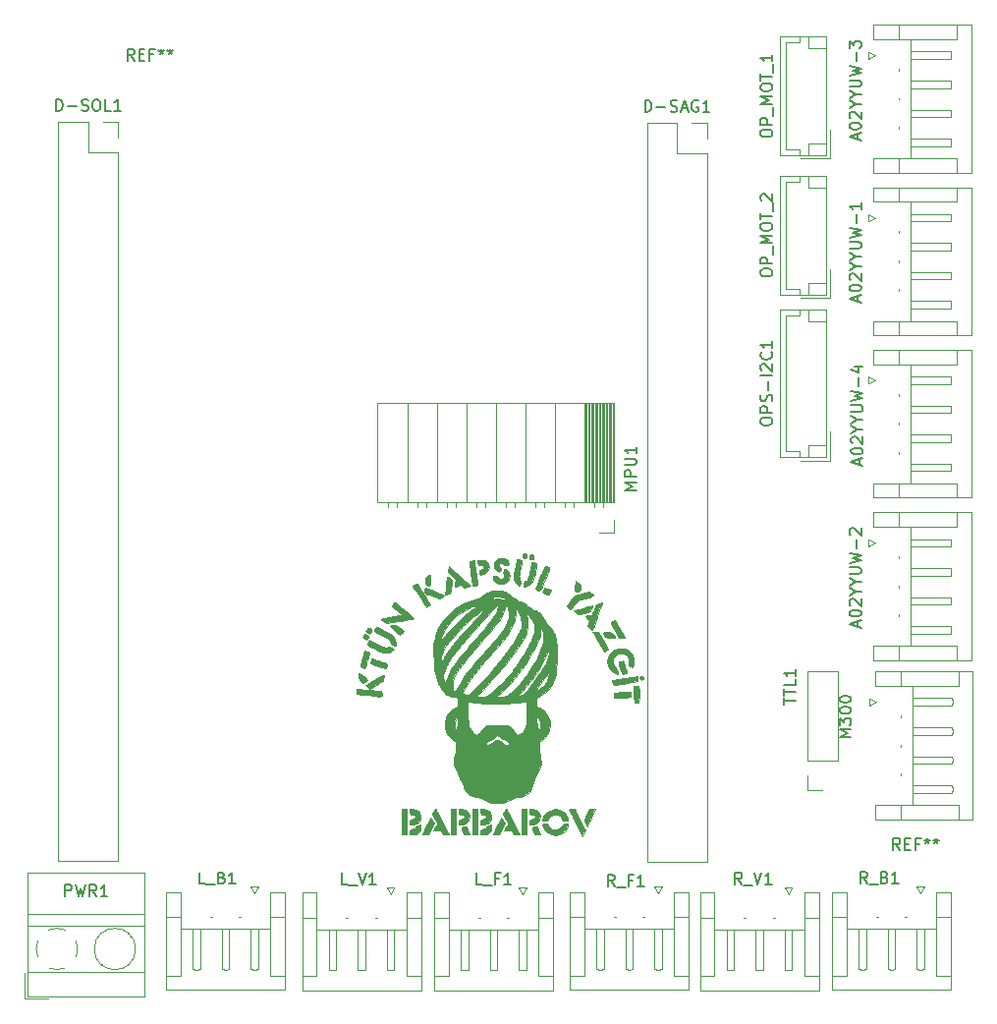
<source format=gbr>
%TF.GenerationSoftware,KiCad,Pcbnew,(5.1.10)-1*%
%TF.CreationDate,2022-05-23T20:21:22+03:00*%
%TF.ProjectId,SAUK-Y v1 STM32F4 Disc,5341554b-2d59-4207-9631-2053544d3332,rev?*%
%TF.SameCoordinates,Original*%
%TF.FileFunction,Legend,Top*%
%TF.FilePolarity,Positive*%
%FSLAX46Y46*%
G04 Gerber Fmt 4.6, Leading zero omitted, Abs format (unit mm)*
G04 Created by KiCad (PCBNEW (5.1.10)-1) date 2022-05-23 20:21:22*
%MOMM*%
%LPD*%
G01*
G04 APERTURE LIST*
%ADD10C,0.010000*%
%ADD11C,0.120000*%
%ADD12C,0.150000*%
G04 APERTURE END LIST*
D10*
%TO.C,G\u002A\u002A\u002A*%
G36*
X220081357Y-130852662D02*
G01*
X220531058Y-131756524D01*
X220403692Y-132007138D01*
X220276327Y-132257752D01*
X219711563Y-131129117D01*
X219556423Y-130818085D01*
X219417572Y-130537797D01*
X219301152Y-130300810D01*
X219213308Y-130119683D01*
X219160183Y-130006975D01*
X219146800Y-129974641D01*
X219192399Y-129959601D01*
X219308449Y-129950283D01*
X219389227Y-129948800D01*
X219631655Y-129948800D01*
X220081357Y-130852662D01*
G37*
X220081357Y-130852662D02*
X220531058Y-131756524D01*
X220403692Y-132007138D01*
X220276327Y-132257752D01*
X219711563Y-131129117D01*
X219556423Y-130818085D01*
X219417572Y-130537797D01*
X219301152Y-130300810D01*
X219213308Y-130119683D01*
X219160183Y-130006975D01*
X219146800Y-129974641D01*
X219192399Y-129959601D01*
X219308449Y-129950283D01*
X219389227Y-129948800D01*
X219631655Y-129948800D01*
X220081357Y-130852662D01*
G36*
X219028504Y-131352799D02*
G01*
X218936903Y-131625490D01*
X218768791Y-131851293D01*
X218541218Y-132022932D01*
X218271231Y-132133130D01*
X217975880Y-132174612D01*
X217672215Y-132140101D01*
X217413485Y-132042053D01*
X217190197Y-131885208D01*
X217006742Y-131680095D01*
X216885419Y-131455344D01*
X216851394Y-131320400D01*
X216851261Y-131239602D01*
X216895020Y-131199331D01*
X217008391Y-131181077D01*
X217049435Y-131177870D01*
X217187784Y-131174762D01*
X217264391Y-131206449D01*
X217318285Y-131294780D01*
X217337292Y-131339018D01*
X217466325Y-131531850D01*
X217649219Y-131657162D01*
X217863503Y-131714483D01*
X218086706Y-131703344D01*
X218296354Y-131623273D01*
X218469975Y-131473801D01*
X218540766Y-131364209D01*
X218614030Y-131239692D01*
X218690747Y-131183146D01*
X218812300Y-131168285D01*
X218849679Y-131168000D01*
X219058493Y-131168000D01*
X219028504Y-131352799D01*
G37*
X219028504Y-131352799D02*
X218936903Y-131625490D01*
X218768791Y-131851293D01*
X218541218Y-132022932D01*
X218271231Y-132133130D01*
X217975880Y-132174612D01*
X217672215Y-132140101D01*
X217413485Y-132042053D01*
X217190197Y-131885208D01*
X217006742Y-131680095D01*
X216885419Y-131455344D01*
X216851394Y-131320400D01*
X216851261Y-131239602D01*
X216895020Y-131199331D01*
X217008391Y-131181077D01*
X217049435Y-131177870D01*
X217187784Y-131174762D01*
X217264391Y-131206449D01*
X217318285Y-131294780D01*
X217337292Y-131339018D01*
X217466325Y-131531850D01*
X217649219Y-131657162D01*
X217863503Y-131714483D01*
X218086706Y-131703344D01*
X218296354Y-131623273D01*
X218469975Y-131473801D01*
X218540766Y-131364209D01*
X218614030Y-131239692D01*
X218690747Y-131183146D01*
X218812300Y-131168285D01*
X218849679Y-131168000D01*
X219058493Y-131168000D01*
X219028504Y-131352799D01*
G36*
X205176800Y-132133200D02*
G01*
X204719600Y-132133200D01*
X204719600Y-129948800D01*
X205176800Y-129948800D01*
X205176800Y-132133200D01*
G37*
X205176800Y-132133200D02*
X204719600Y-132133200D01*
X204719600Y-129948800D01*
X205176800Y-129948800D01*
X205176800Y-132133200D01*
G36*
X206345200Y-131494396D02*
G01*
X206325607Y-131702457D01*
X206272604Y-131857178D01*
X206262360Y-131873262D01*
X206114915Y-132005430D01*
X205901623Y-132096413D01*
X205654310Y-132133015D01*
X205635631Y-132133200D01*
X205430800Y-132133200D01*
X205430800Y-131904600D01*
X205435336Y-131763987D01*
X205460852Y-131697384D01*
X205525210Y-131677249D01*
X205579045Y-131676000D01*
X205770868Y-131654941D01*
X205872137Y-131591127D01*
X205890320Y-131530864D01*
X205935541Y-131459441D01*
X206050477Y-131376399D01*
X206118920Y-131340600D01*
X206345200Y-131233800D01*
X206345200Y-131494396D01*
G37*
X206345200Y-131494396D02*
X206325607Y-131702457D01*
X206272604Y-131857178D01*
X206262360Y-131873262D01*
X206114915Y-132005430D01*
X205901623Y-132096413D01*
X205654310Y-132133015D01*
X205635631Y-132133200D01*
X205430800Y-132133200D01*
X205430800Y-131904600D01*
X205435336Y-131763987D01*
X205460852Y-131697384D01*
X205525210Y-131677249D01*
X205579045Y-131676000D01*
X205770868Y-131654941D01*
X205872137Y-131591127D01*
X205890320Y-131530864D01*
X205935541Y-131459441D01*
X206050477Y-131376399D01*
X206118920Y-131340600D01*
X206345200Y-131233800D01*
X206345200Y-131494396D01*
G36*
X207251268Y-130751046D02*
G01*
X207319383Y-130853283D01*
X207359054Y-130921042D01*
X207477217Y-131131285D01*
X207230734Y-131632242D01*
X206984252Y-132133200D01*
X206740926Y-132133200D01*
X206599523Y-132128528D01*
X206511757Y-132116636D01*
X206497600Y-132108280D01*
X206519276Y-132050359D01*
X206577831Y-131923912D01*
X206663549Y-131747959D01*
X206766716Y-131541523D01*
X206877618Y-131323625D01*
X206986541Y-131113288D01*
X207083771Y-130929532D01*
X207159593Y-130791380D01*
X207204293Y-130717854D01*
X207211273Y-130710800D01*
X207251268Y-130751046D01*
G37*
X207251268Y-130751046D02*
X207319383Y-130853283D01*
X207359054Y-130921042D01*
X207477217Y-131131285D01*
X207230734Y-131632242D01*
X206984252Y-132133200D01*
X206740926Y-132133200D01*
X206599523Y-132128528D01*
X206511757Y-132116636D01*
X206497600Y-132108280D01*
X206519276Y-132050359D01*
X206577831Y-131923912D01*
X206663549Y-131747959D01*
X206766716Y-131541523D01*
X206877618Y-131323625D01*
X206986541Y-131113288D01*
X207083771Y-130929532D01*
X207159593Y-130791380D01*
X207204293Y-130717854D01*
X207211273Y-130710800D01*
X207251268Y-130751046D01*
G36*
X207642525Y-129942795D02*
G01*
X207711841Y-130064758D01*
X207813994Y-130252850D01*
X207942407Y-130494837D01*
X208090506Y-130778487D01*
X208213409Y-131016795D01*
X208786219Y-132133200D01*
X208514918Y-132133200D01*
X208355106Y-132128850D01*
X208262938Y-132104513D01*
X208204503Y-132043257D01*
X208158830Y-131955400D01*
X208106700Y-131856834D01*
X208049904Y-131803702D01*
X207957640Y-131781973D01*
X207799104Y-131777621D01*
X207768421Y-131777600D01*
X207607399Y-131773457D01*
X207496671Y-131762686D01*
X207462800Y-131750176D01*
X207489152Y-131661829D01*
X207553501Y-131541380D01*
X207633779Y-131422643D01*
X207707922Y-131339435D01*
X207743232Y-131320400D01*
X207810321Y-131305862D01*
X207818400Y-131293984D01*
X207796995Y-131240236D01*
X207739310Y-131116564D01*
X207655137Y-130943598D01*
X207589884Y-130812569D01*
X207361369Y-130357568D01*
X207473007Y-130127784D01*
X207541873Y-129996657D01*
X207595199Y-129914038D01*
X207612622Y-129899195D01*
X207642525Y-129942795D01*
G37*
X207642525Y-129942795D02*
X207711841Y-130064758D01*
X207813994Y-130252850D01*
X207942407Y-130494837D01*
X208090506Y-130778487D01*
X208213409Y-131016795D01*
X208786219Y-132133200D01*
X208514918Y-132133200D01*
X208355106Y-132128850D01*
X208262938Y-132104513D01*
X208204503Y-132043257D01*
X208158830Y-131955400D01*
X208106700Y-131856834D01*
X208049904Y-131803702D01*
X207957640Y-131781973D01*
X207799104Y-131777621D01*
X207768421Y-131777600D01*
X207607399Y-131773457D01*
X207496671Y-131762686D01*
X207462800Y-131750176D01*
X207489152Y-131661829D01*
X207553501Y-131541380D01*
X207633779Y-131422643D01*
X207707922Y-131339435D01*
X207743232Y-131320400D01*
X207810321Y-131305862D01*
X207818400Y-131293984D01*
X207796995Y-131240236D01*
X207739310Y-131116564D01*
X207655137Y-130943598D01*
X207589884Y-130812569D01*
X207361369Y-130357568D01*
X207473007Y-130127784D01*
X207541873Y-129996657D01*
X207595199Y-129914038D01*
X207612622Y-129899195D01*
X207642525Y-129942795D01*
G36*
X209393200Y-132133200D02*
G01*
X208936000Y-132133200D01*
X208936000Y-129948800D01*
X209393200Y-129948800D01*
X209393200Y-132133200D01*
G37*
X209393200Y-132133200D02*
X208936000Y-132133200D01*
X208936000Y-129948800D01*
X209393200Y-129948800D01*
X209393200Y-132133200D01*
G36*
X210297822Y-131434764D02*
G01*
X210343441Y-131521424D01*
X210403308Y-131683823D01*
X210426709Y-131752767D01*
X210554619Y-132133200D01*
X210061765Y-132133200D01*
X209974083Y-131866500D01*
X209920956Y-131706247D01*
X209878754Y-131581331D01*
X209862965Y-131536300D01*
X209885568Y-131486769D01*
X209975304Y-131472800D01*
X210116268Y-131453969D01*
X210204939Y-131422567D01*
X210255354Y-131407319D01*
X210297822Y-131434764D01*
G37*
X210297822Y-131434764D02*
X210343441Y-131521424D01*
X210403308Y-131683823D01*
X210426709Y-131752767D01*
X210554619Y-132133200D01*
X210061765Y-132133200D01*
X209974083Y-131866500D01*
X209920956Y-131706247D01*
X209878754Y-131581331D01*
X209862965Y-131536300D01*
X209885568Y-131486769D01*
X209975304Y-131472800D01*
X210116268Y-131453969D01*
X210204939Y-131422567D01*
X210255354Y-131407319D01*
X210297822Y-131434764D01*
G36*
X211272800Y-132133200D02*
G01*
X210815600Y-132133200D01*
X210815600Y-129948800D01*
X211272800Y-129948800D01*
X211272800Y-132133200D01*
G37*
X211272800Y-132133200D02*
X210815600Y-132133200D01*
X210815600Y-129948800D01*
X211272800Y-129948800D01*
X211272800Y-132133200D01*
G36*
X212441200Y-131494396D02*
G01*
X212421607Y-131702457D01*
X212368604Y-131857178D01*
X212358360Y-131873262D01*
X212210915Y-132005430D01*
X211997623Y-132096413D01*
X211750310Y-132133015D01*
X211731631Y-132133200D01*
X211526800Y-132133200D01*
X211526800Y-131904600D01*
X211531336Y-131763987D01*
X211556852Y-131697384D01*
X211621210Y-131677249D01*
X211675045Y-131676000D01*
X211866868Y-131654941D01*
X211968137Y-131591127D01*
X211986320Y-131530864D01*
X212031541Y-131459441D01*
X212146477Y-131376399D01*
X212214920Y-131340600D01*
X212441200Y-131233800D01*
X212441200Y-131494396D01*
G37*
X212441200Y-131494396D02*
X212421607Y-131702457D01*
X212368604Y-131857178D01*
X212358360Y-131873262D01*
X212210915Y-132005430D01*
X211997623Y-132096413D01*
X211750310Y-132133015D01*
X211731631Y-132133200D01*
X211526800Y-132133200D01*
X211526800Y-131904600D01*
X211531336Y-131763987D01*
X211556852Y-131697384D01*
X211621210Y-131677249D01*
X211675045Y-131676000D01*
X211866868Y-131654941D01*
X211968137Y-131591127D01*
X211986320Y-131530864D01*
X212031541Y-131459441D01*
X212146477Y-131376399D01*
X212214920Y-131340600D01*
X212441200Y-131233800D01*
X212441200Y-131494396D01*
G36*
X213347268Y-130751046D02*
G01*
X213415383Y-130853283D01*
X213455054Y-130921042D01*
X213573217Y-131131285D01*
X213326734Y-131632242D01*
X213080252Y-132133200D01*
X212836926Y-132133200D01*
X212695523Y-132128528D01*
X212607757Y-132116636D01*
X212593600Y-132108280D01*
X212615276Y-132050359D01*
X212673831Y-131923912D01*
X212759549Y-131747959D01*
X212862716Y-131541523D01*
X212973618Y-131323625D01*
X213082541Y-131113288D01*
X213179771Y-130929532D01*
X213255593Y-130791380D01*
X213300293Y-130717854D01*
X213307273Y-130710800D01*
X213347268Y-130751046D01*
G37*
X213347268Y-130751046D02*
X213415383Y-130853283D01*
X213455054Y-130921042D01*
X213573217Y-131131285D01*
X213326734Y-131632242D01*
X213080252Y-132133200D01*
X212836926Y-132133200D01*
X212695523Y-132128528D01*
X212607757Y-132116636D01*
X212593600Y-132108280D01*
X212615276Y-132050359D01*
X212673831Y-131923912D01*
X212759549Y-131747959D01*
X212862716Y-131541523D01*
X212973618Y-131323625D01*
X213082541Y-131113288D01*
X213179771Y-130929532D01*
X213255593Y-130791380D01*
X213300293Y-130717854D01*
X213307273Y-130710800D01*
X213347268Y-130751046D01*
G36*
X213738525Y-129942795D02*
G01*
X213807841Y-130064758D01*
X213909994Y-130252850D01*
X214038407Y-130494837D01*
X214186506Y-130778487D01*
X214309409Y-131016795D01*
X214882219Y-132133200D01*
X214610918Y-132133200D01*
X214451106Y-132128850D01*
X214358938Y-132104513D01*
X214300503Y-132043257D01*
X214254830Y-131955400D01*
X214202700Y-131856834D01*
X214145904Y-131803702D01*
X214053640Y-131781973D01*
X213895104Y-131777621D01*
X213864421Y-131777600D01*
X213703399Y-131773457D01*
X213592671Y-131762686D01*
X213558800Y-131750176D01*
X213585152Y-131661829D01*
X213649501Y-131541380D01*
X213729779Y-131422643D01*
X213803922Y-131339435D01*
X213839232Y-131320400D01*
X213906321Y-131305862D01*
X213914400Y-131293984D01*
X213892995Y-131240236D01*
X213835310Y-131116564D01*
X213751137Y-130943598D01*
X213685884Y-130812569D01*
X213457369Y-130357568D01*
X213569007Y-130127784D01*
X213637873Y-129996657D01*
X213691199Y-129914038D01*
X213708622Y-129899195D01*
X213738525Y-129942795D01*
G37*
X213738525Y-129942795D02*
X213807841Y-130064758D01*
X213909994Y-130252850D01*
X214038407Y-130494837D01*
X214186506Y-130778487D01*
X214309409Y-131016795D01*
X214882219Y-132133200D01*
X214610918Y-132133200D01*
X214451106Y-132128850D01*
X214358938Y-132104513D01*
X214300503Y-132043257D01*
X214254830Y-131955400D01*
X214202700Y-131856834D01*
X214145904Y-131803702D01*
X214053640Y-131781973D01*
X213895104Y-131777621D01*
X213864421Y-131777600D01*
X213703399Y-131773457D01*
X213592671Y-131762686D01*
X213558800Y-131750176D01*
X213585152Y-131661829D01*
X213649501Y-131541380D01*
X213729779Y-131422643D01*
X213803922Y-131339435D01*
X213839232Y-131320400D01*
X213906321Y-131305862D01*
X213914400Y-131293984D01*
X213892995Y-131240236D01*
X213835310Y-131116564D01*
X213751137Y-130943598D01*
X213685884Y-130812569D01*
X213457369Y-130357568D01*
X213569007Y-130127784D01*
X213637873Y-129996657D01*
X213691199Y-129914038D01*
X213708622Y-129899195D01*
X213738525Y-129942795D01*
G36*
X215489200Y-132133200D02*
G01*
X215032000Y-132133200D01*
X215032000Y-129948800D01*
X215489200Y-129948800D01*
X215489200Y-132133200D01*
G37*
X215489200Y-132133200D02*
X215032000Y-132133200D01*
X215032000Y-129948800D01*
X215489200Y-129948800D01*
X215489200Y-132133200D01*
G36*
X216393822Y-131434764D02*
G01*
X216439441Y-131521424D01*
X216499308Y-131683823D01*
X216522709Y-131752767D01*
X216650619Y-132133200D01*
X216157765Y-132133200D01*
X216070083Y-131866500D01*
X216016956Y-131706247D01*
X215974754Y-131581331D01*
X215958965Y-131536300D01*
X215981568Y-131486769D01*
X216071304Y-131472800D01*
X216212268Y-131453969D01*
X216300939Y-131422567D01*
X216351354Y-131407319D01*
X216393822Y-131434764D01*
G37*
X216393822Y-131434764D02*
X216439441Y-131521424D01*
X216499308Y-131683823D01*
X216522709Y-131752767D01*
X216650619Y-132133200D01*
X216157765Y-132133200D01*
X216070083Y-131866500D01*
X216016956Y-131706247D01*
X215974754Y-131581331D01*
X215958965Y-131536300D01*
X215981568Y-131486769D01*
X216071304Y-131472800D01*
X216212268Y-131453969D01*
X216300939Y-131422567D01*
X216351354Y-131407319D01*
X216393822Y-131434764D01*
G36*
X221071787Y-130672700D02*
G01*
X220948083Y-130919411D01*
X220840526Y-131132265D01*
X220757149Y-131295496D01*
X220705984Y-131393339D01*
X220693946Y-131414268D01*
X220664399Y-131383294D01*
X220605238Y-131284843D01*
X220552926Y-131186230D01*
X220428055Y-130940525D01*
X220676890Y-130444662D01*
X220925726Y-129948800D01*
X221433478Y-129948800D01*
X221071787Y-130672700D01*
G37*
X221071787Y-130672700D02*
X220948083Y-130919411D01*
X220840526Y-131132265D01*
X220757149Y-131295496D01*
X220705984Y-131393339D01*
X220693946Y-131414268D01*
X220664399Y-131383294D01*
X220605238Y-131284843D01*
X220552926Y-131186230D01*
X220428055Y-130940525D01*
X220676890Y-130444662D01*
X220925726Y-129948800D01*
X221433478Y-129948800D01*
X221071787Y-130672700D01*
G36*
X205917452Y-129988181D02*
G01*
X206131806Y-130102131D01*
X206275383Y-130284361D01*
X206341480Y-130528581D01*
X206345200Y-130611539D01*
X206301757Y-130867415D01*
X206177527Y-131067498D01*
X205981656Y-131203265D01*
X205723292Y-131266192D01*
X205639022Y-131269600D01*
X205430800Y-131269600D01*
X205430800Y-131041000D01*
X205435336Y-130900387D01*
X205460852Y-130833784D01*
X205525210Y-130813649D01*
X205579045Y-130812400D01*
X205757037Y-130795665D01*
X205854381Y-130738243D01*
X205887541Y-130629304D01*
X205888000Y-130609200D01*
X205862556Y-130492134D01*
X205775249Y-130428111D01*
X205609613Y-130406301D01*
X205579045Y-130406000D01*
X205487859Y-130399004D01*
X205444667Y-130359657D01*
X205431610Y-130260415D01*
X205430800Y-130177400D01*
X205430800Y-129948800D01*
X205639022Y-129948800D01*
X205917452Y-129988181D01*
G37*
X205917452Y-129988181D02*
X206131806Y-130102131D01*
X206275383Y-130284361D01*
X206341480Y-130528581D01*
X206345200Y-130611539D01*
X206301757Y-130867415D01*
X206177527Y-131067498D01*
X205981656Y-131203265D01*
X205723292Y-131266192D01*
X205639022Y-131269600D01*
X205430800Y-131269600D01*
X205430800Y-131041000D01*
X205435336Y-130900387D01*
X205460852Y-130833784D01*
X205525210Y-130813649D01*
X205579045Y-130812400D01*
X205757037Y-130795665D01*
X205854381Y-130738243D01*
X205887541Y-130629304D01*
X205888000Y-130609200D01*
X205862556Y-130492134D01*
X205775249Y-130428111D01*
X205609613Y-130406301D01*
X205579045Y-130406000D01*
X205487859Y-130399004D01*
X205444667Y-130359657D01*
X205431610Y-130260415D01*
X205430800Y-130177400D01*
X205430800Y-129948800D01*
X205639022Y-129948800D01*
X205917452Y-129988181D01*
G36*
X210123128Y-129992653D02*
G01*
X210333619Y-130113981D01*
X210483475Y-130297435D01*
X210556410Y-130527668D01*
X210560851Y-130601522D01*
X210518024Y-130858074D01*
X210393970Y-131060810D01*
X210199033Y-131199937D01*
X209943553Y-131265660D01*
X209855422Y-131269600D01*
X209647200Y-131269600D01*
X209647200Y-131041000D01*
X209652332Y-130900042D01*
X209678106Y-130833259D01*
X209740086Y-130813352D01*
X209777539Y-130812400D01*
X209948089Y-130783833D01*
X210064956Y-130708095D01*
X210104400Y-130609200D01*
X210058448Y-130503173D01*
X209936619Y-130430520D01*
X209777539Y-130406000D01*
X209697170Y-130396998D01*
X209659093Y-130351793D01*
X209647743Y-130243088D01*
X209647200Y-130177400D01*
X209647200Y-129948800D01*
X209868287Y-129948800D01*
X210123128Y-129992653D01*
G37*
X210123128Y-129992653D02*
X210333619Y-130113981D01*
X210483475Y-130297435D01*
X210556410Y-130527668D01*
X210560851Y-130601522D01*
X210518024Y-130858074D01*
X210393970Y-131060810D01*
X210199033Y-131199937D01*
X209943553Y-131265660D01*
X209855422Y-131269600D01*
X209647200Y-131269600D01*
X209647200Y-131041000D01*
X209652332Y-130900042D01*
X209678106Y-130833259D01*
X209740086Y-130813352D01*
X209777539Y-130812400D01*
X209948089Y-130783833D01*
X210064956Y-130708095D01*
X210104400Y-130609200D01*
X210058448Y-130503173D01*
X209936619Y-130430520D01*
X209777539Y-130406000D01*
X209697170Y-130396998D01*
X209659093Y-130351793D01*
X209647743Y-130243088D01*
X209647200Y-130177400D01*
X209647200Y-129948800D01*
X209868287Y-129948800D01*
X210123128Y-129992653D01*
G36*
X212013452Y-129988181D02*
G01*
X212227806Y-130102131D01*
X212371383Y-130284361D01*
X212437480Y-130528581D01*
X212441200Y-130611539D01*
X212397757Y-130867415D01*
X212273527Y-131067498D01*
X212077656Y-131203265D01*
X211819292Y-131266192D01*
X211735022Y-131269600D01*
X211526800Y-131269600D01*
X211526800Y-131041000D01*
X211531336Y-130900387D01*
X211556852Y-130833784D01*
X211621210Y-130813649D01*
X211675045Y-130812400D01*
X211853037Y-130795665D01*
X211950381Y-130738243D01*
X211983541Y-130629304D01*
X211984000Y-130609200D01*
X211958556Y-130492134D01*
X211871249Y-130428111D01*
X211705613Y-130406301D01*
X211675045Y-130406000D01*
X211583859Y-130399004D01*
X211540667Y-130359657D01*
X211527610Y-130260415D01*
X211526800Y-130177400D01*
X211526800Y-129948800D01*
X211735022Y-129948800D01*
X212013452Y-129988181D01*
G37*
X212013452Y-129988181D02*
X212227806Y-130102131D01*
X212371383Y-130284361D01*
X212437480Y-130528581D01*
X212441200Y-130611539D01*
X212397757Y-130867415D01*
X212273527Y-131067498D01*
X212077656Y-131203265D01*
X211819292Y-131266192D01*
X211735022Y-131269600D01*
X211526800Y-131269600D01*
X211526800Y-131041000D01*
X211531336Y-130900387D01*
X211556852Y-130833784D01*
X211621210Y-130813649D01*
X211675045Y-130812400D01*
X211853037Y-130795665D01*
X211950381Y-130738243D01*
X211983541Y-130629304D01*
X211984000Y-130609200D01*
X211958556Y-130492134D01*
X211871249Y-130428111D01*
X211705613Y-130406301D01*
X211675045Y-130406000D01*
X211583859Y-130399004D01*
X211540667Y-130359657D01*
X211527610Y-130260415D01*
X211526800Y-130177400D01*
X211526800Y-129948800D01*
X211735022Y-129948800D01*
X212013452Y-129988181D01*
G36*
X216219128Y-129992653D02*
G01*
X216429619Y-130113981D01*
X216579475Y-130297435D01*
X216652410Y-130527668D01*
X216656851Y-130601522D01*
X216614024Y-130858074D01*
X216489970Y-131060810D01*
X216295033Y-131199937D01*
X216039553Y-131265660D01*
X215951422Y-131269600D01*
X215743200Y-131269600D01*
X215743200Y-131041000D01*
X215748332Y-130900042D01*
X215774106Y-130833259D01*
X215836086Y-130813352D01*
X215873539Y-130812400D01*
X216044089Y-130783833D01*
X216160956Y-130708095D01*
X216200400Y-130609200D01*
X216154448Y-130503173D01*
X216032619Y-130430520D01*
X215873539Y-130406000D01*
X215793170Y-130396998D01*
X215755093Y-130351793D01*
X215743743Y-130243088D01*
X215743200Y-130177400D01*
X215743200Y-129948800D01*
X215964287Y-129948800D01*
X216219128Y-129992653D01*
G37*
X216219128Y-129992653D02*
X216429619Y-130113981D01*
X216579475Y-130297435D01*
X216652410Y-130527668D01*
X216656851Y-130601522D01*
X216614024Y-130858074D01*
X216489970Y-131060810D01*
X216295033Y-131199937D01*
X216039553Y-131265660D01*
X215951422Y-131269600D01*
X215743200Y-131269600D01*
X215743200Y-131041000D01*
X215748332Y-130900042D01*
X215774106Y-130833259D01*
X215836086Y-130813352D01*
X215873539Y-130812400D01*
X216044089Y-130783833D01*
X216160956Y-130708095D01*
X216200400Y-130609200D01*
X216154448Y-130503173D01*
X216032619Y-130430520D01*
X215873539Y-130406000D01*
X215793170Y-130396998D01*
X215755093Y-130351793D01*
X215743743Y-130243088D01*
X215743200Y-130177400D01*
X215743200Y-129948800D01*
X215964287Y-129948800D01*
X216219128Y-129992653D01*
G36*
X218260648Y-129991969D02*
G01*
X218538951Y-130111699D01*
X218772237Y-130294244D01*
X218942112Y-130525359D01*
X219028485Y-130779879D01*
X219058493Y-130964800D01*
X218849679Y-130964800D01*
X218712494Y-130955647D01*
X218629368Y-130910667D01*
X218558918Y-130803575D01*
X218540766Y-130768590D01*
X218396271Y-130582078D01*
X218203525Y-130464730D01*
X217985036Y-130416129D01*
X217763314Y-130435856D01*
X217560867Y-130523492D01*
X217400205Y-130678619D01*
X217338475Y-130790951D01*
X217278734Y-130905401D01*
X217201990Y-130954418D01*
X217066316Y-130964800D01*
X216932338Y-130954350D01*
X216847948Y-130928394D01*
X216839006Y-130919835D01*
X216834263Y-130832079D01*
X216875142Y-130690819D01*
X216950001Y-130526473D01*
X217047194Y-130369462D01*
X217052370Y-130362433D01*
X217230650Y-130193352D01*
X217473876Y-130057744D01*
X217746897Y-129971683D01*
X217955725Y-129949296D01*
X218260648Y-129991969D01*
G37*
X218260648Y-129991969D02*
X218538951Y-130111699D01*
X218772237Y-130294244D01*
X218942112Y-130525359D01*
X219028485Y-130779879D01*
X219058493Y-130964800D01*
X218849679Y-130964800D01*
X218712494Y-130955647D01*
X218629368Y-130910667D01*
X218558918Y-130803575D01*
X218540766Y-130768590D01*
X218396271Y-130582078D01*
X218203525Y-130464730D01*
X217985036Y-130416129D01*
X217763314Y-130435856D01*
X217560867Y-130523492D01*
X217400205Y-130678619D01*
X217338475Y-130790951D01*
X217278734Y-130905401D01*
X217201990Y-130954418D01*
X217066316Y-130964800D01*
X216932338Y-130954350D01*
X216847948Y-130928394D01*
X216839006Y-130919835D01*
X216834263Y-130832079D01*
X216875142Y-130690819D01*
X216950001Y-130526473D01*
X217047194Y-130369462D01*
X217052370Y-130362433D01*
X217230650Y-130193352D01*
X217473876Y-130057744D01*
X217746897Y-129971683D01*
X217955725Y-129949296D01*
X218260648Y-129991969D01*
G36*
X213214047Y-111130037D02*
G01*
X213384252Y-111141073D01*
X213517546Y-111167762D01*
X213646254Y-111216687D01*
X213802707Y-111294429D01*
X213809783Y-111298119D01*
X214013300Y-111423535D01*
X214236130Y-111590284D01*
X214431034Y-111762928D01*
X214436105Y-111767977D01*
X214600888Y-111924271D01*
X214718348Y-112012588D01*
X214805035Y-112043964D01*
X214845522Y-112040964D01*
X214971383Y-112054026D01*
X215150009Y-112131065D01*
X215364520Y-112262083D01*
X215598032Y-112437086D01*
X215776639Y-112592261D01*
X215935109Y-112732772D01*
X216047384Y-112812739D01*
X216137216Y-112845306D01*
X216228358Y-112843617D01*
X216230362Y-112843324D01*
X216319332Y-112839869D01*
X216399308Y-112869434D01*
X216493552Y-112946899D01*
X216625327Y-113087146D01*
X216643763Y-113107775D01*
X216803426Y-113308027D01*
X216961056Y-113539805D01*
X217065901Y-113721946D01*
X217152275Y-113881600D01*
X217225380Y-113997919D01*
X217270637Y-114047930D01*
X217273107Y-114048400D01*
X217347302Y-114087335D01*
X217456162Y-114188752D01*
X217579571Y-114329563D01*
X217697414Y-114486683D01*
X217789574Y-114637027D01*
X217794694Y-114646998D01*
X217889532Y-114849119D01*
X217962356Y-115044835D01*
X218015676Y-115251482D01*
X218052003Y-115486393D01*
X218073847Y-115766905D01*
X218083718Y-116110351D01*
X218084128Y-116534067D01*
X218083203Y-116639200D01*
X218067948Y-117249858D01*
X218033950Y-117772778D01*
X217978976Y-118220469D01*
X217900793Y-118605443D01*
X217797168Y-118940210D01*
X217665866Y-119237282D01*
X217597064Y-119362154D01*
X217430255Y-119585957D01*
X217197195Y-119817386D01*
X216927473Y-120030333D01*
X216650673Y-120198690D01*
X216646926Y-120200588D01*
X216352800Y-120349062D01*
X216353180Y-121084200D01*
X216577929Y-121176617D01*
X216779447Y-121295348D01*
X216992036Y-121478759D01*
X217187467Y-121697838D01*
X217337509Y-121923576D01*
X217370928Y-121991580D01*
X217483204Y-122364798D01*
X217501632Y-122746914D01*
X217430810Y-123121706D01*
X217275337Y-123472951D01*
X217039809Y-123784425D01*
X216805059Y-123988199D01*
X216556000Y-124167130D01*
X216556000Y-124573646D01*
X216567141Y-124816149D01*
X216596404Y-125062606D01*
X216637547Y-125260666D01*
X216638147Y-125262740D01*
X216698964Y-125588833D01*
X216705940Y-125935031D01*
X216661701Y-126267671D01*
X216568877Y-126553094D01*
X216531825Y-126624693D01*
X216338123Y-126978190D01*
X216177481Y-127308674D01*
X216059455Y-127595282D01*
X216000935Y-127783927D01*
X215874543Y-128152199D01*
X215691934Y-128454193D01*
X215461432Y-128681839D01*
X215191357Y-128827066D01*
X214890032Y-128881805D01*
X214868531Y-128882040D01*
X214648427Y-128915825D01*
X214381530Y-129011965D01*
X214320800Y-129039948D01*
X213982982Y-129195858D01*
X213709551Y-129306834D01*
X213477356Y-129379517D01*
X213263246Y-129420546D01*
X213044070Y-129436563D01*
X212935340Y-129437361D01*
X212722357Y-129429159D01*
X212534802Y-129410526D01*
X212406998Y-129385135D01*
X212390400Y-129379047D01*
X212291261Y-129335162D01*
X212126029Y-129260942D01*
X211921034Y-129168246D01*
X211777582Y-129103085D01*
X211503669Y-128986330D01*
X211291423Y-128915951D01*
X211116306Y-128884554D01*
X211040982Y-128881164D01*
X210781547Y-128849989D01*
X210555342Y-128753684D01*
X210356434Y-128585295D01*
X210178888Y-128337871D01*
X210016771Y-128004461D01*
X209864149Y-127578111D01*
X209827882Y-127459873D01*
X209753482Y-127265695D01*
X209644523Y-127043647D01*
X209545605Y-126875407D01*
X209339644Y-126484792D01*
X209232862Y-126093716D01*
X209223175Y-125693439D01*
X209237166Y-125581169D01*
X209272377Y-125382075D01*
X209311022Y-125205725D01*
X209342311Y-125097632D01*
X209366907Y-124982623D01*
X209384970Y-124802255D01*
X209393059Y-124592723D01*
X209393200Y-124562480D01*
X209390336Y-124357731D01*
X209380143Y-124252982D01*
X211984000Y-124252982D01*
X212012492Y-124347257D01*
X212047500Y-124377956D01*
X212205287Y-124406514D01*
X212360207Y-124353963D01*
X212531722Y-124213560D01*
X212536853Y-124208400D01*
X212668166Y-124087374D01*
X212777392Y-124026495D01*
X212905539Y-124006277D01*
X212964490Y-124005200D01*
X213109805Y-124015775D01*
X213223569Y-124060159D01*
X213346508Y-124157340D01*
X213400332Y-124208400D01*
X213531700Y-124320193D01*
X213649430Y-124393998D01*
X213707103Y-124411600D01*
X213871281Y-124384051D01*
X213955428Y-124304515D01*
X213965200Y-124250954D01*
X213931700Y-124175302D01*
X213822577Y-124094552D01*
X213673100Y-124019837D01*
X213471252Y-123918871D01*
X213268765Y-123802504D01*
X213164953Y-123734531D01*
X212948906Y-123581365D01*
X212829561Y-123693483D01*
X212725675Y-123769931D01*
X212562006Y-123867891D01*
X212371662Y-123967727D01*
X212347108Y-123979617D01*
X212147475Y-124083285D01*
X212031411Y-124165272D01*
X211985888Y-124235386D01*
X211984000Y-124252982D01*
X209380143Y-124252982D01*
X209377958Y-124230538D01*
X209350383Y-124156928D01*
X209301931Y-124112930D01*
X209284270Y-124102877D01*
X209187709Y-124036896D01*
X209052673Y-123927720D01*
X208949523Y-123836429D01*
X208698950Y-123542652D01*
X208531372Y-123211113D01*
X208444992Y-122857178D01*
X208441538Y-122678519D01*
X209251263Y-122678519D01*
X209284574Y-122896490D01*
X209286022Y-122900300D01*
X209335522Y-123008190D01*
X209378848Y-123026093D01*
X209434525Y-122952558D01*
X209470286Y-122885885D01*
X209519998Y-122732033D01*
X209537713Y-122513626D01*
X209535090Y-122365185D01*
X209520200Y-121998600D01*
X209400874Y-122190527D01*
X209291860Y-122431890D01*
X209251263Y-122678519D01*
X208441538Y-122678519D01*
X208438012Y-122496212D01*
X208508633Y-122143581D01*
X208655058Y-121814650D01*
X208875489Y-121524786D01*
X209168129Y-121289353D01*
X209253298Y-121240298D01*
X209545196Y-121084200D01*
X209532279Y-120690403D01*
X210401115Y-120690403D01*
X210417857Y-121649301D01*
X210424263Y-121985512D01*
X210431593Y-122237960D01*
X210442134Y-122424474D01*
X210458173Y-122562883D01*
X210481997Y-122671014D01*
X210515890Y-122766697D01*
X210562141Y-122867760D01*
X210578386Y-122901015D01*
X210711712Y-123135067D01*
X210858660Y-123331607D01*
X211003683Y-123473483D01*
X211131235Y-123543544D01*
X211164834Y-123548000D01*
X211276046Y-123510995D01*
X211370332Y-123433700D01*
X211456753Y-123326833D01*
X211570937Y-123179607D01*
X211638070Y-123090800D01*
X211825565Y-122879125D01*
X212018723Y-122754580D01*
X212244976Y-122705054D01*
X212492000Y-122713772D01*
X212763709Y-122739393D01*
X212976485Y-122747472D01*
X213171495Y-122737855D01*
X213389453Y-122710458D01*
X213568936Y-122693821D01*
X213727874Y-122695917D01*
X213784433Y-122704516D01*
X213926555Y-122773491D01*
X214099866Y-122906680D01*
X214280668Y-123082798D01*
X214445263Y-123280559D01*
X214479938Y-123329194D01*
X214614651Y-123486403D01*
X214745145Y-123551570D01*
X214879407Y-123523204D01*
X215025423Y-123399811D01*
X215178592Y-123198731D01*
X215280594Y-123041668D01*
X215357490Y-122901925D01*
X215412807Y-122761408D01*
X215450068Y-122602023D01*
X215472799Y-122405676D01*
X215475570Y-122346256D01*
X216352800Y-122346256D01*
X216371302Y-122612519D01*
X216422863Y-122824066D01*
X216438408Y-122860476D01*
X216513741Y-122994233D01*
X216570833Y-123032466D01*
X216617313Y-122977901D01*
X216634658Y-122930654D01*
X216668631Y-122697081D01*
X216639181Y-122452027D01*
X216554809Y-122231337D01*
X216432349Y-122077579D01*
X216389904Y-122052843D01*
X216365876Y-122078584D01*
X216355198Y-122171921D01*
X216352800Y-122346256D01*
X215475570Y-122346256D01*
X215484526Y-122154272D01*
X215488773Y-121829719D01*
X215489200Y-121604512D01*
X215489200Y-120641385D01*
X215355363Y-120674976D01*
X215253058Y-120692272D01*
X215074948Y-120714188D01*
X214846552Y-120737849D01*
X214606063Y-120759342D01*
X214351184Y-120781403D01*
X214120000Y-120803286D01*
X213938931Y-120822374D01*
X213838200Y-120835400D01*
X213709398Y-120846669D01*
X213499316Y-120853663D01*
X213228169Y-120856690D01*
X212916175Y-120856055D01*
X212583548Y-120852067D01*
X212250506Y-120845032D01*
X211937265Y-120835255D01*
X211664040Y-120823046D01*
X211451048Y-120808709D01*
X211349000Y-120797627D01*
X211111676Y-120765887D01*
X210862043Y-120735945D01*
X210697257Y-120718558D01*
X210401115Y-120690403D01*
X209532279Y-120690403D01*
X209520200Y-120322200D01*
X209361554Y-120305150D01*
X212877387Y-120305150D01*
X213258513Y-120283800D01*
X213503587Y-120259987D01*
X213689554Y-120213719D01*
X213798836Y-120162235D01*
X214740519Y-120162235D01*
X214757655Y-120190216D01*
X214860743Y-120174301D01*
X215045298Y-120126909D01*
X215157737Y-120091558D01*
X215251121Y-120042071D01*
X215344186Y-119961844D01*
X215455667Y-119834268D01*
X215494383Y-119784377D01*
X216226600Y-119784377D01*
X216283056Y-119770840D01*
X216395632Y-119712768D01*
X216524416Y-119639657D01*
X216841961Y-119416783D01*
X217079134Y-119151898D01*
X217233477Y-118874400D01*
X217303610Y-118693248D01*
X217358844Y-118507520D01*
X217394206Y-118341337D01*
X217404721Y-118218817D01*
X217385413Y-118164081D01*
X217380174Y-118163200D01*
X217335110Y-118202740D01*
X217251874Y-118307641D01*
X217146487Y-118457322D01*
X217118786Y-118498978D01*
X216984608Y-118696086D01*
X216816917Y-118932528D01*
X216644769Y-119167591D01*
X216584079Y-119248278D01*
X216405005Y-119485332D01*
X216286471Y-119648869D01*
X216227371Y-119746136D01*
X216226600Y-119784377D01*
X215494383Y-119784377D01*
X215604298Y-119642739D01*
X215630213Y-119608451D01*
X216066893Y-119021371D01*
X216436557Y-118506260D01*
X216740982Y-118060316D01*
X216981943Y-117680742D01*
X217161219Y-117364737D01*
X217280585Y-117109502D01*
X217341818Y-116912239D01*
X217341945Y-116911583D01*
X217406484Y-116564053D01*
X217455980Y-116271733D01*
X217488814Y-116045735D01*
X217503367Y-115897169D01*
X217498505Y-115837571D01*
X217451304Y-115832145D01*
X217400019Y-115911966D01*
X217341823Y-116082880D01*
X217296691Y-116254805D01*
X217237154Y-116456476D01*
X217149083Y-116681257D01*
X217024631Y-116946419D01*
X216855956Y-117269235D01*
X216740574Y-117479265D01*
X216456955Y-117955691D01*
X216127108Y-118454302D01*
X215770615Y-118948343D01*
X215407058Y-119411060D01*
X215056018Y-119815698D01*
X214943100Y-119935184D01*
X214804085Y-120080508D01*
X214740519Y-120162235D01*
X213798836Y-120162235D01*
X213858229Y-120134255D01*
X213872162Y-120126181D01*
X214091833Y-119969161D01*
X214350655Y-119736873D01*
X214637383Y-119442269D01*
X214940775Y-119098304D01*
X215249589Y-118717930D01*
X215552581Y-118314102D01*
X215838509Y-117899772D01*
X215937839Y-117746226D01*
X216304156Y-117128917D01*
X216586071Y-116563030D01*
X216784558Y-116044913D01*
X216900591Y-115570912D01*
X216935145Y-115137373D01*
X216889193Y-114740642D01*
X216808587Y-114480200D01*
X216764908Y-114382527D01*
X216735939Y-114371493D01*
X216706375Y-114429400D01*
X216677964Y-114546543D01*
X216661531Y-114704418D01*
X216660515Y-114734200D01*
X216620873Y-115031150D01*
X216512447Y-115387840D01*
X216334280Y-115806265D01*
X216085414Y-116288422D01*
X215764892Y-116836308D01*
X215371757Y-117451919D01*
X215321147Y-117528200D01*
X214748146Y-118327505D01*
X214136195Y-119057524D01*
X213477682Y-119731901D01*
X212877387Y-120305150D01*
X209361554Y-120305150D01*
X209228775Y-120290880D01*
X209058139Y-120265319D01*
X208924927Y-120232381D01*
X208898868Y-120220600D01*
X211183961Y-120220600D01*
X211418880Y-120250719D01*
X211659686Y-120277622D01*
X211827218Y-120283216D01*
X211948058Y-120264945D01*
X212048786Y-120220254D01*
X212103157Y-120184947D01*
X212213083Y-120105604D01*
X212282322Y-120050812D01*
X212288800Y-120044475D01*
X212338021Y-120001276D01*
X212445930Y-119912227D01*
X212591570Y-119794559D01*
X212631501Y-119762627D01*
X212770731Y-119641020D01*
X212959267Y-119461463D01*
X213178982Y-119241998D01*
X213411746Y-119000671D01*
X213600481Y-118798200D01*
X213780233Y-118599615D01*
X213942852Y-118413334D01*
X214096572Y-118228018D01*
X214249631Y-118032327D01*
X214410265Y-117814923D01*
X214586710Y-117564466D01*
X214787202Y-117269619D01*
X215019977Y-116919041D01*
X215293273Y-116501394D01*
X215500818Y-116182000D01*
X215630817Y-115962564D01*
X215766827Y-115701507D01*
X215895160Y-115428452D01*
X216002131Y-115173020D01*
X216074050Y-114964831D01*
X216087657Y-114912000D01*
X216115813Y-114737547D01*
X216137311Y-114514713D01*
X216146341Y-114327800D01*
X216145210Y-114125795D01*
X216123326Y-113978527D01*
X216068345Y-113839478D01*
X215971083Y-113667400D01*
X215831953Y-113452107D01*
X215703645Y-113284412D01*
X215597292Y-113176775D01*
X215524028Y-113141658D01*
X215507985Y-113149081D01*
X215499128Y-113213990D01*
X215512854Y-113345028D01*
X215536039Y-113466345D01*
X215592704Y-113878161D01*
X215583735Y-114287578D01*
X215512032Y-114668033D01*
X215380493Y-114992962D01*
X215366881Y-115016768D01*
X215175128Y-115329554D01*
X214941852Y-115688809D01*
X214689119Y-116061761D01*
X214438998Y-116415641D01*
X214279909Y-116630989D01*
X214040078Y-116948318D01*
X213839038Y-117213662D01*
X213667065Y-117438485D01*
X213514437Y-117634248D01*
X213371430Y-117812416D01*
X213228320Y-117984453D01*
X213075386Y-118161820D01*
X212902902Y-118355981D01*
X212701148Y-118578400D01*
X212460399Y-118840540D01*
X212170932Y-119153863D01*
X211823024Y-119529834D01*
X211799880Y-119554849D01*
X211183961Y-120220600D01*
X208898868Y-120220600D01*
X208873175Y-120208985D01*
X208776521Y-120159138D01*
X208672672Y-120125883D01*
X208551748Y-120062933D01*
X208436236Y-119951987D01*
X208424485Y-119936264D01*
X208382451Y-119881848D01*
X209984459Y-119881848D01*
X209988661Y-119979335D01*
X210067778Y-120038668D01*
X210234333Y-120080531D01*
X210260442Y-120085301D01*
X210485400Y-120125597D01*
X210853992Y-119754716D01*
X211025568Y-119578902D01*
X211241047Y-119353384D01*
X211476165Y-119103798D01*
X211706659Y-118855779D01*
X211770632Y-118786217D01*
X211968155Y-118571502D01*
X212151018Y-118373955D01*
X212303951Y-118209984D01*
X212411685Y-118095991D01*
X212445087Y-118061600D01*
X212556249Y-117939483D01*
X212715640Y-117750170D01*
X212911618Y-117508545D01*
X213132538Y-117229494D01*
X213366756Y-116927904D01*
X213602629Y-116618661D01*
X213828514Y-116316651D01*
X214032765Y-116036759D01*
X214074233Y-115978800D01*
X214354803Y-115576186D01*
X214576688Y-115236446D01*
X214747730Y-114945663D01*
X214875772Y-114689924D01*
X214968658Y-114455313D01*
X215011694Y-114315588D01*
X215059378Y-114117427D01*
X215072908Y-113963767D01*
X215054398Y-113804202D01*
X215036723Y-113719464D01*
X215003241Y-113562465D01*
X214982309Y-113449867D01*
X214978411Y-113413831D01*
X214959636Y-113357352D01*
X214906969Y-113240822D01*
X214860215Y-113145870D01*
X214769936Y-112983101D01*
X214677377Y-112840579D01*
X214596281Y-112736400D01*
X214540397Y-112688658D01*
X214523155Y-112702200D01*
X214519691Y-112772962D01*
X214514009Y-112919142D01*
X214507098Y-113114605D01*
X214503900Y-113210200D01*
X214490811Y-113454339D01*
X214463764Y-113640314D01*
X214412716Y-113811487D01*
X214327627Y-114011220D01*
X214309257Y-114050699D01*
X214060838Y-114517453D01*
X213739306Y-115020271D01*
X213357741Y-115541431D01*
X212929225Y-116063208D01*
X212466839Y-116567881D01*
X212403306Y-116632951D01*
X212128942Y-116923931D01*
X211834087Y-117257939D01*
X211529341Y-117621090D01*
X211225302Y-117999499D01*
X210932570Y-118379280D01*
X210661744Y-118746547D01*
X210423422Y-119087416D01*
X210228205Y-119388002D01*
X210086691Y-119634418D01*
X210042650Y-119725522D01*
X209984459Y-119881848D01*
X208382451Y-119881848D01*
X208308835Y-119786548D01*
X208186617Y-119645486D01*
X208185487Y-119644286D01*
X208104911Y-119536322D01*
X208087829Y-119508328D01*
X209089294Y-119508328D01*
X209091713Y-119622423D01*
X209114501Y-119684707D01*
X209163224Y-119719864D01*
X209195446Y-119733552D01*
X209304812Y-119766189D01*
X209363744Y-119769817D01*
X209405266Y-119722080D01*
X209479659Y-119603211D01*
X209574930Y-119433233D01*
X209643144Y-119303318D01*
X209782012Y-119046052D01*
X209936456Y-118782529D01*
X210092039Y-118535450D01*
X210234324Y-118327520D01*
X210348873Y-118181440D01*
X210372812Y-118155908D01*
X210431787Y-118089079D01*
X210537365Y-117962373D01*
X210673171Y-117795640D01*
X210785861Y-117655200D01*
X211011582Y-117380643D01*
X211282698Y-117064180D01*
X211572819Y-116735801D01*
X211855557Y-116425499D01*
X212039771Y-116230082D01*
X212126110Y-116135061D01*
X212257746Y-115984100D01*
X212415308Y-115799619D01*
X212547771Y-115642054D01*
X212703477Y-115456228D01*
X212840008Y-115294721D01*
X212941474Y-115176241D01*
X212989080Y-115122491D01*
X213047794Y-115048919D01*
X213144921Y-114916032D01*
X213262720Y-114749190D01*
X213383450Y-114573750D01*
X213489370Y-114415071D01*
X213545046Y-114327800D01*
X213597513Y-114233847D01*
X213678154Y-114079617D01*
X213770749Y-113896219D01*
X213783440Y-113870600D01*
X213875177Y-113674213D01*
X213926739Y-113520968D01*
X213948096Y-113365644D01*
X213949216Y-113163018D01*
X213948187Y-113123298D01*
X213934457Y-112892162D01*
X213904758Y-112733994D01*
X213853061Y-112620649D01*
X213834933Y-112594593D01*
X213752707Y-112499790D01*
X213690335Y-112453555D01*
X213686893Y-112452894D01*
X213649889Y-112495058D01*
X213592316Y-112611190D01*
X213525018Y-112778633D01*
X213506764Y-112829200D01*
X213424181Y-113049501D01*
X213334900Y-113266269D01*
X213257742Y-113433891D01*
X213255240Y-113438800D01*
X213147583Y-113621180D01*
X212990452Y-113852379D01*
X212803082Y-114106374D01*
X212604707Y-114357139D01*
X212414563Y-114578650D01*
X212404872Y-114589307D01*
X212268793Y-114739271D01*
X212138077Y-114884650D01*
X212084442Y-114944907D01*
X211765600Y-115306011D01*
X211505345Y-115602257D01*
X211294353Y-115844360D01*
X211123303Y-116043032D01*
X210982874Y-116208989D01*
X210941832Y-116258200D01*
X210813536Y-116410414D01*
X210705364Y-116534778D01*
X210637666Y-116607972D01*
X210631479Y-116613800D01*
X210578762Y-116672827D01*
X210479420Y-116794113D01*
X210348411Y-116959107D01*
X210221834Y-117121800D01*
X209914420Y-117528088D01*
X209668495Y-117872883D01*
X209477119Y-118169790D01*
X209333351Y-118432415D01*
X209230252Y-118674364D01*
X209160880Y-118909243D01*
X209118296Y-119150657D01*
X209101677Y-119317738D01*
X209089294Y-119508328D01*
X208087829Y-119508328D01*
X208001337Y-119366587D01*
X207893245Y-119166057D01*
X207859324Y-119097557D01*
X207661246Y-118572611D01*
X207651540Y-118523280D01*
X208275600Y-118523280D01*
X208289941Y-118648145D01*
X208326105Y-118792387D01*
X208373804Y-118927651D01*
X208422747Y-119025579D01*
X208462646Y-119057818D01*
X208468273Y-119054259D01*
X208495054Y-118998466D01*
X208543795Y-118873770D01*
X208602230Y-118711997D01*
X208762621Y-118335391D01*
X208994864Y-117910011D01*
X209290229Y-117448966D01*
X209639987Y-116965364D01*
X210035408Y-116472315D01*
X210287542Y-116181223D01*
X210377375Y-116078721D01*
X210516371Y-115918096D01*
X210687902Y-115718648D01*
X210875342Y-115499678D01*
X210943331Y-115420000D01*
X211126624Y-115206072D01*
X211294572Y-115012019D01*
X211432447Y-114854716D01*
X211525524Y-114751034D01*
X211547589Y-114727665D01*
X211655074Y-114612421D01*
X211730852Y-114524465D01*
X211796320Y-114443833D01*
X211906847Y-114307844D01*
X212043371Y-114139948D01*
X212111852Y-114055756D01*
X212400574Y-113690464D01*
X212634048Y-113373098D01*
X212807663Y-113110438D01*
X212916809Y-112909263D01*
X212947928Y-112826432D01*
X213012438Y-112574533D01*
X213039233Y-112411355D01*
X213028961Y-112331538D01*
X213009134Y-112321200D01*
X212957198Y-112357669D01*
X212854140Y-112457348D01*
X212714178Y-112605638D01*
X212551525Y-112787944D01*
X212526760Y-112816500D01*
X212352923Y-113016751D01*
X212192257Y-113200180D01*
X212062186Y-113347001D01*
X211980131Y-113437428D01*
X211977875Y-113439824D01*
X211763106Y-113668857D01*
X211517013Y-113933844D01*
X211255214Y-114217722D01*
X210993327Y-114503430D01*
X210746971Y-114773905D01*
X210531764Y-115012084D01*
X210363324Y-115200905D01*
X210306623Y-115265598D01*
X210156973Y-115436933D01*
X210025476Y-115585785D01*
X209930958Y-115690925D01*
X209901082Y-115722915D01*
X209840022Y-115793591D01*
X209733142Y-115924995D01*
X209596439Y-116097224D01*
X209470707Y-116258317D01*
X209327061Y-116442523D01*
X209205630Y-116595928D01*
X209120155Y-116701321D01*
X209085454Y-116740800D01*
X209043733Y-116794075D01*
X208968878Y-116904214D01*
X208878140Y-117044080D01*
X208788771Y-117186537D01*
X208718025Y-117304450D01*
X208683152Y-117370684D01*
X208682000Y-117375397D01*
X208662366Y-117430275D01*
X208611544Y-117548589D01*
X208558088Y-117666511D01*
X208434038Y-117942701D01*
X208350795Y-118150224D01*
X208301429Y-118310102D01*
X208279009Y-118443352D01*
X208275600Y-118523280D01*
X207651540Y-118523280D01*
X207546983Y-117991873D01*
X207516686Y-117375800D01*
X207516834Y-117274200D01*
X208065580Y-117274200D01*
X208194163Y-117121800D01*
X208277118Y-117013473D01*
X208322059Y-116935384D01*
X208324573Y-116924591D01*
X208353282Y-116869328D01*
X208429110Y-116751288D01*
X208538759Y-116589378D01*
X208668927Y-116402503D01*
X208806315Y-116209571D01*
X208937625Y-116029487D01*
X209049555Y-115881157D01*
X209120887Y-115792577D01*
X209228140Y-115665658D01*
X209312321Y-115563977D01*
X209456792Y-115392901D01*
X209658527Y-115162073D01*
X209904852Y-114885435D01*
X210183090Y-114576932D01*
X210480569Y-114250506D01*
X210784611Y-113920101D01*
X211082544Y-113599660D01*
X211361690Y-113303127D01*
X211488700Y-113169812D01*
X211609733Y-113037363D01*
X211696331Y-112931127D01*
X211729992Y-112873824D01*
X211730000Y-112873469D01*
X211695717Y-112830923D01*
X211611494Y-112847019D01*
X211505268Y-112915146D01*
X211487703Y-112930800D01*
X211393647Y-113004302D01*
X211329957Y-113032400D01*
X211267428Y-113064777D01*
X211264333Y-113070500D01*
X211217636Y-113116992D01*
X211110056Y-113204466D01*
X210963595Y-113315144D01*
X210942600Y-113330489D01*
X210770687Y-113469499D01*
X210547433Y-113670678D01*
X210287503Y-113918953D01*
X210005559Y-114199252D01*
X209716267Y-114496505D01*
X209434291Y-114795640D01*
X209174294Y-115081585D01*
X208950941Y-115339270D01*
X208778896Y-115553623D01*
X208776699Y-115556540D01*
X208476106Y-115991239D01*
X208262255Y-116381940D01*
X208132804Y-116733499D01*
X208088929Y-116983538D01*
X208065580Y-117274200D01*
X207516834Y-117274200D01*
X207516998Y-117162892D01*
X207511938Y-116983816D01*
X207502512Y-116866542D01*
X207497478Y-116842400D01*
X207469027Y-116701809D01*
X207449590Y-116492044D01*
X207440029Y-116245202D01*
X207441207Y-115993381D01*
X207453987Y-115768680D01*
X207465978Y-115670156D01*
X207560856Y-115254951D01*
X208109292Y-115254951D01*
X208121179Y-115312619D01*
X208187318Y-115289033D01*
X208232836Y-115254900D01*
X208292113Y-115196111D01*
X208404591Y-115075339D01*
X208556862Y-114907316D01*
X208735514Y-114706774D01*
X208845555Y-114581800D01*
X209246613Y-114137273D01*
X209618227Y-113755657D01*
X209985177Y-113413939D01*
X210372240Y-113089107D01*
X210804194Y-112758149D01*
X210828300Y-112740376D01*
X211008393Y-112605839D01*
X211153450Y-112493717D01*
X211246717Y-112417203D01*
X211272800Y-112390294D01*
X211229820Y-112374886D01*
X211114265Y-112395051D01*
X210946207Y-112444665D01*
X210745717Y-112517601D01*
X210532871Y-112607737D01*
X210480472Y-112632055D01*
X209881187Y-112955341D01*
X209371000Y-113318839D01*
X208942794Y-113730122D01*
X208589452Y-114196764D01*
X208303857Y-114726337D01*
X208149568Y-115112455D01*
X208109292Y-115254951D01*
X207560856Y-115254951D01*
X207619008Y-115000472D01*
X207859585Y-114382195D01*
X208186940Y-113816498D01*
X208600306Y-113304556D01*
X209098916Y-112847540D01*
X209499361Y-112560218D01*
X210020410Y-112248896D01*
X210504421Y-112017668D01*
X210967091Y-111859787D01*
X211296973Y-111787545D01*
X211324920Y-111777257D01*
X212423548Y-111777257D01*
X212424940Y-111802378D01*
X212512093Y-111824601D01*
X212564774Y-111834605D01*
X212703400Y-111845977D01*
X212802681Y-111828531D01*
X212813350Y-111821914D01*
X212912764Y-111790496D01*
X213056953Y-111790794D01*
X213195589Y-111818768D01*
X213268776Y-111858456D01*
X213322130Y-111902731D01*
X213382743Y-111909166D01*
X213495300Y-111882781D01*
X213587327Y-111846149D01*
X213592519Y-111804139D01*
X213506580Y-111750839D01*
X213356273Y-111691375D01*
X213075954Y-111632204D01*
X212786231Y-111641695D01*
X212528274Y-111717831D01*
X212497423Y-111733485D01*
X212423548Y-111777257D01*
X211324920Y-111777257D01*
X211506859Y-111710282D01*
X211697276Y-111574312D01*
X211860041Y-111449324D01*
X212061249Y-111324045D01*
X212181103Y-111261940D01*
X212331692Y-111198013D01*
X212471573Y-111158176D01*
X212633193Y-111136957D01*
X212848997Y-111128881D01*
X212974600Y-111128074D01*
X213214047Y-111130037D01*
G37*
X213214047Y-111130037D02*
X213384252Y-111141073D01*
X213517546Y-111167762D01*
X213646254Y-111216687D01*
X213802707Y-111294429D01*
X213809783Y-111298119D01*
X214013300Y-111423535D01*
X214236130Y-111590284D01*
X214431034Y-111762928D01*
X214436105Y-111767977D01*
X214600888Y-111924271D01*
X214718348Y-112012588D01*
X214805035Y-112043964D01*
X214845522Y-112040964D01*
X214971383Y-112054026D01*
X215150009Y-112131065D01*
X215364520Y-112262083D01*
X215598032Y-112437086D01*
X215776639Y-112592261D01*
X215935109Y-112732772D01*
X216047384Y-112812739D01*
X216137216Y-112845306D01*
X216228358Y-112843617D01*
X216230362Y-112843324D01*
X216319332Y-112839869D01*
X216399308Y-112869434D01*
X216493552Y-112946899D01*
X216625327Y-113087146D01*
X216643763Y-113107775D01*
X216803426Y-113308027D01*
X216961056Y-113539805D01*
X217065901Y-113721946D01*
X217152275Y-113881600D01*
X217225380Y-113997919D01*
X217270637Y-114047930D01*
X217273107Y-114048400D01*
X217347302Y-114087335D01*
X217456162Y-114188752D01*
X217579571Y-114329563D01*
X217697414Y-114486683D01*
X217789574Y-114637027D01*
X217794694Y-114646998D01*
X217889532Y-114849119D01*
X217962356Y-115044835D01*
X218015676Y-115251482D01*
X218052003Y-115486393D01*
X218073847Y-115766905D01*
X218083718Y-116110351D01*
X218084128Y-116534067D01*
X218083203Y-116639200D01*
X218067948Y-117249858D01*
X218033950Y-117772778D01*
X217978976Y-118220469D01*
X217900793Y-118605443D01*
X217797168Y-118940210D01*
X217665866Y-119237282D01*
X217597064Y-119362154D01*
X217430255Y-119585957D01*
X217197195Y-119817386D01*
X216927473Y-120030333D01*
X216650673Y-120198690D01*
X216646926Y-120200588D01*
X216352800Y-120349062D01*
X216353180Y-121084200D01*
X216577929Y-121176617D01*
X216779447Y-121295348D01*
X216992036Y-121478759D01*
X217187467Y-121697838D01*
X217337509Y-121923576D01*
X217370928Y-121991580D01*
X217483204Y-122364798D01*
X217501632Y-122746914D01*
X217430810Y-123121706D01*
X217275337Y-123472951D01*
X217039809Y-123784425D01*
X216805059Y-123988199D01*
X216556000Y-124167130D01*
X216556000Y-124573646D01*
X216567141Y-124816149D01*
X216596404Y-125062606D01*
X216637547Y-125260666D01*
X216638147Y-125262740D01*
X216698964Y-125588833D01*
X216705940Y-125935031D01*
X216661701Y-126267671D01*
X216568877Y-126553094D01*
X216531825Y-126624693D01*
X216338123Y-126978190D01*
X216177481Y-127308674D01*
X216059455Y-127595282D01*
X216000935Y-127783927D01*
X215874543Y-128152199D01*
X215691934Y-128454193D01*
X215461432Y-128681839D01*
X215191357Y-128827066D01*
X214890032Y-128881805D01*
X214868531Y-128882040D01*
X214648427Y-128915825D01*
X214381530Y-129011965D01*
X214320800Y-129039948D01*
X213982982Y-129195858D01*
X213709551Y-129306834D01*
X213477356Y-129379517D01*
X213263246Y-129420546D01*
X213044070Y-129436563D01*
X212935340Y-129437361D01*
X212722357Y-129429159D01*
X212534802Y-129410526D01*
X212406998Y-129385135D01*
X212390400Y-129379047D01*
X212291261Y-129335162D01*
X212126029Y-129260942D01*
X211921034Y-129168246D01*
X211777582Y-129103085D01*
X211503669Y-128986330D01*
X211291423Y-128915951D01*
X211116306Y-128884554D01*
X211040982Y-128881164D01*
X210781547Y-128849989D01*
X210555342Y-128753684D01*
X210356434Y-128585295D01*
X210178888Y-128337871D01*
X210016771Y-128004461D01*
X209864149Y-127578111D01*
X209827882Y-127459873D01*
X209753482Y-127265695D01*
X209644523Y-127043647D01*
X209545605Y-126875407D01*
X209339644Y-126484792D01*
X209232862Y-126093716D01*
X209223175Y-125693439D01*
X209237166Y-125581169D01*
X209272377Y-125382075D01*
X209311022Y-125205725D01*
X209342311Y-125097632D01*
X209366907Y-124982623D01*
X209384970Y-124802255D01*
X209393059Y-124592723D01*
X209393200Y-124562480D01*
X209390336Y-124357731D01*
X209380143Y-124252982D01*
X211984000Y-124252982D01*
X212012492Y-124347257D01*
X212047500Y-124377956D01*
X212205287Y-124406514D01*
X212360207Y-124353963D01*
X212531722Y-124213560D01*
X212536853Y-124208400D01*
X212668166Y-124087374D01*
X212777392Y-124026495D01*
X212905539Y-124006277D01*
X212964490Y-124005200D01*
X213109805Y-124015775D01*
X213223569Y-124060159D01*
X213346508Y-124157340D01*
X213400332Y-124208400D01*
X213531700Y-124320193D01*
X213649430Y-124393998D01*
X213707103Y-124411600D01*
X213871281Y-124384051D01*
X213955428Y-124304515D01*
X213965200Y-124250954D01*
X213931700Y-124175302D01*
X213822577Y-124094552D01*
X213673100Y-124019837D01*
X213471252Y-123918871D01*
X213268765Y-123802504D01*
X213164953Y-123734531D01*
X212948906Y-123581365D01*
X212829561Y-123693483D01*
X212725675Y-123769931D01*
X212562006Y-123867891D01*
X212371662Y-123967727D01*
X212347108Y-123979617D01*
X212147475Y-124083285D01*
X212031411Y-124165272D01*
X211985888Y-124235386D01*
X211984000Y-124252982D01*
X209380143Y-124252982D01*
X209377958Y-124230538D01*
X209350383Y-124156928D01*
X209301931Y-124112930D01*
X209284270Y-124102877D01*
X209187709Y-124036896D01*
X209052673Y-123927720D01*
X208949523Y-123836429D01*
X208698950Y-123542652D01*
X208531372Y-123211113D01*
X208444992Y-122857178D01*
X208441538Y-122678519D01*
X209251263Y-122678519D01*
X209284574Y-122896490D01*
X209286022Y-122900300D01*
X209335522Y-123008190D01*
X209378848Y-123026093D01*
X209434525Y-122952558D01*
X209470286Y-122885885D01*
X209519998Y-122732033D01*
X209537713Y-122513626D01*
X209535090Y-122365185D01*
X209520200Y-121998600D01*
X209400874Y-122190527D01*
X209291860Y-122431890D01*
X209251263Y-122678519D01*
X208441538Y-122678519D01*
X208438012Y-122496212D01*
X208508633Y-122143581D01*
X208655058Y-121814650D01*
X208875489Y-121524786D01*
X209168129Y-121289353D01*
X209253298Y-121240298D01*
X209545196Y-121084200D01*
X209532279Y-120690403D01*
X210401115Y-120690403D01*
X210417857Y-121649301D01*
X210424263Y-121985512D01*
X210431593Y-122237960D01*
X210442134Y-122424474D01*
X210458173Y-122562883D01*
X210481997Y-122671014D01*
X210515890Y-122766697D01*
X210562141Y-122867760D01*
X210578386Y-122901015D01*
X210711712Y-123135067D01*
X210858660Y-123331607D01*
X211003683Y-123473483D01*
X211131235Y-123543544D01*
X211164834Y-123548000D01*
X211276046Y-123510995D01*
X211370332Y-123433700D01*
X211456753Y-123326833D01*
X211570937Y-123179607D01*
X211638070Y-123090800D01*
X211825565Y-122879125D01*
X212018723Y-122754580D01*
X212244976Y-122705054D01*
X212492000Y-122713772D01*
X212763709Y-122739393D01*
X212976485Y-122747472D01*
X213171495Y-122737855D01*
X213389453Y-122710458D01*
X213568936Y-122693821D01*
X213727874Y-122695917D01*
X213784433Y-122704516D01*
X213926555Y-122773491D01*
X214099866Y-122906680D01*
X214280668Y-123082798D01*
X214445263Y-123280559D01*
X214479938Y-123329194D01*
X214614651Y-123486403D01*
X214745145Y-123551570D01*
X214879407Y-123523204D01*
X215025423Y-123399811D01*
X215178592Y-123198731D01*
X215280594Y-123041668D01*
X215357490Y-122901925D01*
X215412807Y-122761408D01*
X215450068Y-122602023D01*
X215472799Y-122405676D01*
X215475570Y-122346256D01*
X216352800Y-122346256D01*
X216371302Y-122612519D01*
X216422863Y-122824066D01*
X216438408Y-122860476D01*
X216513741Y-122994233D01*
X216570833Y-123032466D01*
X216617313Y-122977901D01*
X216634658Y-122930654D01*
X216668631Y-122697081D01*
X216639181Y-122452027D01*
X216554809Y-122231337D01*
X216432349Y-122077579D01*
X216389904Y-122052843D01*
X216365876Y-122078584D01*
X216355198Y-122171921D01*
X216352800Y-122346256D01*
X215475570Y-122346256D01*
X215484526Y-122154272D01*
X215488773Y-121829719D01*
X215489200Y-121604512D01*
X215489200Y-120641385D01*
X215355363Y-120674976D01*
X215253058Y-120692272D01*
X215074948Y-120714188D01*
X214846552Y-120737849D01*
X214606063Y-120759342D01*
X214351184Y-120781403D01*
X214120000Y-120803286D01*
X213938931Y-120822374D01*
X213838200Y-120835400D01*
X213709398Y-120846669D01*
X213499316Y-120853663D01*
X213228169Y-120856690D01*
X212916175Y-120856055D01*
X212583548Y-120852067D01*
X212250506Y-120845032D01*
X211937265Y-120835255D01*
X211664040Y-120823046D01*
X211451048Y-120808709D01*
X211349000Y-120797627D01*
X211111676Y-120765887D01*
X210862043Y-120735945D01*
X210697257Y-120718558D01*
X210401115Y-120690403D01*
X209532279Y-120690403D01*
X209520200Y-120322200D01*
X209361554Y-120305150D01*
X212877387Y-120305150D01*
X213258513Y-120283800D01*
X213503587Y-120259987D01*
X213689554Y-120213719D01*
X213798836Y-120162235D01*
X214740519Y-120162235D01*
X214757655Y-120190216D01*
X214860743Y-120174301D01*
X215045298Y-120126909D01*
X215157737Y-120091558D01*
X215251121Y-120042071D01*
X215344186Y-119961844D01*
X215455667Y-119834268D01*
X215494383Y-119784377D01*
X216226600Y-119784377D01*
X216283056Y-119770840D01*
X216395632Y-119712768D01*
X216524416Y-119639657D01*
X216841961Y-119416783D01*
X217079134Y-119151898D01*
X217233477Y-118874400D01*
X217303610Y-118693248D01*
X217358844Y-118507520D01*
X217394206Y-118341337D01*
X217404721Y-118218817D01*
X217385413Y-118164081D01*
X217380174Y-118163200D01*
X217335110Y-118202740D01*
X217251874Y-118307641D01*
X217146487Y-118457322D01*
X217118786Y-118498978D01*
X216984608Y-118696086D01*
X216816917Y-118932528D01*
X216644769Y-119167591D01*
X216584079Y-119248278D01*
X216405005Y-119485332D01*
X216286471Y-119648869D01*
X216227371Y-119746136D01*
X216226600Y-119784377D01*
X215494383Y-119784377D01*
X215604298Y-119642739D01*
X215630213Y-119608451D01*
X216066893Y-119021371D01*
X216436557Y-118506260D01*
X216740982Y-118060316D01*
X216981943Y-117680742D01*
X217161219Y-117364737D01*
X217280585Y-117109502D01*
X217341818Y-116912239D01*
X217341945Y-116911583D01*
X217406484Y-116564053D01*
X217455980Y-116271733D01*
X217488814Y-116045735D01*
X217503367Y-115897169D01*
X217498505Y-115837571D01*
X217451304Y-115832145D01*
X217400019Y-115911966D01*
X217341823Y-116082880D01*
X217296691Y-116254805D01*
X217237154Y-116456476D01*
X217149083Y-116681257D01*
X217024631Y-116946419D01*
X216855956Y-117269235D01*
X216740574Y-117479265D01*
X216456955Y-117955691D01*
X216127108Y-118454302D01*
X215770615Y-118948343D01*
X215407058Y-119411060D01*
X215056018Y-119815698D01*
X214943100Y-119935184D01*
X214804085Y-120080508D01*
X214740519Y-120162235D01*
X213798836Y-120162235D01*
X213858229Y-120134255D01*
X213872162Y-120126181D01*
X214091833Y-119969161D01*
X214350655Y-119736873D01*
X214637383Y-119442269D01*
X214940775Y-119098304D01*
X215249589Y-118717930D01*
X215552581Y-118314102D01*
X215838509Y-117899772D01*
X215937839Y-117746226D01*
X216304156Y-117128917D01*
X216586071Y-116563030D01*
X216784558Y-116044913D01*
X216900591Y-115570912D01*
X216935145Y-115137373D01*
X216889193Y-114740642D01*
X216808587Y-114480200D01*
X216764908Y-114382527D01*
X216735939Y-114371493D01*
X216706375Y-114429400D01*
X216677964Y-114546543D01*
X216661531Y-114704418D01*
X216660515Y-114734200D01*
X216620873Y-115031150D01*
X216512447Y-115387840D01*
X216334280Y-115806265D01*
X216085414Y-116288422D01*
X215764892Y-116836308D01*
X215371757Y-117451919D01*
X215321147Y-117528200D01*
X214748146Y-118327505D01*
X214136195Y-119057524D01*
X213477682Y-119731901D01*
X212877387Y-120305150D01*
X209361554Y-120305150D01*
X209228775Y-120290880D01*
X209058139Y-120265319D01*
X208924927Y-120232381D01*
X208898868Y-120220600D01*
X211183961Y-120220600D01*
X211418880Y-120250719D01*
X211659686Y-120277622D01*
X211827218Y-120283216D01*
X211948058Y-120264945D01*
X212048786Y-120220254D01*
X212103157Y-120184947D01*
X212213083Y-120105604D01*
X212282322Y-120050812D01*
X212288800Y-120044475D01*
X212338021Y-120001276D01*
X212445930Y-119912227D01*
X212591570Y-119794559D01*
X212631501Y-119762627D01*
X212770731Y-119641020D01*
X212959267Y-119461463D01*
X213178982Y-119241998D01*
X213411746Y-119000671D01*
X213600481Y-118798200D01*
X213780233Y-118599615D01*
X213942852Y-118413334D01*
X214096572Y-118228018D01*
X214249631Y-118032327D01*
X214410265Y-117814923D01*
X214586710Y-117564466D01*
X214787202Y-117269619D01*
X215019977Y-116919041D01*
X215293273Y-116501394D01*
X215500818Y-116182000D01*
X215630817Y-115962564D01*
X215766827Y-115701507D01*
X215895160Y-115428452D01*
X216002131Y-115173020D01*
X216074050Y-114964831D01*
X216087657Y-114912000D01*
X216115813Y-114737547D01*
X216137311Y-114514713D01*
X216146341Y-114327800D01*
X216145210Y-114125795D01*
X216123326Y-113978527D01*
X216068345Y-113839478D01*
X215971083Y-113667400D01*
X215831953Y-113452107D01*
X215703645Y-113284412D01*
X215597292Y-113176775D01*
X215524028Y-113141658D01*
X215507985Y-113149081D01*
X215499128Y-113213990D01*
X215512854Y-113345028D01*
X215536039Y-113466345D01*
X215592704Y-113878161D01*
X215583735Y-114287578D01*
X215512032Y-114668033D01*
X215380493Y-114992962D01*
X215366881Y-115016768D01*
X215175128Y-115329554D01*
X214941852Y-115688809D01*
X214689119Y-116061761D01*
X214438998Y-116415641D01*
X214279909Y-116630989D01*
X214040078Y-116948318D01*
X213839038Y-117213662D01*
X213667065Y-117438485D01*
X213514437Y-117634248D01*
X213371430Y-117812416D01*
X213228320Y-117984453D01*
X213075386Y-118161820D01*
X212902902Y-118355981D01*
X212701148Y-118578400D01*
X212460399Y-118840540D01*
X212170932Y-119153863D01*
X211823024Y-119529834D01*
X211799880Y-119554849D01*
X211183961Y-120220600D01*
X208898868Y-120220600D01*
X208873175Y-120208985D01*
X208776521Y-120159138D01*
X208672672Y-120125883D01*
X208551748Y-120062933D01*
X208436236Y-119951987D01*
X208424485Y-119936264D01*
X208382451Y-119881848D01*
X209984459Y-119881848D01*
X209988661Y-119979335D01*
X210067778Y-120038668D01*
X210234333Y-120080531D01*
X210260442Y-120085301D01*
X210485400Y-120125597D01*
X210853992Y-119754716D01*
X211025568Y-119578902D01*
X211241047Y-119353384D01*
X211476165Y-119103798D01*
X211706659Y-118855779D01*
X211770632Y-118786217D01*
X211968155Y-118571502D01*
X212151018Y-118373955D01*
X212303951Y-118209984D01*
X212411685Y-118095991D01*
X212445087Y-118061600D01*
X212556249Y-117939483D01*
X212715640Y-117750170D01*
X212911618Y-117508545D01*
X213132538Y-117229494D01*
X213366756Y-116927904D01*
X213602629Y-116618661D01*
X213828514Y-116316651D01*
X214032765Y-116036759D01*
X214074233Y-115978800D01*
X214354803Y-115576186D01*
X214576688Y-115236446D01*
X214747730Y-114945663D01*
X214875772Y-114689924D01*
X214968658Y-114455313D01*
X215011694Y-114315588D01*
X215059378Y-114117427D01*
X215072908Y-113963767D01*
X215054398Y-113804202D01*
X215036723Y-113719464D01*
X215003241Y-113562465D01*
X214982309Y-113449867D01*
X214978411Y-113413831D01*
X214959636Y-113357352D01*
X214906969Y-113240822D01*
X214860215Y-113145870D01*
X214769936Y-112983101D01*
X214677377Y-112840579D01*
X214596281Y-112736400D01*
X214540397Y-112688658D01*
X214523155Y-112702200D01*
X214519691Y-112772962D01*
X214514009Y-112919142D01*
X214507098Y-113114605D01*
X214503900Y-113210200D01*
X214490811Y-113454339D01*
X214463764Y-113640314D01*
X214412716Y-113811487D01*
X214327627Y-114011220D01*
X214309257Y-114050699D01*
X214060838Y-114517453D01*
X213739306Y-115020271D01*
X213357741Y-115541431D01*
X212929225Y-116063208D01*
X212466839Y-116567881D01*
X212403306Y-116632951D01*
X212128942Y-116923931D01*
X211834087Y-117257939D01*
X211529341Y-117621090D01*
X211225302Y-117999499D01*
X210932570Y-118379280D01*
X210661744Y-118746547D01*
X210423422Y-119087416D01*
X210228205Y-119388002D01*
X210086691Y-119634418D01*
X210042650Y-119725522D01*
X209984459Y-119881848D01*
X208382451Y-119881848D01*
X208308835Y-119786548D01*
X208186617Y-119645486D01*
X208185487Y-119644286D01*
X208104911Y-119536322D01*
X208087829Y-119508328D01*
X209089294Y-119508328D01*
X209091713Y-119622423D01*
X209114501Y-119684707D01*
X209163224Y-119719864D01*
X209195446Y-119733552D01*
X209304812Y-119766189D01*
X209363744Y-119769817D01*
X209405266Y-119722080D01*
X209479659Y-119603211D01*
X209574930Y-119433233D01*
X209643144Y-119303318D01*
X209782012Y-119046052D01*
X209936456Y-118782529D01*
X210092039Y-118535450D01*
X210234324Y-118327520D01*
X210348873Y-118181440D01*
X210372812Y-118155908D01*
X210431787Y-118089079D01*
X210537365Y-117962373D01*
X210673171Y-117795640D01*
X210785861Y-117655200D01*
X211011582Y-117380643D01*
X211282698Y-117064180D01*
X211572819Y-116735801D01*
X211855557Y-116425499D01*
X212039771Y-116230082D01*
X212126110Y-116135061D01*
X212257746Y-115984100D01*
X212415308Y-115799619D01*
X212547771Y-115642054D01*
X212703477Y-115456228D01*
X212840008Y-115294721D01*
X212941474Y-115176241D01*
X212989080Y-115122491D01*
X213047794Y-115048919D01*
X213144921Y-114916032D01*
X213262720Y-114749190D01*
X213383450Y-114573750D01*
X213489370Y-114415071D01*
X213545046Y-114327800D01*
X213597513Y-114233847D01*
X213678154Y-114079617D01*
X213770749Y-113896219D01*
X213783440Y-113870600D01*
X213875177Y-113674213D01*
X213926739Y-113520968D01*
X213948096Y-113365644D01*
X213949216Y-113163018D01*
X213948187Y-113123298D01*
X213934457Y-112892162D01*
X213904758Y-112733994D01*
X213853061Y-112620649D01*
X213834933Y-112594593D01*
X213752707Y-112499790D01*
X213690335Y-112453555D01*
X213686893Y-112452894D01*
X213649889Y-112495058D01*
X213592316Y-112611190D01*
X213525018Y-112778633D01*
X213506764Y-112829200D01*
X213424181Y-113049501D01*
X213334900Y-113266269D01*
X213257742Y-113433891D01*
X213255240Y-113438800D01*
X213147583Y-113621180D01*
X212990452Y-113852379D01*
X212803082Y-114106374D01*
X212604707Y-114357139D01*
X212414563Y-114578650D01*
X212404872Y-114589307D01*
X212268793Y-114739271D01*
X212138077Y-114884650D01*
X212084442Y-114944907D01*
X211765600Y-115306011D01*
X211505345Y-115602257D01*
X211294353Y-115844360D01*
X211123303Y-116043032D01*
X210982874Y-116208989D01*
X210941832Y-116258200D01*
X210813536Y-116410414D01*
X210705364Y-116534778D01*
X210637666Y-116607972D01*
X210631479Y-116613800D01*
X210578762Y-116672827D01*
X210479420Y-116794113D01*
X210348411Y-116959107D01*
X210221834Y-117121800D01*
X209914420Y-117528088D01*
X209668495Y-117872883D01*
X209477119Y-118169790D01*
X209333351Y-118432415D01*
X209230252Y-118674364D01*
X209160880Y-118909243D01*
X209118296Y-119150657D01*
X209101677Y-119317738D01*
X209089294Y-119508328D01*
X208087829Y-119508328D01*
X208001337Y-119366587D01*
X207893245Y-119166057D01*
X207859324Y-119097557D01*
X207661246Y-118572611D01*
X207651540Y-118523280D01*
X208275600Y-118523280D01*
X208289941Y-118648145D01*
X208326105Y-118792387D01*
X208373804Y-118927651D01*
X208422747Y-119025579D01*
X208462646Y-119057818D01*
X208468273Y-119054259D01*
X208495054Y-118998466D01*
X208543795Y-118873770D01*
X208602230Y-118711997D01*
X208762621Y-118335391D01*
X208994864Y-117910011D01*
X209290229Y-117448966D01*
X209639987Y-116965364D01*
X210035408Y-116472315D01*
X210287542Y-116181223D01*
X210377375Y-116078721D01*
X210516371Y-115918096D01*
X210687902Y-115718648D01*
X210875342Y-115499678D01*
X210943331Y-115420000D01*
X211126624Y-115206072D01*
X211294572Y-115012019D01*
X211432447Y-114854716D01*
X211525524Y-114751034D01*
X211547589Y-114727665D01*
X211655074Y-114612421D01*
X211730852Y-114524465D01*
X211796320Y-114443833D01*
X211906847Y-114307844D01*
X212043371Y-114139948D01*
X212111852Y-114055756D01*
X212400574Y-113690464D01*
X212634048Y-113373098D01*
X212807663Y-113110438D01*
X212916809Y-112909263D01*
X212947928Y-112826432D01*
X213012438Y-112574533D01*
X213039233Y-112411355D01*
X213028961Y-112331538D01*
X213009134Y-112321200D01*
X212957198Y-112357669D01*
X212854140Y-112457348D01*
X212714178Y-112605638D01*
X212551525Y-112787944D01*
X212526760Y-112816500D01*
X212352923Y-113016751D01*
X212192257Y-113200180D01*
X212062186Y-113347001D01*
X211980131Y-113437428D01*
X211977875Y-113439824D01*
X211763106Y-113668857D01*
X211517013Y-113933844D01*
X211255214Y-114217722D01*
X210993327Y-114503430D01*
X210746971Y-114773905D01*
X210531764Y-115012084D01*
X210363324Y-115200905D01*
X210306623Y-115265598D01*
X210156973Y-115436933D01*
X210025476Y-115585785D01*
X209930958Y-115690925D01*
X209901082Y-115722915D01*
X209840022Y-115793591D01*
X209733142Y-115924995D01*
X209596439Y-116097224D01*
X209470707Y-116258317D01*
X209327061Y-116442523D01*
X209205630Y-116595928D01*
X209120155Y-116701321D01*
X209085454Y-116740800D01*
X209043733Y-116794075D01*
X208968878Y-116904214D01*
X208878140Y-117044080D01*
X208788771Y-117186537D01*
X208718025Y-117304450D01*
X208683152Y-117370684D01*
X208682000Y-117375397D01*
X208662366Y-117430275D01*
X208611544Y-117548589D01*
X208558088Y-117666511D01*
X208434038Y-117942701D01*
X208350795Y-118150224D01*
X208301429Y-118310102D01*
X208279009Y-118443352D01*
X208275600Y-118523280D01*
X207651540Y-118523280D01*
X207546983Y-117991873D01*
X207516686Y-117375800D01*
X207516834Y-117274200D01*
X208065580Y-117274200D01*
X208194163Y-117121800D01*
X208277118Y-117013473D01*
X208322059Y-116935384D01*
X208324573Y-116924591D01*
X208353282Y-116869328D01*
X208429110Y-116751288D01*
X208538759Y-116589378D01*
X208668927Y-116402503D01*
X208806315Y-116209571D01*
X208937625Y-116029487D01*
X209049555Y-115881157D01*
X209120887Y-115792577D01*
X209228140Y-115665658D01*
X209312321Y-115563977D01*
X209456792Y-115392901D01*
X209658527Y-115162073D01*
X209904852Y-114885435D01*
X210183090Y-114576932D01*
X210480569Y-114250506D01*
X210784611Y-113920101D01*
X211082544Y-113599660D01*
X211361690Y-113303127D01*
X211488700Y-113169812D01*
X211609733Y-113037363D01*
X211696331Y-112931127D01*
X211729992Y-112873824D01*
X211730000Y-112873469D01*
X211695717Y-112830923D01*
X211611494Y-112847019D01*
X211505268Y-112915146D01*
X211487703Y-112930800D01*
X211393647Y-113004302D01*
X211329957Y-113032400D01*
X211267428Y-113064777D01*
X211264333Y-113070500D01*
X211217636Y-113116992D01*
X211110056Y-113204466D01*
X210963595Y-113315144D01*
X210942600Y-113330489D01*
X210770687Y-113469499D01*
X210547433Y-113670678D01*
X210287503Y-113918953D01*
X210005559Y-114199252D01*
X209716267Y-114496505D01*
X209434291Y-114795640D01*
X209174294Y-115081585D01*
X208950941Y-115339270D01*
X208778896Y-115553623D01*
X208776699Y-115556540D01*
X208476106Y-115991239D01*
X208262255Y-116381940D01*
X208132804Y-116733499D01*
X208088929Y-116983538D01*
X208065580Y-117274200D01*
X207516834Y-117274200D01*
X207516998Y-117162892D01*
X207511938Y-116983816D01*
X207502512Y-116866542D01*
X207497478Y-116842400D01*
X207469027Y-116701809D01*
X207449590Y-116492044D01*
X207440029Y-116245202D01*
X207441207Y-115993381D01*
X207453987Y-115768680D01*
X207465978Y-115670156D01*
X207560856Y-115254951D01*
X208109292Y-115254951D01*
X208121179Y-115312619D01*
X208187318Y-115289033D01*
X208232836Y-115254900D01*
X208292113Y-115196111D01*
X208404591Y-115075339D01*
X208556862Y-114907316D01*
X208735514Y-114706774D01*
X208845555Y-114581800D01*
X209246613Y-114137273D01*
X209618227Y-113755657D01*
X209985177Y-113413939D01*
X210372240Y-113089107D01*
X210804194Y-112758149D01*
X210828300Y-112740376D01*
X211008393Y-112605839D01*
X211153450Y-112493717D01*
X211246717Y-112417203D01*
X211272800Y-112390294D01*
X211229820Y-112374886D01*
X211114265Y-112395051D01*
X210946207Y-112444665D01*
X210745717Y-112517601D01*
X210532871Y-112607737D01*
X210480472Y-112632055D01*
X209881187Y-112955341D01*
X209371000Y-113318839D01*
X208942794Y-113730122D01*
X208589452Y-114196764D01*
X208303857Y-114726337D01*
X208149568Y-115112455D01*
X208109292Y-115254951D01*
X207560856Y-115254951D01*
X207619008Y-115000472D01*
X207859585Y-114382195D01*
X208186940Y-113816498D01*
X208600306Y-113304556D01*
X209098916Y-112847540D01*
X209499361Y-112560218D01*
X210020410Y-112248896D01*
X210504421Y-112017668D01*
X210967091Y-111859787D01*
X211296973Y-111787545D01*
X211324920Y-111777257D01*
X212423548Y-111777257D01*
X212424940Y-111802378D01*
X212512093Y-111824601D01*
X212564774Y-111834605D01*
X212703400Y-111845977D01*
X212802681Y-111828531D01*
X212813350Y-111821914D01*
X212912764Y-111790496D01*
X213056953Y-111790794D01*
X213195589Y-111818768D01*
X213268776Y-111858456D01*
X213322130Y-111902731D01*
X213382743Y-111909166D01*
X213495300Y-111882781D01*
X213587327Y-111846149D01*
X213592519Y-111804139D01*
X213506580Y-111750839D01*
X213356273Y-111691375D01*
X213075954Y-111632204D01*
X212786231Y-111641695D01*
X212528274Y-111717831D01*
X212497423Y-111733485D01*
X212423548Y-111777257D01*
X211324920Y-111777257D01*
X211506859Y-111710282D01*
X211697276Y-111574312D01*
X211860041Y-111449324D01*
X212061249Y-111324045D01*
X212181103Y-111261940D01*
X212331692Y-111198013D01*
X212471573Y-111158176D01*
X212633193Y-111136957D01*
X212848997Y-111128881D01*
X212974600Y-111128074D01*
X213214047Y-111130037D01*
G36*
X225067098Y-119339166D02*
G01*
X225131263Y-119378116D01*
X225162316Y-119472821D01*
X225166845Y-119496700D01*
X225178001Y-119615660D01*
X225184277Y-119806755D01*
X225185064Y-120040612D01*
X225181846Y-120220600D01*
X225166600Y-120779400D01*
X224982981Y-120794756D01*
X224859118Y-120796632D01*
X224799529Y-120757915D01*
X224768194Y-120654237D01*
X224767081Y-120648706D01*
X224753926Y-120532472D01*
X224743355Y-120343044D01*
X224736609Y-120108820D01*
X224734800Y-119909450D01*
X224734800Y-119331600D01*
X224935698Y-119331600D01*
X225067098Y-119339166D01*
G37*
X225067098Y-119339166D02*
X225131263Y-119378116D01*
X225162316Y-119472821D01*
X225166845Y-119496700D01*
X225178001Y-119615660D01*
X225184277Y-119806755D01*
X225185064Y-120040612D01*
X225181846Y-120220600D01*
X225166600Y-120779400D01*
X224982981Y-120794756D01*
X224859118Y-120796632D01*
X224799529Y-120757915D01*
X224768194Y-120654237D01*
X224767081Y-120648706D01*
X224753926Y-120532472D01*
X224743355Y-120343044D01*
X224736609Y-120108820D01*
X224734800Y-119909450D01*
X224734800Y-119331600D01*
X224935698Y-119331600D01*
X225067098Y-119339166D01*
G36*
X224449502Y-120042768D02*
G01*
X224467017Y-120178777D01*
X224470106Y-120264678D01*
X224466739Y-120276994D01*
X224412502Y-120285523D01*
X224275372Y-120297069D01*
X224073967Y-120310324D01*
X223826902Y-120323981D01*
X223728454Y-120328835D01*
X223007600Y-120363246D01*
X223007600Y-119890400D01*
X223330135Y-119890400D01*
X223555394Y-119885613D01*
X223819543Y-119873152D01*
X224033753Y-119858186D01*
X224414835Y-119825973D01*
X224449502Y-120042768D01*
G37*
X224449502Y-120042768D02*
X224467017Y-120178777D01*
X224470106Y-120264678D01*
X224466739Y-120276994D01*
X224412502Y-120285523D01*
X224275372Y-120297069D01*
X224073967Y-120310324D01*
X223826902Y-120323981D01*
X223728454Y-120328835D01*
X223007600Y-120363246D01*
X223007600Y-119890400D01*
X223330135Y-119890400D01*
X223555394Y-119885613D01*
X223819543Y-119873152D01*
X224033753Y-119858186D01*
X224414835Y-119825973D01*
X224449502Y-120042768D01*
G36*
X201860632Y-119668862D02*
G01*
X202171801Y-119704147D01*
X202450247Y-119735300D01*
X202679524Y-119760515D01*
X202843188Y-119777986D01*
X202924796Y-119785907D01*
X202928900Y-119786159D01*
X202972894Y-119836622D01*
X202991819Y-119977942D01*
X202992400Y-120017400D01*
X202994561Y-120095501D01*
X202993206Y-120155042D01*
X202976570Y-120197063D01*
X202932893Y-120222605D01*
X202850412Y-120232708D01*
X202717364Y-120228412D01*
X202521988Y-120210757D01*
X202252522Y-120180785D01*
X201897202Y-120139536D01*
X201773200Y-120125242D01*
X201443816Y-120086964D01*
X201201666Y-120056608D01*
X201033002Y-120030908D01*
X200924074Y-120006596D01*
X200861135Y-119980407D01*
X200830436Y-119949074D01*
X200818230Y-119909331D01*
X200816489Y-119897932D01*
X200814844Y-119750196D01*
X200827722Y-119666336D01*
X200855865Y-119554206D01*
X201860632Y-119668862D01*
G37*
X201860632Y-119668862D02*
X202171801Y-119704147D01*
X202450247Y-119735300D01*
X202679524Y-119760515D01*
X202843188Y-119777986D01*
X202924796Y-119785907D01*
X202928900Y-119786159D01*
X202972894Y-119836622D01*
X202991819Y-119977942D01*
X202992400Y-120017400D01*
X202994561Y-120095501D01*
X202993206Y-120155042D01*
X202976570Y-120197063D01*
X202932893Y-120222605D01*
X202850412Y-120232708D01*
X202717364Y-120228412D01*
X202521988Y-120210757D01*
X202252522Y-120180785D01*
X201897202Y-120139536D01*
X201773200Y-120125242D01*
X201443816Y-120086964D01*
X201201666Y-120056608D01*
X201033002Y-120030908D01*
X200924074Y-120006596D01*
X200861135Y-119980407D01*
X200830436Y-119949074D01*
X200818230Y-119909331D01*
X200816489Y-119897932D01*
X200814844Y-119750196D01*
X200827722Y-119666336D01*
X200855865Y-119554206D01*
X201860632Y-119668862D01*
G36*
X203163769Y-118411984D02*
G01*
X203155775Y-118529090D01*
X203146210Y-118632099D01*
X203134898Y-118730728D01*
X203115637Y-118810194D01*
X203076661Y-118880616D01*
X203006202Y-118952110D01*
X202892495Y-119034794D01*
X202723773Y-119138784D01*
X202488269Y-119274198D01*
X202230400Y-119419536D01*
X201951000Y-119576742D01*
X201785900Y-119437771D01*
X201684117Y-119345364D01*
X201626013Y-119279565D01*
X201620800Y-119267346D01*
X201662095Y-119236609D01*
X201774474Y-119165785D01*
X201940674Y-119064961D01*
X202143431Y-118944227D01*
X202365484Y-118813669D01*
X202589569Y-118683376D01*
X202798424Y-118563436D01*
X202974787Y-118463937D01*
X203101394Y-118394967D01*
X203160984Y-118366614D01*
X203162489Y-118366400D01*
X203163769Y-118411984D01*
G37*
X203163769Y-118411984D02*
X203155775Y-118529090D01*
X203146210Y-118632099D01*
X203134898Y-118730728D01*
X203115637Y-118810194D01*
X203076661Y-118880616D01*
X203006202Y-118952110D01*
X202892495Y-119034794D01*
X202723773Y-119138784D01*
X202488269Y-119274198D01*
X202230400Y-119419536D01*
X201951000Y-119576742D01*
X201785900Y-119437771D01*
X201684117Y-119345364D01*
X201626013Y-119279565D01*
X201620800Y-119267346D01*
X201662095Y-119236609D01*
X201774474Y-119165785D01*
X201940674Y-119064961D01*
X202143431Y-118944227D01*
X202365484Y-118813669D01*
X202589569Y-118683376D01*
X202798424Y-118563436D01*
X202974787Y-118463937D01*
X203101394Y-118394967D01*
X203160984Y-118366614D01*
X203162489Y-118366400D01*
X203163769Y-118411984D01*
G36*
X225010894Y-118524749D02*
G01*
X225026746Y-118583003D01*
X225043233Y-118704111D01*
X225047277Y-118746034D01*
X225065000Y-118947868D01*
X224150600Y-119085792D01*
X223769180Y-119143108D01*
X223476175Y-119185163D01*
X223259486Y-119211538D01*
X223107018Y-119221815D01*
X223006674Y-119215575D01*
X222946357Y-119192401D01*
X222913972Y-119151874D01*
X222897421Y-119093576D01*
X222888812Y-119042167D01*
X222874308Y-118914958D01*
X222877085Y-118838523D01*
X222880263Y-118832403D01*
X222935677Y-118817818D01*
X223072955Y-118792718D01*
X223274023Y-118759713D01*
X223520806Y-118721413D01*
X223795230Y-118680428D01*
X224079220Y-118639368D01*
X224354701Y-118600842D01*
X224603600Y-118567460D01*
X224807842Y-118541833D01*
X224949352Y-118526570D01*
X225010057Y-118524280D01*
X225010894Y-118524749D01*
G37*
X225010894Y-118524749D02*
X225026746Y-118583003D01*
X225043233Y-118704111D01*
X225047277Y-118746034D01*
X225065000Y-118947868D01*
X224150600Y-119085792D01*
X223769180Y-119143108D01*
X223476175Y-119185163D01*
X223259486Y-119211538D01*
X223107018Y-119221815D01*
X223006674Y-119215575D01*
X222946357Y-119192401D01*
X222913972Y-119151874D01*
X222897421Y-119093576D01*
X222888812Y-119042167D01*
X222874308Y-118914958D01*
X222877085Y-118838523D01*
X222880263Y-118832403D01*
X222935677Y-118817818D01*
X223072955Y-118792718D01*
X223274023Y-118759713D01*
X223520806Y-118721413D01*
X223795230Y-118680428D01*
X224079220Y-118639368D01*
X224354701Y-118600842D01*
X224603600Y-118567460D01*
X224807842Y-118541833D01*
X224949352Y-118526570D01*
X225010057Y-118524280D01*
X225010894Y-118524749D01*
G36*
X201164241Y-118278205D02*
G01*
X201324470Y-118409757D01*
X201396842Y-118474299D01*
X201551283Y-118615369D01*
X201673905Y-118730825D01*
X201747217Y-118804023D01*
X201760043Y-118819859D01*
X201727330Y-118859029D01*
X201630482Y-118924393D01*
X201572113Y-118957672D01*
X201371938Y-119066344D01*
X201166169Y-118890213D01*
X201042056Y-118773077D01*
X200980924Y-118673568D01*
X200961830Y-118552043D01*
X200961177Y-118502141D01*
X200968807Y-118332195D01*
X200997680Y-118238704D01*
X201059067Y-118220947D01*
X201164241Y-118278205D01*
G37*
X201164241Y-118278205D02*
X201324470Y-118409757D01*
X201396842Y-118474299D01*
X201551283Y-118615369D01*
X201673905Y-118730825D01*
X201747217Y-118804023D01*
X201760043Y-118819859D01*
X201727330Y-118859029D01*
X201630482Y-118924393D01*
X201572113Y-118957672D01*
X201371938Y-119066344D01*
X201166169Y-118890213D01*
X201042056Y-118773077D01*
X200980924Y-118673568D01*
X200961830Y-118552043D01*
X200961177Y-118502141D01*
X200968807Y-118332195D01*
X200997680Y-118238704D01*
X201059067Y-118220947D01*
X201164241Y-118278205D01*
G36*
X225484682Y-118510363D02*
G01*
X225530957Y-118606676D01*
X225533495Y-118712674D01*
X225490975Y-118777474D01*
X225356841Y-118822877D01*
X225255568Y-118779058D01*
X225211492Y-118691147D01*
X225215142Y-118559896D01*
X225301999Y-118484889D01*
X225406932Y-118468777D01*
X225484682Y-118510363D01*
G37*
X225484682Y-118510363D02*
X225530957Y-118606676D01*
X225533495Y-118712674D01*
X225490975Y-118777474D01*
X225356841Y-118822877D01*
X225255568Y-118779058D01*
X225211492Y-118691147D01*
X225215142Y-118559896D01*
X225301999Y-118484889D01*
X225406932Y-118468777D01*
X225484682Y-118510363D01*
G36*
X223997199Y-116140841D02*
G01*
X224265898Y-116266586D01*
X224372529Y-116349524D01*
X224495534Y-116502595D01*
X224609293Y-116710962D01*
X224694901Y-116932907D01*
X224733451Y-117126712D01*
X224734020Y-117147200D01*
X224721166Y-117316990D01*
X224687811Y-117485202D01*
X224642338Y-117622341D01*
X224593132Y-117698916D01*
X224575150Y-117706000D01*
X224498001Y-117681982D01*
X224382503Y-117623608D01*
X224372987Y-117618049D01*
X224278908Y-117551611D01*
X224243745Y-117476964D01*
X224250893Y-117352371D01*
X224255274Y-117322207D01*
X224248930Y-117066779D01*
X224159289Y-116837659D01*
X223997385Y-116660712D01*
X223963156Y-116637484D01*
X223823623Y-116570610D01*
X223666064Y-116547408D01*
X223519930Y-116552345D01*
X223344360Y-116574512D01*
X223223420Y-116623284D01*
X223110242Y-116720687D01*
X223069604Y-116763984D01*
X222967665Y-116884393D01*
X222919163Y-116984245D01*
X222909326Y-117108764D01*
X222917189Y-117230640D01*
X222945412Y-117419813D01*
X223005159Y-117556244D01*
X223103537Y-117674757D01*
X223196464Y-117794354D01*
X223279348Y-117941123D01*
X223342834Y-118090545D01*
X223377565Y-118218101D01*
X223374185Y-118299273D01*
X223348070Y-118315559D01*
X223268834Y-118294303D01*
X223138379Y-118240538D01*
X223069955Y-118208085D01*
X222804143Y-118026440D01*
X222611835Y-117792351D01*
X222492922Y-117522725D01*
X222447296Y-117234475D01*
X222474849Y-116944510D01*
X222575472Y-116669740D01*
X222749056Y-116427076D01*
X222995493Y-116233429D01*
X223082929Y-116187743D01*
X223376919Y-116097807D01*
X223691274Y-116083377D01*
X223997199Y-116140841D01*
G37*
X223997199Y-116140841D02*
X224265898Y-116266586D01*
X224372529Y-116349524D01*
X224495534Y-116502595D01*
X224609293Y-116710962D01*
X224694901Y-116932907D01*
X224733451Y-117126712D01*
X224734020Y-117147200D01*
X224721166Y-117316990D01*
X224687811Y-117485202D01*
X224642338Y-117622341D01*
X224593132Y-117698916D01*
X224575150Y-117706000D01*
X224498001Y-117681982D01*
X224382503Y-117623608D01*
X224372987Y-117618049D01*
X224278908Y-117551611D01*
X224243745Y-117476964D01*
X224250893Y-117352371D01*
X224255274Y-117322207D01*
X224248930Y-117066779D01*
X224159289Y-116837659D01*
X223997385Y-116660712D01*
X223963156Y-116637484D01*
X223823623Y-116570610D01*
X223666064Y-116547408D01*
X223519930Y-116552345D01*
X223344360Y-116574512D01*
X223223420Y-116623284D01*
X223110242Y-116720687D01*
X223069604Y-116763984D01*
X222967665Y-116884393D01*
X222919163Y-116984245D01*
X222909326Y-117108764D01*
X222917189Y-117230640D01*
X222945412Y-117419813D01*
X223005159Y-117556244D01*
X223103537Y-117674757D01*
X223196464Y-117794354D01*
X223279348Y-117941123D01*
X223342834Y-118090545D01*
X223377565Y-118218101D01*
X223374185Y-118299273D01*
X223348070Y-118315559D01*
X223268834Y-118294303D01*
X223138379Y-118240538D01*
X223069955Y-118208085D01*
X222804143Y-118026440D01*
X222611835Y-117792351D01*
X222492922Y-117522725D01*
X222447296Y-117234475D01*
X222474849Y-116944510D01*
X222575472Y-116669740D01*
X222749056Y-116427076D01*
X222995493Y-116233429D01*
X223082929Y-116187743D01*
X223376919Y-116097807D01*
X223691274Y-116083377D01*
X223997199Y-116140841D01*
G36*
X223781231Y-117185392D02*
G01*
X223822761Y-117241791D01*
X223869762Y-117355789D01*
X223932351Y-117543655D01*
X223966219Y-117650074D01*
X224032218Y-117860652D01*
X224084833Y-118033058D01*
X224117574Y-118145754D01*
X224125200Y-118177821D01*
X224082716Y-118209852D01*
X223981862Y-118253081D01*
X223862531Y-118292889D01*
X223764618Y-118314654D01*
X223749319Y-118315571D01*
X223712145Y-118270103D01*
X223655465Y-118147213D01*
X223587802Y-117967140D01*
X223534720Y-117805923D01*
X223462039Y-117568038D01*
X223423236Y-117408470D01*
X223422511Y-117308366D01*
X223464065Y-117248875D01*
X223552099Y-117211144D01*
X223674119Y-117180311D01*
X223735056Y-117170322D01*
X223781231Y-117185392D01*
G37*
X223781231Y-117185392D02*
X223822761Y-117241791D01*
X223869762Y-117355789D01*
X223932351Y-117543655D01*
X223966219Y-117650074D01*
X224032218Y-117860652D01*
X224084833Y-118033058D01*
X224117574Y-118145754D01*
X224125200Y-118177821D01*
X224082716Y-118209852D01*
X223981862Y-118253081D01*
X223862531Y-118292889D01*
X223764618Y-118314654D01*
X223749319Y-118315571D01*
X223712145Y-118270103D01*
X223655465Y-118147213D01*
X223587802Y-117967140D01*
X223534720Y-117805923D01*
X223462039Y-117568038D01*
X223423236Y-117408470D01*
X223422511Y-117308366D01*
X223464065Y-117248875D01*
X223552099Y-117211144D01*
X223674119Y-117180311D01*
X223735056Y-117170322D01*
X223781231Y-117185392D01*
G36*
X201703729Y-116333062D02*
G01*
X201822087Y-116381006D01*
X201907907Y-116431110D01*
X201927089Y-116457223D01*
X201914214Y-116530450D01*
X201878181Y-116672666D01*
X201825444Y-116862460D01*
X201762458Y-117078421D01*
X201695676Y-117299137D01*
X201631555Y-117503200D01*
X201576549Y-117669197D01*
X201537111Y-117775719D01*
X201521160Y-117803735D01*
X201459764Y-117785387D01*
X201343238Y-117745056D01*
X201316000Y-117735222D01*
X201190237Y-117670779D01*
X201150663Y-117593896D01*
X201151970Y-117573986D01*
X201171174Y-117490008D01*
X201211985Y-117339209D01*
X201267580Y-117144421D01*
X201331136Y-116928474D01*
X201395827Y-116714199D01*
X201454831Y-116524425D01*
X201501324Y-116381983D01*
X201528482Y-116309703D01*
X201531088Y-116305578D01*
X201593255Y-116302760D01*
X201703729Y-116333062D01*
G37*
X201703729Y-116333062D02*
X201822087Y-116381006D01*
X201907907Y-116431110D01*
X201927089Y-116457223D01*
X201914214Y-116530450D01*
X201878181Y-116672666D01*
X201825444Y-116862460D01*
X201762458Y-117078421D01*
X201695676Y-117299137D01*
X201631555Y-117503200D01*
X201576549Y-117669197D01*
X201537111Y-117775719D01*
X201521160Y-117803735D01*
X201459764Y-117785387D01*
X201343238Y-117745056D01*
X201316000Y-117735222D01*
X201190237Y-117670779D01*
X201150663Y-117593896D01*
X201151970Y-117573986D01*
X201171174Y-117490008D01*
X201211985Y-117339209D01*
X201267580Y-117144421D01*
X201331136Y-116928474D01*
X201395827Y-116714199D01*
X201454831Y-116524425D01*
X201501324Y-116381983D01*
X201528482Y-116309703D01*
X201531088Y-116305578D01*
X201593255Y-116302760D01*
X201703729Y-116333062D01*
G36*
X202178919Y-117006324D02*
G01*
X202316031Y-117043004D01*
X202512224Y-117098053D01*
X202748343Y-117166176D01*
X202801900Y-117181850D01*
X203076705Y-117264205D01*
X203266147Y-117329417D01*
X203382682Y-117387801D01*
X203438765Y-117449675D01*
X203446851Y-117525356D01*
X203419396Y-117625160D01*
X203400057Y-117677292D01*
X203351227Y-117771558D01*
X203311157Y-117804314D01*
X203250131Y-117789034D01*
X203111769Y-117749663D01*
X202915851Y-117691958D01*
X202682157Y-117621673D01*
X202652616Y-117612697D01*
X202416036Y-117538995D01*
X202215662Y-117473287D01*
X202071136Y-117422250D01*
X202002096Y-117392561D01*
X201999853Y-117390786D01*
X201993246Y-117327411D01*
X202015650Y-117215407D01*
X202054561Y-117096120D01*
X202097478Y-117010897D01*
X202120039Y-116993310D01*
X202178919Y-117006324D01*
G37*
X202178919Y-117006324D02*
X202316031Y-117043004D01*
X202512224Y-117098053D01*
X202748343Y-117166176D01*
X202801900Y-117181850D01*
X203076705Y-117264205D01*
X203266147Y-117329417D01*
X203382682Y-117387801D01*
X203438765Y-117449675D01*
X203446851Y-117525356D01*
X203419396Y-117625160D01*
X203400057Y-117677292D01*
X203351227Y-117771558D01*
X203311157Y-117804314D01*
X203250131Y-117789034D01*
X203111769Y-117749663D01*
X202915851Y-117691958D01*
X202682157Y-117621673D01*
X202652616Y-117612697D01*
X202416036Y-117538995D01*
X202215662Y-117473287D01*
X202071136Y-117422250D01*
X202002096Y-117392561D01*
X201999853Y-117390786D01*
X201993246Y-117327411D01*
X202015650Y-117215407D01*
X202054561Y-117096120D01*
X202097478Y-117010897D01*
X202120039Y-116993310D01*
X202178919Y-117006324D01*
G36*
X202559275Y-115705601D02*
G01*
X202857074Y-115852350D01*
X203083401Y-115951354D01*
X203254022Y-116006945D01*
X203384703Y-116023456D01*
X203491210Y-116005219D01*
X203551961Y-115978392D01*
X203654585Y-115965227D01*
X203787722Y-115995731D01*
X203913937Y-116054665D01*
X203995792Y-116126793D01*
X204008400Y-116164177D01*
X203969552Y-116229855D01*
X203871606Y-116319511D01*
X203818807Y-116357968D01*
X203660276Y-116446625D01*
X203497633Y-116491336D01*
X203315278Y-116489789D01*
X203097611Y-116439675D01*
X202829033Y-116338684D01*
X202493944Y-116184505D01*
X202427349Y-116151906D01*
X202188479Y-116033692D01*
X201984127Y-115931623D01*
X201830623Y-115853927D01*
X201744296Y-115808834D01*
X201731556Y-115801229D01*
X201742574Y-115751039D01*
X201789243Y-115642570D01*
X201818324Y-115583524D01*
X201921337Y-115381603D01*
X202559275Y-115705601D01*
G37*
X202559275Y-115705601D02*
X202857074Y-115852350D01*
X203083401Y-115951354D01*
X203254022Y-116006945D01*
X203384703Y-116023456D01*
X203491210Y-116005219D01*
X203551961Y-115978392D01*
X203654585Y-115965227D01*
X203787722Y-115995731D01*
X203913937Y-116054665D01*
X203995792Y-116126793D01*
X204008400Y-116164177D01*
X203969552Y-116229855D01*
X203871606Y-116319511D01*
X203818807Y-116357968D01*
X203660276Y-116446625D01*
X203497633Y-116491336D01*
X203315278Y-116489789D01*
X203097611Y-116439675D01*
X202829033Y-116338684D01*
X202493944Y-116184505D01*
X202427349Y-116151906D01*
X202188479Y-116033692D01*
X201984127Y-115931623D01*
X201830623Y-115853927D01*
X201744296Y-115808834D01*
X201731556Y-115801229D01*
X201742574Y-115751039D01*
X201789243Y-115642570D01*
X201818324Y-115583524D01*
X201921337Y-115381603D01*
X202559275Y-115705601D01*
G36*
X222094971Y-115381900D02*
G01*
X222235781Y-115625546D01*
X222358172Y-115837520D01*
X222453361Y-116002593D01*
X222512562Y-116105535D01*
X222527863Y-116132425D01*
X222497136Y-116171107D01*
X222402885Y-116237783D01*
X222348117Y-116270758D01*
X222154021Y-116382466D01*
X221666410Y-115546484D01*
X221514386Y-115284532D01*
X221381709Y-115053406D01*
X221276292Y-114867097D01*
X221206047Y-114739597D01*
X221178886Y-114684897D01*
X221178800Y-114684251D01*
X221224466Y-114669139D01*
X221340986Y-114659650D01*
X221427614Y-114658000D01*
X221676429Y-114658000D01*
X222094971Y-115381900D01*
G37*
X222094971Y-115381900D02*
X222235781Y-115625546D01*
X222358172Y-115837520D01*
X222453361Y-116002593D01*
X222512562Y-116105535D01*
X222527863Y-116132425D01*
X222497136Y-116171107D01*
X222402885Y-116237783D01*
X222348117Y-116270758D01*
X222154021Y-116382466D01*
X221666410Y-115546484D01*
X221514386Y-115284532D01*
X221381709Y-115053406D01*
X221276292Y-114867097D01*
X221206047Y-114739597D01*
X221178886Y-114684897D01*
X221178800Y-114684251D01*
X221224466Y-114669139D01*
X221340986Y-114659650D01*
X221427614Y-114658000D01*
X221676429Y-114658000D01*
X222094971Y-115381900D01*
G36*
X202604677Y-114274215D02*
G01*
X202742452Y-114335012D01*
X202927735Y-114423418D01*
X203139710Y-114528862D01*
X203357560Y-114640770D01*
X203560472Y-114748571D01*
X203727630Y-114841692D01*
X203838217Y-114909561D01*
X203856000Y-114922435D01*
X204035584Y-115113515D01*
X204160567Y-115349405D01*
X204211103Y-115591842D01*
X204211339Y-115607501D01*
X204203217Y-115744754D01*
X204182566Y-115832110D01*
X204173500Y-115843830D01*
X204108733Y-115837186D01*
X203992179Y-115792414D01*
X203944900Y-115769415D01*
X203819190Y-115684405D01*
X203756936Y-115599418D01*
X203754400Y-115582489D01*
X203732636Y-115478930D01*
X203660208Y-115375887D01*
X203526414Y-115264739D01*
X203320549Y-115136869D01*
X203031910Y-114983657D01*
X202975683Y-114955391D01*
X202748008Y-114840967D01*
X202554795Y-114742630D01*
X202413357Y-114669283D01*
X202341006Y-114629830D01*
X202335595Y-114626175D01*
X202338169Y-114569042D01*
X202380060Y-114466337D01*
X202441503Y-114355144D01*
X202502733Y-114272547D01*
X202535224Y-114251600D01*
X202604677Y-114274215D01*
G37*
X202604677Y-114274215D02*
X202742452Y-114335012D01*
X202927735Y-114423418D01*
X203139710Y-114528862D01*
X203357560Y-114640770D01*
X203560472Y-114748571D01*
X203727630Y-114841692D01*
X203838217Y-114909561D01*
X203856000Y-114922435D01*
X204035584Y-115113515D01*
X204160567Y-115349405D01*
X204211103Y-115591842D01*
X204211339Y-115607501D01*
X204203217Y-115744754D01*
X204182566Y-115832110D01*
X204173500Y-115843830D01*
X204108733Y-115837186D01*
X203992179Y-115792414D01*
X203944900Y-115769415D01*
X203819190Y-115684405D01*
X203756936Y-115599418D01*
X203754400Y-115582489D01*
X203732636Y-115478930D01*
X203660208Y-115375887D01*
X203526414Y-115264739D01*
X203320549Y-115136869D01*
X203031910Y-114983657D01*
X202975683Y-114955391D01*
X202748008Y-114840967D01*
X202554795Y-114742630D01*
X202413357Y-114669283D01*
X202341006Y-114629830D01*
X202335595Y-114626175D01*
X202338169Y-114569042D01*
X202380060Y-114466337D01*
X202441503Y-114355144D01*
X202502733Y-114272547D01*
X202535224Y-114251600D01*
X202604677Y-114274215D01*
G36*
X201685861Y-114892563D02*
G01*
X201797921Y-114951011D01*
X201862177Y-114987290D01*
X201865845Y-114989939D01*
X201855214Y-115036983D01*
X201814456Y-115132275D01*
X201763064Y-115235405D01*
X201720530Y-115305962D01*
X201708395Y-115316366D01*
X201660754Y-115293787D01*
X201559383Y-115241289D01*
X201544600Y-115233463D01*
X201437082Y-115175016D01*
X201377748Y-115140130D01*
X201375754Y-115138617D01*
X201385500Y-115089393D01*
X201430831Y-114986685D01*
X201440815Y-114967023D01*
X201522323Y-114809405D01*
X201685861Y-114892563D01*
G37*
X201685861Y-114892563D02*
X201797921Y-114951011D01*
X201862177Y-114987290D01*
X201865845Y-114989939D01*
X201855214Y-115036983D01*
X201814456Y-115132275D01*
X201763064Y-115235405D01*
X201720530Y-115305962D01*
X201708395Y-115316366D01*
X201660754Y-115293787D01*
X201559383Y-115241289D01*
X201544600Y-115233463D01*
X201437082Y-115175016D01*
X201377748Y-115140130D01*
X201375754Y-115138617D01*
X201385500Y-115089393D01*
X201430831Y-114986685D01*
X201440815Y-114967023D01*
X201522323Y-114809405D01*
X201685861Y-114892563D01*
G36*
X223536719Y-114408151D02*
G01*
X223679704Y-114659140D01*
X223801598Y-114879557D01*
X223894473Y-115054529D01*
X223950399Y-115169182D01*
X223963060Y-115207919D01*
X223908092Y-115223138D01*
X223785995Y-115223207D01*
X223706408Y-115216800D01*
X223465416Y-115191400D01*
X223083349Y-114535992D01*
X222950944Y-114306845D01*
X222840270Y-114111435D01*
X222759881Y-113965180D01*
X222718332Y-113883495D01*
X222714740Y-113871714D01*
X222762487Y-113842546D01*
X222866074Y-113780041D01*
X222911459Y-113752753D01*
X223094718Y-113642663D01*
X223536719Y-114408151D01*
G37*
X223536719Y-114408151D02*
X223679704Y-114659140D01*
X223801598Y-114879557D01*
X223894473Y-115054529D01*
X223950399Y-115169182D01*
X223963060Y-115207919D01*
X223908092Y-115223138D01*
X223785995Y-115223207D01*
X223706408Y-115216800D01*
X223465416Y-115191400D01*
X223083349Y-114535992D01*
X222950944Y-114306845D01*
X222840270Y-114111435D01*
X222759881Y-113965180D01*
X222718332Y-113883495D01*
X222714740Y-113871714D01*
X222762487Y-113842546D01*
X222866074Y-113780041D01*
X222911459Y-113752753D01*
X223094718Y-113642663D01*
X223536719Y-114408151D01*
G36*
X222392471Y-114717454D02*
G01*
X222460053Y-114719445D01*
X222877707Y-114734200D01*
X222992618Y-114937400D01*
X223073809Y-115089039D01*
X223100790Y-115172631D01*
X223073713Y-115205963D01*
X222994900Y-115207011D01*
X222882260Y-115198745D01*
X222711567Y-115187687D01*
X222575723Y-115179515D01*
X222403766Y-115165769D01*
X222299832Y-115138229D01*
X222230407Y-115079608D01*
X222161973Y-114972618D01*
X222156623Y-114963339D01*
X222087785Y-114837611D01*
X222047103Y-114751483D01*
X222042400Y-114734781D01*
X222089187Y-114722637D01*
X222213769Y-114716572D01*
X222392471Y-114717454D01*
G37*
X222392471Y-114717454D02*
X222460053Y-114719445D01*
X222877707Y-114734200D01*
X222992618Y-114937400D01*
X223073809Y-115089039D01*
X223100790Y-115172631D01*
X223073713Y-115205963D01*
X222994900Y-115207011D01*
X222882260Y-115198745D01*
X222711567Y-115187687D01*
X222575723Y-115179515D01*
X222403766Y-115165769D01*
X222299832Y-115138229D01*
X222230407Y-115079608D01*
X222161973Y-114972618D01*
X222156623Y-114963339D01*
X222087785Y-114837611D01*
X222047103Y-114751483D01*
X222042400Y-114734781D01*
X222089187Y-114722637D01*
X222213769Y-114716572D01*
X222392471Y-114717454D01*
G36*
X204532199Y-114310289D02*
G01*
X204680558Y-114435677D01*
X204794824Y-114536952D01*
X204855256Y-114596472D01*
X204859757Y-114603033D01*
X204837662Y-114657618D01*
X204766506Y-114755682D01*
X204732757Y-114795736D01*
X204592600Y-114956130D01*
X204121135Y-114571562D01*
X203940457Y-114421616D01*
X203794904Y-114295888D01*
X203699098Y-114207368D01*
X203667659Y-114169044D01*
X203667810Y-114168856D01*
X203723797Y-114150013D01*
X203848082Y-114121109D01*
X203951873Y-114100285D01*
X204217798Y-114049854D01*
X204532199Y-114310289D01*
G37*
X204532199Y-114310289D02*
X204680558Y-114435677D01*
X204794824Y-114536952D01*
X204855256Y-114596472D01*
X204859757Y-114603033D01*
X204837662Y-114657618D01*
X204766506Y-114755682D01*
X204732757Y-114795736D01*
X204592600Y-114956130D01*
X204121135Y-114571562D01*
X203940457Y-114421616D01*
X203794904Y-114295888D01*
X203699098Y-114207368D01*
X203667659Y-114169044D01*
X203667810Y-114168856D01*
X203723797Y-114150013D01*
X203848082Y-114121109D01*
X203951873Y-114100285D01*
X204217798Y-114049854D01*
X204532199Y-114310289D01*
G36*
X201868248Y-114324413D02*
G01*
X201970570Y-114375739D01*
X202069727Y-114434304D01*
X202126057Y-114478034D01*
X202128800Y-114484027D01*
X202108690Y-114540731D01*
X202061900Y-114639103D01*
X202008738Y-114739560D01*
X201969512Y-114802519D01*
X201962395Y-114808366D01*
X201914754Y-114785787D01*
X201813383Y-114733289D01*
X201798600Y-114725463D01*
X201691082Y-114667016D01*
X201631748Y-114632130D01*
X201629754Y-114630617D01*
X201638544Y-114581499D01*
X201681434Y-114486054D01*
X201737770Y-114383542D01*
X201786898Y-114313221D01*
X201802427Y-114302400D01*
X201868248Y-114324413D01*
G37*
X201868248Y-114324413D02*
X201970570Y-114375739D01*
X202069727Y-114434304D01*
X202126057Y-114478034D01*
X202128800Y-114484027D01*
X202108690Y-114540731D01*
X202061900Y-114639103D01*
X202008738Y-114739560D01*
X201969512Y-114802519D01*
X201962395Y-114808366D01*
X201914754Y-114785787D01*
X201813383Y-114733289D01*
X201798600Y-114725463D01*
X201691082Y-114667016D01*
X201631748Y-114632130D01*
X201629754Y-114630617D01*
X201638544Y-114581499D01*
X201681434Y-114486054D01*
X201737770Y-114383542D01*
X201786898Y-114313221D01*
X201802427Y-114302400D01*
X201868248Y-114324413D01*
G36*
X221968376Y-112179443D02*
G01*
X221959221Y-112232168D01*
X221919656Y-112363743D01*
X221855470Y-112558207D01*
X221772450Y-112799596D01*
X221676385Y-113071949D01*
X221573063Y-113359304D01*
X221468270Y-113645697D01*
X221367797Y-113915167D01*
X221277429Y-114151751D01*
X221202956Y-114339487D01*
X221150164Y-114462413D01*
X221125265Y-114504630D01*
X221076403Y-114471937D01*
X220984535Y-114387922D01*
X220931287Y-114334492D01*
X220765443Y-114163385D01*
X220846462Y-113969481D01*
X220927480Y-113775576D01*
X220722940Y-113567165D01*
X220612277Y-113449904D01*
X220538003Y-113362577D01*
X220518400Y-113330618D01*
X220562122Y-113300270D01*
X220671971Y-113257424D01*
X220725301Y-113240492D01*
X220874620Y-113205847D01*
X220966730Y-113215306D01*
X221005929Y-113239690D01*
X221074866Y-113281624D01*
X221097098Y-113280939D01*
X221121032Y-113227834D01*
X221171654Y-113100541D01*
X221240664Y-112920261D01*
X221293706Y-112778639D01*
X221472872Y-112296278D01*
X221706491Y-112223727D01*
X221848267Y-112186717D01*
X221946046Y-112174202D01*
X221968376Y-112179443D01*
G37*
X221968376Y-112179443D02*
X221959221Y-112232168D01*
X221919656Y-112363743D01*
X221855470Y-112558207D01*
X221772450Y-112799596D01*
X221676385Y-113071949D01*
X221573063Y-113359304D01*
X221468270Y-113645697D01*
X221367797Y-113915167D01*
X221277429Y-114151751D01*
X221202956Y-114339487D01*
X221150164Y-114462413D01*
X221125265Y-114504630D01*
X221076403Y-114471937D01*
X220984535Y-114387922D01*
X220931287Y-114334492D01*
X220765443Y-114163385D01*
X220846462Y-113969481D01*
X220927480Y-113775576D01*
X220722940Y-113567165D01*
X220612277Y-113449904D01*
X220538003Y-113362577D01*
X220518400Y-113330618D01*
X220562122Y-113300270D01*
X220671971Y-113257424D01*
X220725301Y-113240492D01*
X220874620Y-113205847D01*
X220966730Y-113215306D01*
X221005929Y-113239690D01*
X221074866Y-113281624D01*
X221097098Y-113280939D01*
X221121032Y-113227834D01*
X221171654Y-113100541D01*
X221240664Y-112920261D01*
X221293706Y-112778639D01*
X221472872Y-112296278D01*
X221706491Y-112223727D01*
X221848267Y-112186717D01*
X221946046Y-112174202D01*
X221968376Y-112179443D01*
G36*
X204155223Y-112150523D02*
G01*
X204267437Y-112235263D01*
X204434985Y-112365864D01*
X204646155Y-112533161D01*
X204889238Y-112727990D01*
X204998209Y-112815966D01*
X205291149Y-113055190D01*
X205509261Y-113238870D01*
X205658708Y-113372809D01*
X205745650Y-113462809D01*
X205776248Y-113514674D01*
X205760158Y-113533654D01*
X205682552Y-113547219D01*
X205520285Y-113574424D01*
X205288993Y-113612689D01*
X205004310Y-113659434D01*
X204681872Y-113712076D01*
X204500999Y-113741489D01*
X203342599Y-113929602D01*
X203111450Y-113749515D01*
X203019684Y-113677186D01*
X202961191Y-113621238D01*
X202945304Y-113577130D01*
X202981352Y-113540319D01*
X203078666Y-113506265D01*
X203246576Y-113470425D01*
X203494414Y-113428259D01*
X203831510Y-113375224D01*
X203903493Y-113364000D01*
X204181646Y-113319930D01*
X204422229Y-113280529D01*
X204608383Y-113248662D01*
X204723249Y-113227193D01*
X204752392Y-113219740D01*
X204721421Y-113184673D01*
X204626723Y-113102043D01*
X204485127Y-112986201D01*
X204392678Y-112913000D01*
X204217090Y-112772508D01*
X204064246Y-112644884D01*
X203957850Y-112550137D01*
X203931699Y-112523846D01*
X203879598Y-112454709D01*
X203882175Y-112393306D01*
X203944541Y-112300960D01*
X203964520Y-112275524D01*
X204047938Y-112176960D01*
X204103690Y-112123681D01*
X204110051Y-112120810D01*
X204155223Y-112150523D01*
G37*
X204155223Y-112150523D02*
X204267437Y-112235263D01*
X204434985Y-112365864D01*
X204646155Y-112533161D01*
X204889238Y-112727990D01*
X204998209Y-112815966D01*
X205291149Y-113055190D01*
X205509261Y-113238870D01*
X205658708Y-113372809D01*
X205745650Y-113462809D01*
X205776248Y-113514674D01*
X205760158Y-113533654D01*
X205682552Y-113547219D01*
X205520285Y-113574424D01*
X205288993Y-113612689D01*
X205004310Y-113659434D01*
X204681872Y-113712076D01*
X204500999Y-113741489D01*
X203342599Y-113929602D01*
X203111450Y-113749515D01*
X203019684Y-113677186D01*
X202961191Y-113621238D01*
X202945304Y-113577130D01*
X202981352Y-113540319D01*
X203078666Y-113506265D01*
X203246576Y-113470425D01*
X203494414Y-113428259D01*
X203831510Y-113375224D01*
X203903493Y-113364000D01*
X204181646Y-113319930D01*
X204422229Y-113280529D01*
X204608383Y-113248662D01*
X204723249Y-113227193D01*
X204752392Y-113219740D01*
X204721421Y-113184673D01*
X204626723Y-113102043D01*
X204485127Y-112986201D01*
X204392678Y-112913000D01*
X204217090Y-112772508D01*
X204064246Y-112644884D01*
X203957850Y-112550137D01*
X203931699Y-112523846D01*
X203879598Y-112454709D01*
X203882175Y-112393306D01*
X203944541Y-112300960D01*
X203964520Y-112275524D01*
X204047938Y-112176960D01*
X204103690Y-112123681D01*
X204110051Y-112120810D01*
X204155223Y-112150523D01*
G36*
X221128000Y-112420053D02*
G01*
X221112851Y-112485440D01*
X221074429Y-112610930D01*
X221049992Y-112684440D01*
X220971984Y-112913380D01*
X220491544Y-113049090D01*
X220279084Y-113107276D01*
X220099865Y-113152985D01*
X219978712Y-113180060D01*
X219944517Y-113184800D01*
X219872024Y-113150714D01*
X219764425Y-113064335D01*
X219709167Y-113010680D01*
X219540404Y-112836561D01*
X219737302Y-112783075D01*
X219864487Y-112747674D01*
X220061407Y-112691867D01*
X220300225Y-112623580D01*
X220531100Y-112557097D01*
X220759139Y-112493903D01*
X220946983Y-112446996D01*
X221076050Y-112420643D01*
X221127757Y-112419110D01*
X221128000Y-112420053D01*
G37*
X221128000Y-112420053D02*
X221112851Y-112485440D01*
X221074429Y-112610930D01*
X221049992Y-112684440D01*
X220971984Y-112913380D01*
X220491544Y-113049090D01*
X220279084Y-113107276D01*
X220099865Y-113152985D01*
X219978712Y-113180060D01*
X219944517Y-113184800D01*
X219872024Y-113150714D01*
X219764425Y-113064335D01*
X219709167Y-113010680D01*
X219540404Y-112836561D01*
X219737302Y-112783075D01*
X219864487Y-112747674D01*
X220061407Y-112691867D01*
X220300225Y-112623580D01*
X220531100Y-112557097D01*
X220759139Y-112493903D01*
X220946983Y-112446996D01*
X221076050Y-112420643D01*
X221127757Y-112419110D01*
X221128000Y-112420053D01*
G36*
X221087836Y-111364424D02*
G01*
X221193607Y-111460383D01*
X221246867Y-111533752D01*
X221245587Y-111557709D01*
X221180174Y-111587080D01*
X221042625Y-111633897D01*
X220858990Y-111689484D01*
X220797800Y-111706855D01*
X220481754Y-111794806D01*
X220246428Y-111862175D01*
X220075260Y-111917688D01*
X219951691Y-111970072D01*
X219859157Y-112028054D01*
X219781100Y-112100362D01*
X219700957Y-112195722D01*
X219602168Y-112322862D01*
X219583525Y-112346737D01*
X219454848Y-112510170D01*
X219352784Y-112638205D01*
X219291206Y-112713526D01*
X219279498Y-112726233D01*
X219240963Y-112696311D01*
X219150778Y-112622668D01*
X219106384Y-112585952D01*
X218938969Y-112447038D01*
X219279471Y-112008071D01*
X219619974Y-111569104D01*
X220888698Y-111206704D01*
X221087836Y-111364424D01*
G37*
X221087836Y-111364424D02*
X221193607Y-111460383D01*
X221246867Y-111533752D01*
X221245587Y-111557709D01*
X221180174Y-111587080D01*
X221042625Y-111633897D01*
X220858990Y-111689484D01*
X220797800Y-111706855D01*
X220481754Y-111794806D01*
X220246428Y-111862175D01*
X220075260Y-111917688D01*
X219951691Y-111970072D01*
X219859157Y-112028054D01*
X219781100Y-112100362D01*
X219700957Y-112195722D01*
X219602168Y-112322862D01*
X219583525Y-112346737D01*
X219454848Y-112510170D01*
X219352784Y-112638205D01*
X219291206Y-112713526D01*
X219279498Y-112726233D01*
X219240963Y-112696311D01*
X219150778Y-112622668D01*
X219106384Y-112585952D01*
X218938969Y-112447038D01*
X219279471Y-112008071D01*
X219619974Y-111569104D01*
X220888698Y-111206704D01*
X221087836Y-111364424D01*
G36*
X206045882Y-110534170D02*
G01*
X206129082Y-110654988D01*
X206257837Y-110848108D01*
X206427708Y-111106789D01*
X206634258Y-111424286D01*
X206873049Y-111793856D01*
X207038333Y-112050839D01*
X207207238Y-112313878D01*
X207036923Y-112419139D01*
X206922276Y-112486190D01*
X206848455Y-112522356D01*
X206839916Y-112524400D01*
X206805182Y-112483878D01*
X206724523Y-112371127D01*
X206606982Y-112199362D01*
X206461600Y-111981803D01*
X206297418Y-111731666D01*
X206292624Y-111724300D01*
X206123603Y-111464572D01*
X205969680Y-111228112D01*
X205841033Y-111030550D01*
X205747838Y-110887516D01*
X205701169Y-110816004D01*
X205664078Y-110743032D01*
X205683039Y-110688617D01*
X205772951Y-110623960D01*
X205812861Y-110600104D01*
X205929743Y-110533349D01*
X206003145Y-110495571D01*
X206012675Y-110492399D01*
X206045882Y-110534170D01*
G37*
X206045882Y-110534170D02*
X206129082Y-110654988D01*
X206257837Y-110848108D01*
X206427708Y-111106789D01*
X206634258Y-111424286D01*
X206873049Y-111793856D01*
X207038333Y-112050839D01*
X207207238Y-112313878D01*
X207036923Y-112419139D01*
X206922276Y-112486190D01*
X206848455Y-112522356D01*
X206839916Y-112524400D01*
X206805182Y-112483878D01*
X206724523Y-112371127D01*
X206606982Y-112199362D01*
X206461600Y-111981803D01*
X206297418Y-111731666D01*
X206292624Y-111724300D01*
X206123603Y-111464572D01*
X205969680Y-111228112D01*
X205841033Y-111030550D01*
X205747838Y-110887516D01*
X205701169Y-110816004D01*
X205664078Y-110743032D01*
X205683039Y-110688617D01*
X205772951Y-110623960D01*
X205812861Y-110600104D01*
X205929743Y-110533349D01*
X206003145Y-110495571D01*
X206012675Y-110492399D01*
X206045882Y-110534170D01*
G36*
X207513600Y-111164445D02*
G01*
X207778875Y-111267573D01*
X208010973Y-111360286D01*
X208193179Y-111435709D01*
X208308780Y-111486967D01*
X208341151Y-111504820D01*
X208324166Y-111547975D01*
X208247957Y-111621240D01*
X208140939Y-111703327D01*
X208031532Y-111772952D01*
X207948150Y-111808826D01*
X207933789Y-111809965D01*
X207873700Y-111791396D01*
X207738783Y-111743181D01*
X207548871Y-111672578D01*
X207323795Y-111586844D01*
X207317805Y-111584537D01*
X207093649Y-111497083D01*
X206906180Y-111421857D01*
X206774633Y-111366722D01*
X206718239Y-111339544D01*
X206717899Y-111339232D01*
X206707159Y-111279058D01*
X206707003Y-111154181D01*
X206710493Y-111089177D01*
X206726200Y-110862234D01*
X207513600Y-111164445D01*
G37*
X207513600Y-111164445D02*
X207778875Y-111267573D01*
X208010973Y-111360286D01*
X208193179Y-111435709D01*
X208308780Y-111486967D01*
X208341151Y-111504820D01*
X208324166Y-111547975D01*
X208247957Y-111621240D01*
X208140939Y-111703327D01*
X208031532Y-111772952D01*
X207948150Y-111808826D01*
X207933789Y-111809965D01*
X207873700Y-111791396D01*
X207738783Y-111743181D01*
X207548871Y-111672578D01*
X207323795Y-111586844D01*
X207317805Y-111584537D01*
X207093649Y-111497083D01*
X206906180Y-111421857D01*
X206774633Y-111366722D01*
X206718239Y-111339544D01*
X206717899Y-111339232D01*
X206707159Y-111279058D01*
X206707003Y-111154181D01*
X206710493Y-111089177D01*
X206726200Y-110862234D01*
X207513600Y-111164445D01*
G36*
X208687980Y-109919729D02*
G01*
X208780782Y-109977528D01*
X208855516Y-110038253D01*
X209049483Y-110208558D01*
X209016811Y-110540979D01*
X208987081Y-110839753D01*
X208962620Y-111053455D01*
X208938307Y-111198080D01*
X208909024Y-111289622D01*
X208869652Y-111344076D01*
X208815071Y-111377439D01*
X208740162Y-111405704D01*
X208740047Y-111405745D01*
X208605846Y-111453937D01*
X208510860Y-111488350D01*
X208500320Y-111492229D01*
X208481996Y-111454398D01*
X208481611Y-111319947D01*
X208499219Y-111087773D01*
X208534871Y-110756774D01*
X208536760Y-110740728D01*
X208569455Y-110469568D01*
X208599226Y-110233284D01*
X208623603Y-110050695D01*
X208640115Y-109940617D01*
X208644715Y-109918452D01*
X208687980Y-109919729D01*
G37*
X208687980Y-109919729D02*
X208780782Y-109977528D01*
X208855516Y-110038253D01*
X209049483Y-110208558D01*
X209016811Y-110540979D01*
X208987081Y-110839753D01*
X208962620Y-111053455D01*
X208938307Y-111198080D01*
X208909024Y-111289622D01*
X208869652Y-111344076D01*
X208815071Y-111377439D01*
X208740162Y-111405704D01*
X208740047Y-111405745D01*
X208605846Y-111453937D01*
X208510860Y-111488350D01*
X208500320Y-111492229D01*
X208481996Y-111454398D01*
X208481611Y-111319947D01*
X208499219Y-111087773D01*
X208534871Y-110756774D01*
X208536760Y-110740728D01*
X208569455Y-110469568D01*
X208599226Y-110233284D01*
X208623603Y-110050695D01*
X208640115Y-109940617D01*
X208644715Y-109918452D01*
X208687980Y-109919729D01*
G36*
X217091692Y-110866748D02*
G01*
X217206115Y-110913061D01*
X217343840Y-110972037D01*
X217470368Y-111028775D01*
X217551200Y-111068375D01*
X217562922Y-111075989D01*
X217559280Y-111130623D01*
X217527176Y-111243010D01*
X217515658Y-111275996D01*
X217461549Y-111391167D01*
X217391424Y-111442538D01*
X217282569Y-111434171D01*
X217112270Y-111370126D01*
X217076700Y-111354494D01*
X216949219Y-111293719D01*
X216871705Y-111248795D01*
X216860800Y-111237286D01*
X216879155Y-111174145D01*
X216922920Y-111066278D01*
X216975139Y-110951560D01*
X217018856Y-110867865D01*
X217035070Y-110848000D01*
X217091692Y-110866748D01*
G37*
X217091692Y-110866748D02*
X217206115Y-110913061D01*
X217343840Y-110972037D01*
X217470368Y-111028775D01*
X217551200Y-111068375D01*
X217562922Y-111075989D01*
X217559280Y-111130623D01*
X217527176Y-111243010D01*
X217515658Y-111275996D01*
X217461549Y-111391167D01*
X217391424Y-111442538D01*
X217282569Y-111434171D01*
X217112270Y-111370126D01*
X217076700Y-111354494D01*
X216949219Y-111293719D01*
X216871705Y-111248795D01*
X216860800Y-111237286D01*
X216879155Y-111174145D01*
X216922920Y-111066278D01*
X216975139Y-110951560D01*
X217018856Y-110867865D01*
X217035070Y-110848000D01*
X217091692Y-110866748D01*
G36*
X219915018Y-110446525D02*
G01*
X220031161Y-110546859D01*
X220089572Y-110636093D01*
X220109901Y-110756682D01*
X220112000Y-110872161D01*
X220107819Y-111030247D01*
X220086441Y-111115554D01*
X220034609Y-111156827D01*
X219972300Y-111175105D01*
X219834474Y-111209819D01*
X219743700Y-111234835D01*
X219695497Y-111237567D01*
X219668579Y-111196222D01*
X219657007Y-111090697D01*
X219654800Y-110933973D01*
X219659785Y-110733207D01*
X219672695Y-110549859D01*
X219686418Y-110448606D01*
X219718037Y-110290513D01*
X219915018Y-110446525D01*
G37*
X219915018Y-110446525D02*
X220031161Y-110546859D01*
X220089572Y-110636093D01*
X220109901Y-110756682D01*
X220112000Y-110872161D01*
X220107819Y-111030247D01*
X220086441Y-111115554D01*
X220034609Y-111156827D01*
X219972300Y-111175105D01*
X219834474Y-111209819D01*
X219743700Y-111234835D01*
X219695497Y-111237567D01*
X219668579Y-111196222D01*
X219657007Y-111090697D01*
X219654800Y-110933973D01*
X219659785Y-110733207D01*
X219672695Y-110549859D01*
X219686418Y-110448606D01*
X219718037Y-110290513D01*
X219915018Y-110446525D01*
G36*
X217202572Y-109036176D02*
G01*
X217325078Y-109077941D01*
X217425506Y-109122042D01*
X217457682Y-109143054D01*
X217448656Y-109196461D01*
X217404388Y-109325488D01*
X217332055Y-109513435D01*
X217238834Y-109743601D01*
X217131901Y-109999285D01*
X217018434Y-110263786D01*
X216905609Y-110520404D01*
X216800603Y-110752438D01*
X216710594Y-110943187D01*
X216642758Y-111075950D01*
X216604272Y-111134027D01*
X216601560Y-111135256D01*
X216504690Y-111123100D01*
X216390900Y-111087350D01*
X216291384Y-111034896D01*
X216251200Y-110989137D01*
X216269308Y-110934208D01*
X216319022Y-110802505D01*
X216393426Y-110611267D01*
X216485603Y-110377734D01*
X216588635Y-110119145D01*
X216695607Y-109852740D01*
X216799602Y-109595758D01*
X216893703Y-109365439D01*
X216970994Y-109179022D01*
X217024557Y-109053746D01*
X217045423Y-109009555D01*
X217096511Y-109009222D01*
X217202572Y-109036176D01*
G37*
X217202572Y-109036176D02*
X217325078Y-109077941D01*
X217425506Y-109122042D01*
X217457682Y-109143054D01*
X217448656Y-109196461D01*
X217404388Y-109325488D01*
X217332055Y-109513435D01*
X217238834Y-109743601D01*
X217131901Y-109999285D01*
X217018434Y-110263786D01*
X216905609Y-110520404D01*
X216800603Y-110752438D01*
X216710594Y-110943187D01*
X216642758Y-111075950D01*
X216604272Y-111134027D01*
X216601560Y-111135256D01*
X216504690Y-111123100D01*
X216390900Y-111087350D01*
X216291384Y-111034896D01*
X216251200Y-110989137D01*
X216269308Y-110934208D01*
X216319022Y-110802505D01*
X216393426Y-110611267D01*
X216485603Y-110377734D01*
X216588635Y-110119145D01*
X216695607Y-109852740D01*
X216799602Y-109595758D01*
X216893703Y-109365439D01*
X216970994Y-109179022D01*
X217024557Y-109053746D01*
X217045423Y-109009555D01*
X217096511Y-109009222D01*
X217202572Y-109036176D01*
G36*
X209132983Y-109319866D02*
G01*
X209319211Y-109490345D01*
X209550990Y-109705335D01*
X209800588Y-109938974D01*
X210040272Y-110165399D01*
X210072144Y-110195704D01*
X210624089Y-110721000D01*
X210385192Y-110805205D01*
X210146294Y-110889411D01*
X209989997Y-110749759D01*
X209833699Y-110610106D01*
X209587504Y-110703653D01*
X209436616Y-110757215D01*
X209322179Y-110791064D01*
X209286589Y-110797200D01*
X209257105Y-110755188D01*
X209256232Y-110652106D01*
X209277908Y-110522383D01*
X209316066Y-110400446D01*
X209364642Y-110320724D01*
X209371497Y-110315192D01*
X209389861Y-110277788D01*
X209361314Y-110212415D01*
X209277330Y-110107159D01*
X209129381Y-109950107D01*
X209059573Y-109879353D01*
X208676202Y-109493720D01*
X208745766Y-108969324D01*
X209132983Y-109319866D01*
G37*
X209132983Y-109319866D02*
X209319211Y-109490345D01*
X209550990Y-109705335D01*
X209800588Y-109938974D01*
X210040272Y-110165399D01*
X210072144Y-110195704D01*
X210624089Y-110721000D01*
X210385192Y-110805205D01*
X210146294Y-110889411D01*
X209989997Y-110749759D01*
X209833699Y-110610106D01*
X209587504Y-110703653D01*
X209436616Y-110757215D01*
X209322179Y-110791064D01*
X209286589Y-110797200D01*
X209257105Y-110755188D01*
X209256232Y-110652106D01*
X209277908Y-110522383D01*
X209316066Y-110400446D01*
X209364642Y-110320724D01*
X209371497Y-110315192D01*
X209389861Y-110277788D01*
X209361314Y-110212415D01*
X209277330Y-110107159D01*
X209129381Y-109950107D01*
X209059573Y-109879353D01*
X208676202Y-109493720D01*
X208745766Y-108969324D01*
X209132983Y-109319866D01*
G36*
X216101420Y-108705837D02*
G01*
X216232931Y-108729086D01*
X216318067Y-108763103D01*
X216321938Y-108766415D01*
X216329844Y-108830980D01*
X216317171Y-108972822D01*
X216287848Y-109170620D01*
X216245807Y-109403052D01*
X216194978Y-109648797D01*
X216139291Y-109886532D01*
X216082676Y-110094935D01*
X216068621Y-110140639D01*
X215941609Y-110393193D01*
X215747114Y-110596713D01*
X215508863Y-110727627D01*
X215463800Y-110741489D01*
X215302668Y-110782154D01*
X215219267Y-110786270D01*
X215193652Y-110745257D01*
X215205880Y-110650532D01*
X215209556Y-110632100D01*
X215249391Y-110453005D01*
X215287770Y-110349222D01*
X215338925Y-110295681D01*
X215416548Y-110267448D01*
X215486515Y-110241172D01*
X215543635Y-110192113D01*
X215593675Y-110105958D01*
X215642400Y-109968394D01*
X215695580Y-109765109D01*
X215758980Y-109481789D01*
X215787824Y-109346028D01*
X215926240Y-108689000D01*
X216101420Y-108705837D01*
G37*
X216101420Y-108705837D02*
X216232931Y-108729086D01*
X216318067Y-108763103D01*
X216321938Y-108766415D01*
X216329844Y-108830980D01*
X216317171Y-108972822D01*
X216287848Y-109170620D01*
X216245807Y-109403052D01*
X216194978Y-109648797D01*
X216139291Y-109886532D01*
X216082676Y-110094935D01*
X216068621Y-110140639D01*
X215941609Y-110393193D01*
X215747114Y-110596713D01*
X215508863Y-110727627D01*
X215463800Y-110741489D01*
X215302668Y-110782154D01*
X215219267Y-110786270D01*
X215193652Y-110745257D01*
X215205880Y-110650532D01*
X215209556Y-110632100D01*
X215249391Y-110453005D01*
X215287770Y-110349222D01*
X215338925Y-110295681D01*
X215416548Y-110267448D01*
X215486515Y-110241172D01*
X215543635Y-110192113D01*
X215593675Y-110105958D01*
X215642400Y-109968394D01*
X215695580Y-109765109D01*
X215758980Y-109481789D01*
X215787824Y-109346028D01*
X215926240Y-108689000D01*
X216101420Y-108705837D01*
G36*
X207195877Y-109776531D02*
G01*
X207203430Y-109896661D01*
X207205424Y-110063394D01*
X207202312Y-110249337D01*
X207194547Y-110427092D01*
X207182582Y-110569266D01*
X207167129Y-110647880D01*
X207133743Y-110694748D01*
X207072794Y-110697794D01*
X206952881Y-110657830D01*
X206942100Y-110653687D01*
X206834783Y-110607914D01*
X206777972Y-110556489D01*
X206755601Y-110468661D01*
X206751607Y-110313682D01*
X206751600Y-110289057D01*
X206755528Y-110121641D01*
X206778868Y-110019373D01*
X206838946Y-109945823D01*
X206953092Y-109864560D01*
X206953710Y-109864150D01*
X207077471Y-109785612D01*
X207163069Y-109737507D01*
X207182310Y-109730400D01*
X207195877Y-109776531D01*
G37*
X207195877Y-109776531D02*
X207203430Y-109896661D01*
X207205424Y-110063394D01*
X207202312Y-110249337D01*
X207194547Y-110427092D01*
X207182582Y-110569266D01*
X207167129Y-110647880D01*
X207133743Y-110694748D01*
X207072794Y-110697794D01*
X206952881Y-110657830D01*
X206942100Y-110653687D01*
X206834783Y-110607914D01*
X206777972Y-110556489D01*
X206755601Y-110468661D01*
X206751607Y-110313682D01*
X206751600Y-110289057D01*
X206755528Y-110121641D01*
X206778868Y-110019373D01*
X206838946Y-109945823D01*
X206953092Y-109864560D01*
X206953710Y-109864150D01*
X207077471Y-109785612D01*
X207163069Y-109737507D01*
X207182310Y-109730400D01*
X207195877Y-109776531D01*
G36*
X210950684Y-108527751D02*
G01*
X210967118Y-108585845D01*
X210992516Y-108725661D01*
X211024484Y-108928952D01*
X211060626Y-109177474D01*
X211098547Y-109452981D01*
X211135852Y-109737227D01*
X211170145Y-110011969D01*
X211199032Y-110258961D01*
X211220116Y-110459957D01*
X211231003Y-110596713D01*
X211229412Y-110650883D01*
X211159066Y-110682028D01*
X211043977Y-110705490D01*
X210923234Y-110716901D01*
X210835927Y-110711895D01*
X210815600Y-110697123D01*
X210808681Y-110634696D01*
X210789753Y-110490995D01*
X210761555Y-110285268D01*
X210726825Y-110036762D01*
X210688304Y-109764727D01*
X210648729Y-109488412D01*
X210610842Y-109227065D01*
X210577381Y-108999935D01*
X210551085Y-108826270D01*
X210536187Y-108733760D01*
X210525572Y-108632963D01*
X210556489Y-108581158D01*
X210653411Y-108552721D01*
X210719729Y-108541576D01*
X210854441Y-108525008D01*
X210939348Y-108523900D01*
X210950684Y-108527751D01*
G37*
X210950684Y-108527751D02*
X210967118Y-108585845D01*
X210992516Y-108725661D01*
X211024484Y-108928952D01*
X211060626Y-109177474D01*
X211098547Y-109452981D01*
X211135852Y-109737227D01*
X211170145Y-110011969D01*
X211199032Y-110258961D01*
X211220116Y-110459957D01*
X211231003Y-110596713D01*
X211229412Y-110650883D01*
X211159066Y-110682028D01*
X211043977Y-110705490D01*
X210923234Y-110716901D01*
X210835927Y-110711895D01*
X210815600Y-110697123D01*
X210808681Y-110634696D01*
X210789753Y-110490995D01*
X210761555Y-110285268D01*
X210726825Y-110036762D01*
X210688304Y-109764727D01*
X210648729Y-109488412D01*
X210610842Y-109227065D01*
X210577381Y-108999935D01*
X210551085Y-108826270D01*
X210536187Y-108733760D01*
X210525572Y-108632963D01*
X210556489Y-108581158D01*
X210653411Y-108552721D01*
X210719729Y-108541576D01*
X210854441Y-108525008D01*
X210939348Y-108523900D01*
X210950684Y-108527751D01*
G36*
X214850963Y-108437937D02*
G01*
X214983970Y-108462906D01*
X215066063Y-108484000D01*
X215075665Y-108488702D01*
X215072593Y-108541779D01*
X215050978Y-108674547D01*
X215014329Y-108867523D01*
X214966153Y-109101218D01*
X214961365Y-109123615D01*
X214893600Y-109454991D01*
X214851906Y-109704416D01*
X214835699Y-109887981D01*
X214844400Y-110021777D01*
X214877424Y-110121894D01*
X214922762Y-110190782D01*
X214982132Y-110288986D01*
X214988654Y-110398593D01*
X214967382Y-110501210D01*
X214916843Y-110638352D01*
X214848525Y-110686031D01*
X214748379Y-110646254D01*
X214631981Y-110549161D01*
X214513158Y-110420182D01*
X214431826Y-110280816D01*
X214386709Y-110115704D01*
X214376532Y-109909487D01*
X214400019Y-109646807D01*
X214455896Y-109312303D01*
X214507856Y-109054433D01*
X214644526Y-108403867D01*
X214850963Y-108437937D01*
G37*
X214850963Y-108437937D02*
X214983970Y-108462906D01*
X215066063Y-108484000D01*
X215075665Y-108488702D01*
X215072593Y-108541779D01*
X215050978Y-108674547D01*
X215014329Y-108867523D01*
X214966153Y-109101218D01*
X214961365Y-109123615D01*
X214893600Y-109454991D01*
X214851906Y-109704416D01*
X214835699Y-109887981D01*
X214844400Y-110021777D01*
X214877424Y-110121894D01*
X214922762Y-110190782D01*
X214982132Y-110288986D01*
X214988654Y-110398593D01*
X214967382Y-110501210D01*
X214916843Y-110638352D01*
X214848525Y-110686031D01*
X214748379Y-110646254D01*
X214631981Y-110549161D01*
X214513158Y-110420182D01*
X214431826Y-110280816D01*
X214386709Y-110115704D01*
X214376532Y-109909487D01*
X214400019Y-109646807D01*
X214455896Y-109312303D01*
X214507856Y-109054433D01*
X214644526Y-108403867D01*
X214850963Y-108437937D01*
G36*
X213642317Y-109233729D02*
G01*
X213731264Y-109297982D01*
X213831087Y-109398881D01*
X213918296Y-109512987D01*
X213966574Y-109607565D01*
X214007306Y-109870112D01*
X213961266Y-110109723D01*
X213842818Y-110312505D01*
X213666325Y-110464563D01*
X213446151Y-110552004D01*
X213196658Y-110560934D01*
X213025400Y-110517992D01*
X212899135Y-110471978D01*
X212822816Y-110445126D01*
X212813643Y-110442364D01*
X212784407Y-110403310D01*
X212722009Y-110306879D01*
X212699343Y-110270503D01*
X212627967Y-110119720D01*
X212596562Y-109978517D01*
X212607320Y-109873683D01*
X212662435Y-109832007D01*
X212663450Y-109832000D01*
X212819409Y-109847386D01*
X212955492Y-109886141D01*
X213038990Y-109937154D01*
X213050800Y-109963562D01*
X213094414Y-110050554D01*
X213199558Y-110104854D01*
X213327683Y-110111290D01*
X213383019Y-110094323D01*
X213503625Y-109993045D01*
X213538778Y-109852465D01*
X213485567Y-109702398D01*
X213435398Y-109609467D01*
X213436630Y-109528437D01*
X213487814Y-109412786D01*
X213547047Y-109299612D01*
X213584717Y-109233662D01*
X213587735Y-109229558D01*
X213642317Y-109233729D01*
G37*
X213642317Y-109233729D02*
X213731264Y-109297982D01*
X213831087Y-109398881D01*
X213918296Y-109512987D01*
X213966574Y-109607565D01*
X214007306Y-109870112D01*
X213961266Y-110109723D01*
X213842818Y-110312505D01*
X213666325Y-110464563D01*
X213446151Y-110552004D01*
X213196658Y-110560934D01*
X213025400Y-110517992D01*
X212899135Y-110471978D01*
X212822816Y-110445126D01*
X212813643Y-110442364D01*
X212784407Y-110403310D01*
X212722009Y-110306879D01*
X212699343Y-110270503D01*
X212627967Y-110119720D01*
X212596562Y-109978517D01*
X212607320Y-109873683D01*
X212662435Y-109832007D01*
X212663450Y-109832000D01*
X212819409Y-109847386D01*
X212955492Y-109886141D01*
X213038990Y-109937154D01*
X213050800Y-109963562D01*
X213094414Y-110050554D01*
X213199558Y-110104854D01*
X213327683Y-110111290D01*
X213383019Y-110094323D01*
X213503625Y-109993045D01*
X213538778Y-109852465D01*
X213485567Y-109702398D01*
X213435398Y-109609467D01*
X213436630Y-109528437D01*
X213487814Y-109412786D01*
X213547047Y-109299612D01*
X213584717Y-109233662D01*
X213587735Y-109229558D01*
X213642317Y-109233729D01*
G36*
X211811103Y-108484607D02*
G01*
X211999584Y-108563461D01*
X212127001Y-108706312D01*
X212192550Y-108864625D01*
X212228277Y-109125079D01*
X212176083Y-109355605D01*
X212039734Y-109540427D01*
X212029157Y-109549552D01*
X211925989Y-109626944D01*
X211817353Y-109679711D01*
X211668080Y-109721861D01*
X211518481Y-109752958D01*
X211437235Y-109724401D01*
X211404875Y-109660998D01*
X211372804Y-109486780D01*
X211399507Y-109377387D01*
X211496296Y-109307807D01*
X211577600Y-109279201D01*
X211711880Y-109226958D01*
X211770753Y-109162958D01*
X211780800Y-109095148D01*
X211737561Y-108970918D01*
X211625398Y-108897961D01*
X211470636Y-108892200D01*
X211452115Y-108896358D01*
X211370618Y-108908959D01*
X211320296Y-108882010D01*
X211286243Y-108795228D01*
X211253555Y-108628331D01*
X211253065Y-108625500D01*
X211224540Y-108460400D01*
X211546619Y-108460400D01*
X211811103Y-108484607D01*
G37*
X211811103Y-108484607D02*
X211999584Y-108563461D01*
X212127001Y-108706312D01*
X212192550Y-108864625D01*
X212228277Y-109125079D01*
X212176083Y-109355605D01*
X212039734Y-109540427D01*
X212029157Y-109549552D01*
X211925989Y-109626944D01*
X211817353Y-109679711D01*
X211668080Y-109721861D01*
X211518481Y-109752958D01*
X211437235Y-109724401D01*
X211404875Y-109660998D01*
X211372804Y-109486780D01*
X211399507Y-109377387D01*
X211496296Y-109307807D01*
X211577600Y-109279201D01*
X211711880Y-109226958D01*
X211770753Y-109162958D01*
X211780800Y-109095148D01*
X211737561Y-108970918D01*
X211625398Y-108897961D01*
X211470636Y-108892200D01*
X211452115Y-108896358D01*
X211370618Y-108908959D01*
X211320296Y-108882010D01*
X211286243Y-108795228D01*
X211253555Y-108628331D01*
X211253065Y-108625500D01*
X211224540Y-108460400D01*
X211546619Y-108460400D01*
X211811103Y-108484607D01*
G36*
X213557194Y-108346256D02*
G01*
X213750993Y-108455029D01*
X213873495Y-108625328D01*
X213914400Y-108838956D01*
X213905830Y-108912740D01*
X213861757Y-108941578D01*
X213754630Y-108937083D01*
X213698500Y-108929965D01*
X213551683Y-108895894D01*
X213446772Y-108845653D01*
X213428953Y-108828375D01*
X213338523Y-108775055D01*
X213224566Y-108781098D01*
X213133303Y-108837887D01*
X213109467Y-108887945D01*
X213134622Y-108994418D01*
X213203430Y-109070173D01*
X213275568Y-109134026D01*
X213286195Y-109196340D01*
X213240851Y-109300273D01*
X213234543Y-109312507D01*
X213155843Y-109445533D01*
X213083982Y-109494412D01*
X212988347Y-109469440D01*
X212906244Y-109422943D01*
X212739953Y-109268068D01*
X212655989Y-109065540D01*
X212658416Y-108832493D01*
X212721420Y-108643645D01*
X212862108Y-108459399D01*
X213068278Y-108344337D01*
X213302460Y-108308000D01*
X213557194Y-108346256D01*
G37*
X213557194Y-108346256D02*
X213750993Y-108455029D01*
X213873495Y-108625328D01*
X213914400Y-108838956D01*
X213905830Y-108912740D01*
X213861757Y-108941578D01*
X213754630Y-108937083D01*
X213698500Y-108929965D01*
X213551683Y-108895894D01*
X213446772Y-108845653D01*
X213428953Y-108828375D01*
X213338523Y-108775055D01*
X213224566Y-108781098D01*
X213133303Y-108837887D01*
X213109467Y-108887945D01*
X213134622Y-108994418D01*
X213203430Y-109070173D01*
X213275568Y-109134026D01*
X213286195Y-109196340D01*
X213240851Y-109300273D01*
X213234543Y-109312507D01*
X213155843Y-109445533D01*
X213083982Y-109494412D01*
X212988347Y-109469440D01*
X212906244Y-109422943D01*
X212739953Y-109268068D01*
X212655989Y-109065540D01*
X212658416Y-108832493D01*
X212721420Y-108643645D01*
X212862108Y-108459399D01*
X213068278Y-108344337D01*
X213302460Y-108308000D01*
X213557194Y-108346256D01*
G36*
X215945363Y-108028372D02*
G01*
X216055856Y-108062463D01*
X216090694Y-108119746D01*
X216078709Y-108217952D01*
X216056818Y-108340761D01*
X216048000Y-108415950D01*
X216031089Y-108446410D01*
X215964778Y-108450208D01*
X215825697Y-108428176D01*
X215806700Y-108424548D01*
X215717748Y-108377060D01*
X215693177Y-108266366D01*
X215715163Y-108104934D01*
X215786182Y-108027260D01*
X215917369Y-108022836D01*
X215945363Y-108028372D01*
G37*
X215945363Y-108028372D02*
X216055856Y-108062463D01*
X216090694Y-108119746D01*
X216078709Y-108217952D01*
X216056818Y-108340761D01*
X216048000Y-108415950D01*
X216031089Y-108446410D01*
X215964778Y-108450208D01*
X215825697Y-108428176D01*
X215806700Y-108424548D01*
X215717748Y-108377060D01*
X215693177Y-108266366D01*
X215715163Y-108104934D01*
X215786182Y-108027260D01*
X215917369Y-108022836D01*
X215945363Y-108028372D01*
G36*
X215320247Y-107891690D02*
G01*
X215353826Y-107898283D01*
X215479139Y-107949124D01*
X215510366Y-108017982D01*
X215499101Y-108181630D01*
X215476801Y-108267779D01*
X215429928Y-108300497D01*
X215349500Y-108303989D01*
X215224533Y-108292846D01*
X215152270Y-108276346D01*
X215120310Y-108223412D01*
X215134294Y-108099208D01*
X215143897Y-108059057D01*
X215181837Y-107935398D01*
X215230290Y-107887521D01*
X215320247Y-107891690D01*
G37*
X215320247Y-107891690D02*
X215353826Y-107898283D01*
X215479139Y-107949124D01*
X215510366Y-108017982D01*
X215499101Y-108181630D01*
X215476801Y-108267779D01*
X215429928Y-108300497D01*
X215349500Y-108303989D01*
X215224533Y-108292846D01*
X215152270Y-108276346D01*
X215120310Y-108223412D01*
X215134294Y-108099208D01*
X215143897Y-108059057D01*
X215181837Y-107935398D01*
X215230290Y-107887521D01*
X215320247Y-107891690D01*
D11*
%TO.C,OP_MOT_2*%
X237290000Y-85610000D02*
X241310000Y-85610000D01*
X241310000Y-85610000D02*
X241310000Y-75390000D01*
X241310000Y-75390000D02*
X237290000Y-75390000D01*
X237290000Y-75390000D02*
X237290000Y-85610000D01*
X239000000Y-85610000D02*
X239000000Y-85110000D01*
X239000000Y-85110000D02*
X237790000Y-85110000D01*
X237790000Y-85110000D02*
X237790000Y-75890000D01*
X237790000Y-75890000D02*
X239000000Y-75890000D01*
X239000000Y-75890000D02*
X239000000Y-75390000D01*
X239810000Y-85610000D02*
X239810000Y-84610000D01*
X239810000Y-84610000D02*
X241310000Y-84610000D01*
X239810000Y-75390000D02*
X239810000Y-76390000D01*
X239810000Y-76390000D02*
X241310000Y-76390000D01*
X239110000Y-85910000D02*
X241610000Y-85910000D01*
X241610000Y-85910000D02*
X241610000Y-83410000D01*
%TO.C,L_B1*%
X191724000Y-136584000D02*
X192024000Y-137184000D01*
X192324000Y-136584000D02*
X191724000Y-136584000D01*
X192024000Y-137184000D02*
X192324000Y-136584000D01*
X186704000Y-140274000D02*
X187024000Y-140274000D01*
X186704000Y-143694000D02*
X186704000Y-140274000D01*
X187024000Y-143774000D02*
X186704000Y-143694000D01*
X187344000Y-143694000D02*
X187024000Y-143774000D01*
X187344000Y-140274000D02*
X187344000Y-143694000D01*
X187024000Y-140274000D02*
X187344000Y-140274000D01*
X188354000Y-139274000D02*
X188194000Y-139274000D01*
X189204000Y-140274000D02*
X189524000Y-140274000D01*
X189204000Y-143694000D02*
X189204000Y-140274000D01*
X189524000Y-143774000D02*
X189204000Y-143694000D01*
X189844000Y-143694000D02*
X189524000Y-143774000D01*
X189844000Y-140274000D02*
X189844000Y-143694000D01*
X189524000Y-140274000D02*
X189844000Y-140274000D01*
X190854000Y-139274000D02*
X190694000Y-139274000D01*
X191704000Y-140274000D02*
X192024000Y-140274000D01*
X191704000Y-143694000D02*
X191704000Y-140274000D01*
X192024000Y-143774000D02*
X191704000Y-143694000D01*
X192344000Y-143694000D02*
X192024000Y-143774000D01*
X192344000Y-140274000D02*
X192344000Y-143694000D01*
X192024000Y-140274000D02*
X192344000Y-140274000D01*
X193414000Y-140274000D02*
X185634000Y-140274000D01*
X185634000Y-139274000D02*
X184414000Y-139274000D01*
X185634000Y-144274000D02*
X185634000Y-139274000D01*
X184414000Y-144274000D02*
X185634000Y-144274000D01*
X193414000Y-139274000D02*
X194634000Y-139274000D01*
X193414000Y-144274000D02*
X193414000Y-139274000D01*
X194634000Y-144274000D02*
X193414000Y-144274000D01*
X185634000Y-137074000D02*
X185634000Y-139274000D01*
X184414000Y-137074000D02*
X185634000Y-137074000D01*
X184414000Y-145494000D02*
X184414000Y-137074000D01*
X194634000Y-145494000D02*
X184414000Y-145494000D01*
X194634000Y-137074000D02*
X194634000Y-145494000D01*
X193414000Y-137074000D02*
X194634000Y-137074000D01*
X193414000Y-139274000D02*
X193414000Y-137074000D01*
%TO.C,A02YYUW-4*%
X244900000Y-93300000D02*
X245500000Y-93000000D01*
X244900000Y-92700000D02*
X244900000Y-93300000D01*
X245500000Y-93000000D02*
X244900000Y-92700000D01*
X248590000Y-100820000D02*
X248590000Y-100500000D01*
X252010000Y-100820000D02*
X248590000Y-100820000D01*
X252090000Y-100500000D02*
X252010000Y-100820000D01*
X252010000Y-100180000D02*
X252090000Y-100500000D01*
X248590000Y-100180000D02*
X252010000Y-100180000D01*
X248590000Y-100500000D02*
X248590000Y-100180000D01*
X247590000Y-99170000D02*
X247590000Y-99330000D01*
X248590000Y-98320000D02*
X248590000Y-98000000D01*
X252010000Y-98320000D02*
X248590000Y-98320000D01*
X252090000Y-98000000D02*
X252010000Y-98320000D01*
X252010000Y-97680000D02*
X252090000Y-98000000D01*
X248590000Y-97680000D02*
X252010000Y-97680000D01*
X248590000Y-98000000D02*
X248590000Y-97680000D01*
X247590000Y-96670000D02*
X247590000Y-96830000D01*
X248590000Y-95820000D02*
X248590000Y-95500000D01*
X252010000Y-95820000D02*
X248590000Y-95820000D01*
X252090000Y-95500000D02*
X252010000Y-95820000D01*
X252010000Y-95180000D02*
X252090000Y-95500000D01*
X248590000Y-95180000D02*
X252010000Y-95180000D01*
X248590000Y-95500000D02*
X248590000Y-95180000D01*
X247590000Y-94170000D02*
X247590000Y-94330000D01*
X248590000Y-93320000D02*
X248590000Y-93000000D01*
X252010000Y-93320000D02*
X248590000Y-93320000D01*
X252090000Y-93000000D02*
X252010000Y-93320000D01*
X252010000Y-92680000D02*
X252090000Y-93000000D01*
X248590000Y-92680000D02*
X252010000Y-92680000D01*
X248590000Y-93000000D02*
X248590000Y-92680000D01*
X248590000Y-91610000D02*
X248590000Y-101890000D01*
X247590000Y-101890000D02*
X247590000Y-103110000D01*
X252590000Y-101890000D02*
X247590000Y-101890000D01*
X252590000Y-103110000D02*
X252590000Y-101890000D01*
X247590000Y-91610000D02*
X247590000Y-90390000D01*
X252590000Y-91610000D02*
X247590000Y-91610000D01*
X252590000Y-90390000D02*
X252590000Y-91610000D01*
X245390000Y-101890000D02*
X247590000Y-101890000D01*
X245390000Y-103110000D02*
X245390000Y-101890000D01*
X253810000Y-103110000D02*
X245390000Y-103110000D01*
X253810000Y-90390000D02*
X253810000Y-103110000D01*
X245390000Y-90390000D02*
X253810000Y-90390000D01*
X245390000Y-91610000D02*
X245390000Y-90390000D01*
X247590000Y-91610000D02*
X245390000Y-91610000D01*
%TO.C,PWR1*%
X172200000Y-146300000D02*
X174200000Y-146300000D01*
X172200000Y-144060000D02*
X172200000Y-146300000D01*
X178700000Y-143083000D02*
X178650000Y-143133000D01*
X181133000Y-140650000D02*
X181108000Y-140674000D01*
X178892000Y-143325000D02*
X178868000Y-143350000D01*
X181350000Y-140867000D02*
X181301000Y-140917000D01*
X182560000Y-135440000D02*
X182560000Y-146060000D01*
X172440000Y-135440000D02*
X172440000Y-146060000D01*
X172440000Y-146060000D02*
X182560000Y-146060000D01*
X172440000Y-135440000D02*
X182560000Y-135440000D01*
X172440000Y-139000000D02*
X182560000Y-139000000D01*
X172440000Y-140000000D02*
X182560000Y-140000000D01*
X172440000Y-144000000D02*
X182560000Y-144000000D01*
X181780000Y-142000000D02*
G75*
G03*
X181780000Y-142000000I-1780000J0D01*
G01*
X175030814Y-143780389D02*
G75*
G02*
X174304000Y-143639000I-30814J1780389D01*
G01*
X173360795Y-142695516D02*
G75*
G02*
X173361000Y-141304000I1639205J695516D01*
G01*
X174304484Y-140360795D02*
G75*
G02*
X175696000Y-140361000I695516J-1639205D01*
G01*
X176639205Y-141304484D02*
G75*
G02*
X176639000Y-142696000I-1639205J-695516D01*
G01*
X175695501Y-143638499D02*
G75*
G02*
X175000000Y-143780000I-695501J1638499D01*
G01*
%TO.C,D-SAG1*%
X229724000Y-70856000D02*
X231054000Y-70856000D01*
X231054000Y-70856000D02*
X231054000Y-72186000D01*
X228454000Y-70856000D02*
X228454000Y-73456000D01*
X228454000Y-73456000D02*
X231054000Y-73456000D01*
X231054000Y-73456000D02*
X231054000Y-134476000D01*
X225854000Y-134476000D02*
X231054000Y-134476000D01*
X225854000Y-70856000D02*
X225854000Y-134476000D01*
X225854000Y-70856000D02*
X228454000Y-70856000D01*
%TO.C,D-SOL1*%
X178964000Y-70776000D02*
X180294000Y-70776000D01*
X180294000Y-70776000D02*
X180294000Y-72106000D01*
X177694000Y-70776000D02*
X177694000Y-73376000D01*
X177694000Y-73376000D02*
X180294000Y-73376000D01*
X180294000Y-73376000D02*
X180294000Y-134396000D01*
X175094000Y-134396000D02*
X180294000Y-134396000D01*
X175094000Y-70776000D02*
X175094000Y-134396000D01*
X175094000Y-70776000D02*
X177694000Y-70776000D01*
%TO.C,M300*%
X245042000Y-121014000D02*
X245642000Y-120714000D01*
X245042000Y-120414000D02*
X245042000Y-121014000D01*
X245642000Y-120714000D02*
X245042000Y-120414000D01*
X248732000Y-128534000D02*
X248732000Y-128214000D01*
X252152000Y-128534000D02*
X248732000Y-128534000D01*
X252232000Y-128214000D02*
X252152000Y-128534000D01*
X252152000Y-127894000D02*
X252232000Y-128214000D01*
X248732000Y-127894000D02*
X252152000Y-127894000D01*
X248732000Y-128214000D02*
X248732000Y-127894000D01*
X247732000Y-126884000D02*
X247732000Y-127044000D01*
X248732000Y-126034000D02*
X248732000Y-125714000D01*
X252152000Y-126034000D02*
X248732000Y-126034000D01*
X252232000Y-125714000D02*
X252152000Y-126034000D01*
X252152000Y-125394000D02*
X252232000Y-125714000D01*
X248732000Y-125394000D02*
X252152000Y-125394000D01*
X248732000Y-125714000D02*
X248732000Y-125394000D01*
X247732000Y-124384000D02*
X247732000Y-124544000D01*
X248732000Y-123534000D02*
X248732000Y-123214000D01*
X252152000Y-123534000D02*
X248732000Y-123534000D01*
X252232000Y-123214000D02*
X252152000Y-123534000D01*
X252152000Y-122894000D02*
X252232000Y-123214000D01*
X248732000Y-122894000D02*
X252152000Y-122894000D01*
X248732000Y-123214000D02*
X248732000Y-122894000D01*
X247732000Y-121884000D02*
X247732000Y-122044000D01*
X248732000Y-121034000D02*
X248732000Y-120714000D01*
X252152000Y-121034000D02*
X248732000Y-121034000D01*
X252232000Y-120714000D02*
X252152000Y-121034000D01*
X252152000Y-120394000D02*
X252232000Y-120714000D01*
X248732000Y-120394000D02*
X252152000Y-120394000D01*
X248732000Y-120714000D02*
X248732000Y-120394000D01*
X248732000Y-119324000D02*
X248732000Y-129604000D01*
X247732000Y-129604000D02*
X247732000Y-130824000D01*
X252732000Y-129604000D02*
X247732000Y-129604000D01*
X252732000Y-130824000D02*
X252732000Y-129604000D01*
X247732000Y-119324000D02*
X247732000Y-118104000D01*
X252732000Y-119324000D02*
X247732000Y-119324000D01*
X252732000Y-118104000D02*
X252732000Y-119324000D01*
X245532000Y-129604000D02*
X247732000Y-129604000D01*
X245532000Y-130824000D02*
X245532000Y-129604000D01*
X253952000Y-130824000D02*
X245532000Y-130824000D01*
X253952000Y-118104000D02*
X253952000Y-130824000D01*
X245532000Y-118104000D02*
X253952000Y-118104000D01*
X245532000Y-119324000D02*
X245532000Y-118104000D01*
X247732000Y-119324000D02*
X245532000Y-119324000D01*
%TO.C,A02YYUW-3*%
X244900000Y-65300000D02*
X245500000Y-65000000D01*
X244900000Y-64700000D02*
X244900000Y-65300000D01*
X245500000Y-65000000D02*
X244900000Y-64700000D01*
X248590000Y-72820000D02*
X248590000Y-72500000D01*
X252010000Y-72820000D02*
X248590000Y-72820000D01*
X252090000Y-72500000D02*
X252010000Y-72820000D01*
X252010000Y-72180000D02*
X252090000Y-72500000D01*
X248590000Y-72180000D02*
X252010000Y-72180000D01*
X248590000Y-72500000D02*
X248590000Y-72180000D01*
X247590000Y-71170000D02*
X247590000Y-71330000D01*
X248590000Y-70320000D02*
X248590000Y-70000000D01*
X252010000Y-70320000D02*
X248590000Y-70320000D01*
X252090000Y-70000000D02*
X252010000Y-70320000D01*
X252010000Y-69680000D02*
X252090000Y-70000000D01*
X248590000Y-69680000D02*
X252010000Y-69680000D01*
X248590000Y-70000000D02*
X248590000Y-69680000D01*
X247590000Y-68670000D02*
X247590000Y-68830000D01*
X248590000Y-67820000D02*
X248590000Y-67500000D01*
X252010000Y-67820000D02*
X248590000Y-67820000D01*
X252090000Y-67500000D02*
X252010000Y-67820000D01*
X252010000Y-67180000D02*
X252090000Y-67500000D01*
X248590000Y-67180000D02*
X252010000Y-67180000D01*
X248590000Y-67500000D02*
X248590000Y-67180000D01*
X247590000Y-66170000D02*
X247590000Y-66330000D01*
X248590000Y-65320000D02*
X248590000Y-65000000D01*
X252010000Y-65320000D02*
X248590000Y-65320000D01*
X252090000Y-65000000D02*
X252010000Y-65320000D01*
X252010000Y-64680000D02*
X252090000Y-65000000D01*
X248590000Y-64680000D02*
X252010000Y-64680000D01*
X248590000Y-65000000D02*
X248590000Y-64680000D01*
X248590000Y-63610000D02*
X248590000Y-73890000D01*
X247590000Y-73890000D02*
X247590000Y-75110000D01*
X252590000Y-73890000D02*
X247590000Y-73890000D01*
X252590000Y-75110000D02*
X252590000Y-73890000D01*
X247590000Y-63610000D02*
X247590000Y-62390000D01*
X252590000Y-63610000D02*
X247590000Y-63610000D01*
X252590000Y-62390000D02*
X252590000Y-63610000D01*
X245390000Y-73890000D02*
X247590000Y-73890000D01*
X245390000Y-75110000D02*
X245390000Y-73890000D01*
X253810000Y-75110000D02*
X245390000Y-75110000D01*
X253810000Y-62390000D02*
X253810000Y-75110000D01*
X245390000Y-62390000D02*
X253810000Y-62390000D01*
X245390000Y-63610000D02*
X245390000Y-62390000D01*
X247590000Y-63610000D02*
X245390000Y-63610000D01*
%TO.C,L_V1*%
X203466000Y-136654000D02*
X203766000Y-137254000D01*
X204066000Y-136654000D02*
X203466000Y-136654000D01*
X203766000Y-137254000D02*
X204066000Y-136654000D01*
X198446000Y-140344000D02*
X198766000Y-140344000D01*
X198446000Y-143764000D02*
X198446000Y-140344000D01*
X198766000Y-143844000D02*
X198446000Y-143764000D01*
X199086000Y-143764000D02*
X198766000Y-143844000D01*
X199086000Y-140344000D02*
X199086000Y-143764000D01*
X198766000Y-140344000D02*
X199086000Y-140344000D01*
X200096000Y-139344000D02*
X199936000Y-139344000D01*
X200946000Y-140344000D02*
X201266000Y-140344000D01*
X200946000Y-143764000D02*
X200946000Y-140344000D01*
X201266000Y-143844000D02*
X200946000Y-143764000D01*
X201586000Y-143764000D02*
X201266000Y-143844000D01*
X201586000Y-140344000D02*
X201586000Y-143764000D01*
X201266000Y-140344000D02*
X201586000Y-140344000D01*
X202596000Y-139344000D02*
X202436000Y-139344000D01*
X203446000Y-140344000D02*
X203766000Y-140344000D01*
X203446000Y-143764000D02*
X203446000Y-140344000D01*
X203766000Y-143844000D02*
X203446000Y-143764000D01*
X204086000Y-143764000D02*
X203766000Y-143844000D01*
X204086000Y-140344000D02*
X204086000Y-143764000D01*
X203766000Y-140344000D02*
X204086000Y-140344000D01*
X205156000Y-140344000D02*
X197376000Y-140344000D01*
X197376000Y-139344000D02*
X196156000Y-139344000D01*
X197376000Y-144344000D02*
X197376000Y-139344000D01*
X196156000Y-144344000D02*
X197376000Y-144344000D01*
X205156000Y-139344000D02*
X206376000Y-139344000D01*
X205156000Y-144344000D02*
X205156000Y-139344000D01*
X206376000Y-144344000D02*
X205156000Y-144344000D01*
X197376000Y-137144000D02*
X197376000Y-139344000D01*
X196156000Y-137144000D02*
X197376000Y-137144000D01*
X196156000Y-145564000D02*
X196156000Y-137144000D01*
X206376000Y-145564000D02*
X196156000Y-145564000D01*
X206376000Y-137144000D02*
X206376000Y-145564000D01*
X205156000Y-137144000D02*
X206376000Y-137144000D01*
X205156000Y-139344000D02*
X205156000Y-137144000D01*
%TO.C,A02YYUW-2*%
X244900000Y-107300000D02*
X245500000Y-107000000D01*
X244900000Y-106700000D02*
X244900000Y-107300000D01*
X245500000Y-107000000D02*
X244900000Y-106700000D01*
X248590000Y-114820000D02*
X248590000Y-114500000D01*
X252010000Y-114820000D02*
X248590000Y-114820000D01*
X252090000Y-114500000D02*
X252010000Y-114820000D01*
X252010000Y-114180000D02*
X252090000Y-114500000D01*
X248590000Y-114180000D02*
X252010000Y-114180000D01*
X248590000Y-114500000D02*
X248590000Y-114180000D01*
X247590000Y-113170000D02*
X247590000Y-113330000D01*
X248590000Y-112320000D02*
X248590000Y-112000000D01*
X252010000Y-112320000D02*
X248590000Y-112320000D01*
X252090000Y-112000000D02*
X252010000Y-112320000D01*
X252010000Y-111680000D02*
X252090000Y-112000000D01*
X248590000Y-111680000D02*
X252010000Y-111680000D01*
X248590000Y-112000000D02*
X248590000Y-111680000D01*
X247590000Y-110670000D02*
X247590000Y-110830000D01*
X248590000Y-109820000D02*
X248590000Y-109500000D01*
X252010000Y-109820000D02*
X248590000Y-109820000D01*
X252090000Y-109500000D02*
X252010000Y-109820000D01*
X252010000Y-109180000D02*
X252090000Y-109500000D01*
X248590000Y-109180000D02*
X252010000Y-109180000D01*
X248590000Y-109500000D02*
X248590000Y-109180000D01*
X247590000Y-108170000D02*
X247590000Y-108330000D01*
X248590000Y-107320000D02*
X248590000Y-107000000D01*
X252010000Y-107320000D02*
X248590000Y-107320000D01*
X252090000Y-107000000D02*
X252010000Y-107320000D01*
X252010000Y-106680000D02*
X252090000Y-107000000D01*
X248590000Y-106680000D02*
X252010000Y-106680000D01*
X248590000Y-107000000D02*
X248590000Y-106680000D01*
X248590000Y-105610000D02*
X248590000Y-115890000D01*
X247590000Y-115890000D02*
X247590000Y-117110000D01*
X252590000Y-115890000D02*
X247590000Y-115890000D01*
X252590000Y-117110000D02*
X252590000Y-115890000D01*
X247590000Y-105610000D02*
X247590000Y-104390000D01*
X252590000Y-105610000D02*
X247590000Y-105610000D01*
X252590000Y-104390000D02*
X252590000Y-105610000D01*
X245390000Y-115890000D02*
X247590000Y-115890000D01*
X245390000Y-117110000D02*
X245390000Y-115890000D01*
X253810000Y-117110000D02*
X245390000Y-117110000D01*
X253810000Y-104390000D02*
X253810000Y-117110000D01*
X245390000Y-104390000D02*
X253810000Y-104390000D01*
X245390000Y-105610000D02*
X245390000Y-104390000D01*
X247590000Y-105610000D02*
X245390000Y-105610000D01*
%TO.C,A02YYUW-1*%
X244900000Y-79300000D02*
X245500000Y-79000000D01*
X244900000Y-78700000D02*
X244900000Y-79300000D01*
X245500000Y-79000000D02*
X244900000Y-78700000D01*
X248590000Y-86820000D02*
X248590000Y-86500000D01*
X252010000Y-86820000D02*
X248590000Y-86820000D01*
X252090000Y-86500000D02*
X252010000Y-86820000D01*
X252010000Y-86180000D02*
X252090000Y-86500000D01*
X248590000Y-86180000D02*
X252010000Y-86180000D01*
X248590000Y-86500000D02*
X248590000Y-86180000D01*
X247590000Y-85170000D02*
X247590000Y-85330000D01*
X248590000Y-84320000D02*
X248590000Y-84000000D01*
X252010000Y-84320000D02*
X248590000Y-84320000D01*
X252090000Y-84000000D02*
X252010000Y-84320000D01*
X252010000Y-83680000D02*
X252090000Y-84000000D01*
X248590000Y-83680000D02*
X252010000Y-83680000D01*
X248590000Y-84000000D02*
X248590000Y-83680000D01*
X247590000Y-82670000D02*
X247590000Y-82830000D01*
X248590000Y-81820000D02*
X248590000Y-81500000D01*
X252010000Y-81820000D02*
X248590000Y-81820000D01*
X252090000Y-81500000D02*
X252010000Y-81820000D01*
X252010000Y-81180000D02*
X252090000Y-81500000D01*
X248590000Y-81180000D02*
X252010000Y-81180000D01*
X248590000Y-81500000D02*
X248590000Y-81180000D01*
X247590000Y-80170000D02*
X247590000Y-80330000D01*
X248590000Y-79320000D02*
X248590000Y-79000000D01*
X252010000Y-79320000D02*
X248590000Y-79320000D01*
X252090000Y-79000000D02*
X252010000Y-79320000D01*
X252010000Y-78680000D02*
X252090000Y-79000000D01*
X248590000Y-78680000D02*
X252010000Y-78680000D01*
X248590000Y-79000000D02*
X248590000Y-78680000D01*
X248590000Y-77610000D02*
X248590000Y-87890000D01*
X247590000Y-87890000D02*
X247590000Y-89110000D01*
X252590000Y-87890000D02*
X247590000Y-87890000D01*
X252590000Y-89110000D02*
X252590000Y-87890000D01*
X247590000Y-77610000D02*
X247590000Y-76390000D01*
X252590000Y-77610000D02*
X247590000Y-77610000D01*
X252590000Y-76390000D02*
X252590000Y-77610000D01*
X245390000Y-87890000D02*
X247590000Y-87890000D01*
X245390000Y-89110000D02*
X245390000Y-87890000D01*
X253810000Y-89110000D02*
X245390000Y-89110000D01*
X253810000Y-76390000D02*
X253810000Y-89110000D01*
X245390000Y-76390000D02*
X253810000Y-76390000D01*
X245390000Y-77610000D02*
X245390000Y-76390000D01*
X247590000Y-77610000D02*
X245390000Y-77610000D01*
%TO.C,L_F1*%
X214838000Y-136654000D02*
X215138000Y-137254000D01*
X215438000Y-136654000D02*
X214838000Y-136654000D01*
X215138000Y-137254000D02*
X215438000Y-136654000D01*
X209818000Y-140344000D02*
X210138000Y-140344000D01*
X209818000Y-143764000D02*
X209818000Y-140344000D01*
X210138000Y-143844000D02*
X209818000Y-143764000D01*
X210458000Y-143764000D02*
X210138000Y-143844000D01*
X210458000Y-140344000D02*
X210458000Y-143764000D01*
X210138000Y-140344000D02*
X210458000Y-140344000D01*
X211468000Y-139344000D02*
X211308000Y-139344000D01*
X212318000Y-140344000D02*
X212638000Y-140344000D01*
X212318000Y-143764000D02*
X212318000Y-140344000D01*
X212638000Y-143844000D02*
X212318000Y-143764000D01*
X212958000Y-143764000D02*
X212638000Y-143844000D01*
X212958000Y-140344000D02*
X212958000Y-143764000D01*
X212638000Y-140344000D02*
X212958000Y-140344000D01*
X213968000Y-139344000D02*
X213808000Y-139344000D01*
X214818000Y-140344000D02*
X215138000Y-140344000D01*
X214818000Y-143764000D02*
X214818000Y-140344000D01*
X215138000Y-143844000D02*
X214818000Y-143764000D01*
X215458000Y-143764000D02*
X215138000Y-143844000D01*
X215458000Y-140344000D02*
X215458000Y-143764000D01*
X215138000Y-140344000D02*
X215458000Y-140344000D01*
X216528000Y-140344000D02*
X208748000Y-140344000D01*
X208748000Y-139344000D02*
X207528000Y-139344000D01*
X208748000Y-144344000D02*
X208748000Y-139344000D01*
X207528000Y-144344000D02*
X208748000Y-144344000D01*
X216528000Y-139344000D02*
X217748000Y-139344000D01*
X216528000Y-144344000D02*
X216528000Y-139344000D01*
X217748000Y-144344000D02*
X216528000Y-144344000D01*
X208748000Y-137144000D02*
X208748000Y-139344000D01*
X207528000Y-137144000D02*
X208748000Y-137144000D01*
X207528000Y-145564000D02*
X207528000Y-137144000D01*
X217748000Y-145564000D02*
X207528000Y-145564000D01*
X217748000Y-137144000D02*
X217748000Y-145564000D01*
X216528000Y-137144000D02*
X217748000Y-137144000D01*
X216528000Y-139344000D02*
X216528000Y-137144000D01*
%TO.C,R_F1*%
X226522000Y-136584000D02*
X226822000Y-137184000D01*
X227122000Y-136584000D02*
X226522000Y-136584000D01*
X226822000Y-137184000D02*
X227122000Y-136584000D01*
X221502000Y-140274000D02*
X221822000Y-140274000D01*
X221502000Y-143694000D02*
X221502000Y-140274000D01*
X221822000Y-143774000D02*
X221502000Y-143694000D01*
X222142000Y-143694000D02*
X221822000Y-143774000D01*
X222142000Y-140274000D02*
X222142000Y-143694000D01*
X221822000Y-140274000D02*
X222142000Y-140274000D01*
X223152000Y-139274000D02*
X222992000Y-139274000D01*
X224002000Y-140274000D02*
X224322000Y-140274000D01*
X224002000Y-143694000D02*
X224002000Y-140274000D01*
X224322000Y-143774000D02*
X224002000Y-143694000D01*
X224642000Y-143694000D02*
X224322000Y-143774000D01*
X224642000Y-140274000D02*
X224642000Y-143694000D01*
X224322000Y-140274000D02*
X224642000Y-140274000D01*
X225652000Y-139274000D02*
X225492000Y-139274000D01*
X226502000Y-140274000D02*
X226822000Y-140274000D01*
X226502000Y-143694000D02*
X226502000Y-140274000D01*
X226822000Y-143774000D02*
X226502000Y-143694000D01*
X227142000Y-143694000D02*
X226822000Y-143774000D01*
X227142000Y-140274000D02*
X227142000Y-143694000D01*
X226822000Y-140274000D02*
X227142000Y-140274000D01*
X228212000Y-140274000D02*
X220432000Y-140274000D01*
X220432000Y-139274000D02*
X219212000Y-139274000D01*
X220432000Y-144274000D02*
X220432000Y-139274000D01*
X219212000Y-144274000D02*
X220432000Y-144274000D01*
X228212000Y-139274000D02*
X229432000Y-139274000D01*
X228212000Y-144274000D02*
X228212000Y-139274000D01*
X229432000Y-144274000D02*
X228212000Y-144274000D01*
X220432000Y-137074000D02*
X220432000Y-139274000D01*
X219212000Y-137074000D02*
X220432000Y-137074000D01*
X219212000Y-145494000D02*
X219212000Y-137074000D01*
X229432000Y-145494000D02*
X219212000Y-145494000D01*
X229432000Y-137074000D02*
X229432000Y-145494000D01*
X228212000Y-137074000D02*
X229432000Y-137074000D01*
X228212000Y-139274000D02*
X228212000Y-137074000D01*
%TO.C,R_V1*%
X237756000Y-136654000D02*
X238056000Y-137254000D01*
X238356000Y-136654000D02*
X237756000Y-136654000D01*
X238056000Y-137254000D02*
X238356000Y-136654000D01*
X232736000Y-140344000D02*
X233056000Y-140344000D01*
X232736000Y-143764000D02*
X232736000Y-140344000D01*
X233056000Y-143844000D02*
X232736000Y-143764000D01*
X233376000Y-143764000D02*
X233056000Y-143844000D01*
X233376000Y-140344000D02*
X233376000Y-143764000D01*
X233056000Y-140344000D02*
X233376000Y-140344000D01*
X234386000Y-139344000D02*
X234226000Y-139344000D01*
X235236000Y-140344000D02*
X235556000Y-140344000D01*
X235236000Y-143764000D02*
X235236000Y-140344000D01*
X235556000Y-143844000D02*
X235236000Y-143764000D01*
X235876000Y-143764000D02*
X235556000Y-143844000D01*
X235876000Y-140344000D02*
X235876000Y-143764000D01*
X235556000Y-140344000D02*
X235876000Y-140344000D01*
X236886000Y-139344000D02*
X236726000Y-139344000D01*
X237736000Y-140344000D02*
X238056000Y-140344000D01*
X237736000Y-143764000D02*
X237736000Y-140344000D01*
X238056000Y-143844000D02*
X237736000Y-143764000D01*
X238376000Y-143764000D02*
X238056000Y-143844000D01*
X238376000Y-140344000D02*
X238376000Y-143764000D01*
X238056000Y-140344000D02*
X238376000Y-140344000D01*
X239446000Y-140344000D02*
X231666000Y-140344000D01*
X231666000Y-139344000D02*
X230446000Y-139344000D01*
X231666000Y-144344000D02*
X231666000Y-139344000D01*
X230446000Y-144344000D02*
X231666000Y-144344000D01*
X239446000Y-139344000D02*
X240666000Y-139344000D01*
X239446000Y-144344000D02*
X239446000Y-139344000D01*
X240666000Y-144344000D02*
X239446000Y-144344000D01*
X231666000Y-137144000D02*
X231666000Y-139344000D01*
X230446000Y-137144000D02*
X231666000Y-137144000D01*
X230446000Y-145564000D02*
X230446000Y-137144000D01*
X240666000Y-145564000D02*
X230446000Y-145564000D01*
X240666000Y-137144000D02*
X240666000Y-145564000D01*
X239446000Y-137144000D02*
X240666000Y-137144000D01*
X239446000Y-139344000D02*
X239446000Y-137144000D01*
%TO.C,R_B1*%
X249128000Y-136584000D02*
X249428000Y-137184000D01*
X249728000Y-136584000D02*
X249128000Y-136584000D01*
X249428000Y-137184000D02*
X249728000Y-136584000D01*
X244108000Y-140274000D02*
X244428000Y-140274000D01*
X244108000Y-143694000D02*
X244108000Y-140274000D01*
X244428000Y-143774000D02*
X244108000Y-143694000D01*
X244748000Y-143694000D02*
X244428000Y-143774000D01*
X244748000Y-140274000D02*
X244748000Y-143694000D01*
X244428000Y-140274000D02*
X244748000Y-140274000D01*
X245758000Y-139274000D02*
X245598000Y-139274000D01*
X246608000Y-140274000D02*
X246928000Y-140274000D01*
X246608000Y-143694000D02*
X246608000Y-140274000D01*
X246928000Y-143774000D02*
X246608000Y-143694000D01*
X247248000Y-143694000D02*
X246928000Y-143774000D01*
X247248000Y-140274000D02*
X247248000Y-143694000D01*
X246928000Y-140274000D02*
X247248000Y-140274000D01*
X248258000Y-139274000D02*
X248098000Y-139274000D01*
X249108000Y-140274000D02*
X249428000Y-140274000D01*
X249108000Y-143694000D02*
X249108000Y-140274000D01*
X249428000Y-143774000D02*
X249108000Y-143694000D01*
X249748000Y-143694000D02*
X249428000Y-143774000D01*
X249748000Y-140274000D02*
X249748000Y-143694000D01*
X249428000Y-140274000D02*
X249748000Y-140274000D01*
X250818000Y-140274000D02*
X243038000Y-140274000D01*
X243038000Y-139274000D02*
X241818000Y-139274000D01*
X243038000Y-144274000D02*
X243038000Y-139274000D01*
X241818000Y-144274000D02*
X243038000Y-144274000D01*
X250818000Y-139274000D02*
X252038000Y-139274000D01*
X250818000Y-144274000D02*
X250818000Y-139274000D01*
X252038000Y-144274000D02*
X250818000Y-144274000D01*
X243038000Y-137074000D02*
X243038000Y-139274000D01*
X241818000Y-137074000D02*
X243038000Y-137074000D01*
X241818000Y-145494000D02*
X241818000Y-137074000D01*
X252038000Y-145494000D02*
X241818000Y-145494000D01*
X252038000Y-137074000D02*
X252038000Y-145494000D01*
X250818000Y-137074000D02*
X252038000Y-137074000D01*
X250818000Y-139274000D02*
X250818000Y-137074000D01*
%TO.C,OPS-I2C1*%
X237290000Y-99610000D02*
X241310000Y-99610000D01*
X241310000Y-99610000D02*
X241310000Y-86890000D01*
X241310000Y-86890000D02*
X237290000Y-86890000D01*
X237290000Y-86890000D02*
X237290000Y-99610000D01*
X239000000Y-99610000D02*
X239000000Y-99110000D01*
X239000000Y-99110000D02*
X237790000Y-99110000D01*
X237790000Y-99110000D02*
X237790000Y-87390000D01*
X237790000Y-87390000D02*
X239000000Y-87390000D01*
X239000000Y-87390000D02*
X239000000Y-86890000D01*
X239810000Y-99610000D02*
X239810000Y-98610000D01*
X239810000Y-98610000D02*
X241310000Y-98610000D01*
X239810000Y-86890000D02*
X239810000Y-87890000D01*
X239810000Y-87890000D02*
X241310000Y-87890000D01*
X239110000Y-99910000D02*
X241610000Y-99910000D01*
X241610000Y-99910000D02*
X241610000Y-97410000D01*
%TO.C,OP_MOT_1*%
X241610000Y-73910000D02*
X241610000Y-71410000D01*
X239110000Y-73910000D02*
X241610000Y-73910000D01*
X239810000Y-64390000D02*
X241310000Y-64390000D01*
X239810000Y-63390000D02*
X239810000Y-64390000D01*
X239810000Y-72610000D02*
X241310000Y-72610000D01*
X239810000Y-73610000D02*
X239810000Y-72610000D01*
X239000000Y-63890000D02*
X239000000Y-63390000D01*
X237790000Y-63890000D02*
X239000000Y-63890000D01*
X237790000Y-73110000D02*
X237790000Y-63890000D01*
X239000000Y-73110000D02*
X237790000Y-73110000D01*
X239000000Y-73610000D02*
X239000000Y-73110000D01*
X237290000Y-63390000D02*
X237290000Y-73610000D01*
X241310000Y-63390000D02*
X237290000Y-63390000D01*
X241310000Y-73610000D02*
X241310000Y-63390000D01*
X237290000Y-73610000D02*
X241310000Y-73610000D01*
%TO.C,TTL1*%
X242330000Y-125730000D02*
X239670000Y-125730000D01*
X242330000Y-125730000D02*
X242330000Y-118050000D01*
X242330000Y-118050000D02*
X239670000Y-118050000D01*
X239670000Y-125730000D02*
X239670000Y-118050000D01*
X239670000Y-128330000D02*
X239670000Y-127000000D01*
X241000000Y-128330000D02*
X239670000Y-128330000D01*
%TO.C,MPU1*%
X222910000Y-94910000D02*
X222910000Y-103540000D01*
X222791905Y-94910000D02*
X222791905Y-103540000D01*
X222673810Y-94910000D02*
X222673810Y-103540000D01*
X222555715Y-94910000D02*
X222555715Y-103540000D01*
X222437620Y-94910000D02*
X222437620Y-103540000D01*
X222319525Y-94910000D02*
X222319525Y-103540000D01*
X222201430Y-94910000D02*
X222201430Y-103540000D01*
X222083335Y-94910000D02*
X222083335Y-103540000D01*
X221965240Y-94910000D02*
X221965240Y-103540000D01*
X221847145Y-94910000D02*
X221847145Y-103540000D01*
X221729050Y-94910000D02*
X221729050Y-103540000D01*
X221610955Y-94910000D02*
X221610955Y-103540000D01*
X221492860Y-94910000D02*
X221492860Y-103540000D01*
X221374765Y-94910000D02*
X221374765Y-103540000D01*
X221256670Y-94910000D02*
X221256670Y-103540000D01*
X221138575Y-94910000D02*
X221138575Y-103540000D01*
X221020480Y-94910000D02*
X221020480Y-103540000D01*
X220902385Y-94910000D02*
X220902385Y-103540000D01*
X220784290Y-94910000D02*
X220784290Y-103540000D01*
X220666195Y-94910000D02*
X220666195Y-103540000D01*
X220548100Y-94910000D02*
X220548100Y-103540000D01*
X222060000Y-103540000D02*
X222060000Y-103890000D01*
X221340000Y-103540000D02*
X221340000Y-103890000D01*
X219520000Y-103540000D02*
X219520000Y-103950000D01*
X218800000Y-103540000D02*
X218800000Y-103950000D01*
X216980000Y-103540000D02*
X216980000Y-103950000D01*
X216260000Y-103540000D02*
X216260000Y-103950000D01*
X214440000Y-103540000D02*
X214440000Y-103950000D01*
X213720000Y-103540000D02*
X213720000Y-103950000D01*
X211900000Y-103540000D02*
X211900000Y-103950000D01*
X211180000Y-103540000D02*
X211180000Y-103950000D01*
X209360000Y-103540000D02*
X209360000Y-103950000D01*
X208640000Y-103540000D02*
X208640000Y-103950000D01*
X206820000Y-103540000D02*
X206820000Y-103950000D01*
X206100000Y-103540000D02*
X206100000Y-103950000D01*
X204280000Y-103540000D02*
X204280000Y-103950000D01*
X203560000Y-103540000D02*
X203560000Y-103950000D01*
X220430000Y-94910000D02*
X220430000Y-103540000D01*
X217890000Y-94910000D02*
X217890000Y-103540000D01*
X215350000Y-94910000D02*
X215350000Y-103540000D01*
X212810000Y-94910000D02*
X212810000Y-103540000D01*
X210270000Y-94910000D02*
X210270000Y-103540000D01*
X207730000Y-94910000D02*
X207730000Y-103540000D01*
X205190000Y-94910000D02*
X205190000Y-103540000D01*
X223030000Y-94910000D02*
X223030000Y-103540000D01*
X223030000Y-103540000D02*
X202590000Y-103540000D01*
X202590000Y-94910000D02*
X202590000Y-103540000D01*
X223030000Y-94910000D02*
X202590000Y-94910000D01*
X223030000Y-106110000D02*
X221700000Y-106110000D01*
X223030000Y-105000000D02*
X223030000Y-106110000D01*
%TO.C,OP_MOT_2*%
D12*
X235652380Y-83809523D02*
X235652380Y-83619047D01*
X235700000Y-83523809D01*
X235795238Y-83428571D01*
X235985714Y-83380952D01*
X236319047Y-83380952D01*
X236509523Y-83428571D01*
X236604761Y-83523809D01*
X236652380Y-83619047D01*
X236652380Y-83809523D01*
X236604761Y-83904761D01*
X236509523Y-84000000D01*
X236319047Y-84047619D01*
X235985714Y-84047619D01*
X235795238Y-84000000D01*
X235700000Y-83904761D01*
X235652380Y-83809523D01*
X236652380Y-82952380D02*
X235652380Y-82952380D01*
X235652380Y-82571428D01*
X235700000Y-82476190D01*
X235747619Y-82428571D01*
X235842857Y-82380952D01*
X235985714Y-82380952D01*
X236080952Y-82428571D01*
X236128571Y-82476190D01*
X236176190Y-82571428D01*
X236176190Y-82952380D01*
X236747619Y-82190476D02*
X236747619Y-81428571D01*
X236652380Y-81190476D02*
X235652380Y-81190476D01*
X236366666Y-80857142D01*
X235652380Y-80523809D01*
X236652380Y-80523809D01*
X235652380Y-79857142D02*
X235652380Y-79666666D01*
X235700000Y-79571428D01*
X235795238Y-79476190D01*
X235985714Y-79428571D01*
X236319047Y-79428571D01*
X236509523Y-79476190D01*
X236604761Y-79571428D01*
X236652380Y-79666666D01*
X236652380Y-79857142D01*
X236604761Y-79952380D01*
X236509523Y-80047619D01*
X236319047Y-80095238D01*
X235985714Y-80095238D01*
X235795238Y-80047619D01*
X235700000Y-79952380D01*
X235652380Y-79857142D01*
X235652380Y-79142857D02*
X235652380Y-78571428D01*
X236652380Y-78857142D02*
X235652380Y-78857142D01*
X236747619Y-78476190D02*
X236747619Y-77714285D01*
X235747619Y-77523809D02*
X235700000Y-77476190D01*
X235652380Y-77380952D01*
X235652380Y-77142857D01*
X235700000Y-77047619D01*
X235747619Y-77000000D01*
X235842857Y-76952380D01*
X235938095Y-76952380D01*
X236080952Y-77000000D01*
X236652380Y-77571428D01*
X236652380Y-76952380D01*
%TO.C,L_B1*%
X187780380Y-136382380D02*
X187304190Y-136382380D01*
X187304190Y-135382380D01*
X187875619Y-136477619D02*
X188637523Y-136477619D01*
X189208952Y-135858571D02*
X189351809Y-135906190D01*
X189399428Y-135953809D01*
X189447047Y-136049047D01*
X189447047Y-136191904D01*
X189399428Y-136287142D01*
X189351809Y-136334761D01*
X189256571Y-136382380D01*
X188875619Y-136382380D01*
X188875619Y-135382380D01*
X189208952Y-135382380D01*
X189304190Y-135430000D01*
X189351809Y-135477619D01*
X189399428Y-135572857D01*
X189399428Y-135668095D01*
X189351809Y-135763333D01*
X189304190Y-135810952D01*
X189208952Y-135858571D01*
X188875619Y-135858571D01*
X190399428Y-136382380D02*
X189828000Y-136382380D01*
X190113714Y-136382380D02*
X190113714Y-135382380D01*
X190018476Y-135525238D01*
X189923238Y-135620476D01*
X189828000Y-135668095D01*
%TO.C,A02YYUW-4*%
X244166666Y-100238095D02*
X244166666Y-99761904D01*
X244452380Y-100333333D02*
X243452380Y-100000000D01*
X244452380Y-99666666D01*
X243452380Y-99142857D02*
X243452380Y-99047619D01*
X243500000Y-98952380D01*
X243547619Y-98904761D01*
X243642857Y-98857142D01*
X243833333Y-98809523D01*
X244071428Y-98809523D01*
X244261904Y-98857142D01*
X244357142Y-98904761D01*
X244404761Y-98952380D01*
X244452380Y-99047619D01*
X244452380Y-99142857D01*
X244404761Y-99238095D01*
X244357142Y-99285714D01*
X244261904Y-99333333D01*
X244071428Y-99380952D01*
X243833333Y-99380952D01*
X243642857Y-99333333D01*
X243547619Y-99285714D01*
X243500000Y-99238095D01*
X243452380Y-99142857D01*
X243547619Y-98428571D02*
X243500000Y-98380952D01*
X243452380Y-98285714D01*
X243452380Y-98047619D01*
X243500000Y-97952380D01*
X243547619Y-97904761D01*
X243642857Y-97857142D01*
X243738095Y-97857142D01*
X243880952Y-97904761D01*
X244452380Y-98476190D01*
X244452380Y-97857142D01*
X243976190Y-97238095D02*
X244452380Y-97238095D01*
X243452380Y-97571428D02*
X243976190Y-97238095D01*
X243452380Y-96904761D01*
X243976190Y-96380952D02*
X244452380Y-96380952D01*
X243452380Y-96714285D02*
X243976190Y-96380952D01*
X243452380Y-96047619D01*
X243452380Y-95714285D02*
X244261904Y-95714285D01*
X244357142Y-95666666D01*
X244404761Y-95619047D01*
X244452380Y-95523809D01*
X244452380Y-95333333D01*
X244404761Y-95238095D01*
X244357142Y-95190476D01*
X244261904Y-95142857D01*
X243452380Y-95142857D01*
X243452380Y-94761904D02*
X244452380Y-94523809D01*
X243738095Y-94333333D01*
X244452380Y-94142857D01*
X243452380Y-93904761D01*
X244071428Y-93523809D02*
X244071428Y-92761904D01*
X243785714Y-91857142D02*
X244452380Y-91857142D01*
X243404761Y-92095238D02*
X244119047Y-92333333D01*
X244119047Y-91714285D01*
%TO.C,PWR1*%
X175690476Y-137452380D02*
X175690476Y-136452380D01*
X176071428Y-136452380D01*
X176166666Y-136500000D01*
X176214285Y-136547619D01*
X176261904Y-136642857D01*
X176261904Y-136785714D01*
X176214285Y-136880952D01*
X176166666Y-136928571D01*
X176071428Y-136976190D01*
X175690476Y-136976190D01*
X176595238Y-136452380D02*
X176833333Y-137452380D01*
X177023809Y-136738095D01*
X177214285Y-137452380D01*
X177452380Y-136452380D01*
X178404761Y-137452380D02*
X178071428Y-136976190D01*
X177833333Y-137452380D02*
X177833333Y-136452380D01*
X178214285Y-136452380D01*
X178309523Y-136500000D01*
X178357142Y-136547619D01*
X178404761Y-136642857D01*
X178404761Y-136785714D01*
X178357142Y-136880952D01*
X178309523Y-136928571D01*
X178214285Y-136976190D01*
X177833333Y-136976190D01*
X179357142Y-137452380D02*
X178785714Y-137452380D01*
X179071428Y-137452380D02*
X179071428Y-136452380D01*
X178976190Y-136595238D01*
X178880952Y-136690476D01*
X178785714Y-136738095D01*
%TO.C,REF\u002A\u002A*%
X247666666Y-133452380D02*
X247333333Y-132976190D01*
X247095238Y-133452380D02*
X247095238Y-132452380D01*
X247476190Y-132452380D01*
X247571428Y-132500000D01*
X247619047Y-132547619D01*
X247666666Y-132642857D01*
X247666666Y-132785714D01*
X247619047Y-132880952D01*
X247571428Y-132928571D01*
X247476190Y-132976190D01*
X247095238Y-132976190D01*
X248095238Y-132928571D02*
X248428571Y-132928571D01*
X248571428Y-133452380D02*
X248095238Y-133452380D01*
X248095238Y-132452380D01*
X248571428Y-132452380D01*
X249333333Y-132928571D02*
X249000000Y-132928571D01*
X249000000Y-133452380D02*
X249000000Y-132452380D01*
X249476190Y-132452380D01*
X250000000Y-132452380D02*
X250000000Y-132690476D01*
X249761904Y-132595238D02*
X250000000Y-132690476D01*
X250238095Y-132595238D01*
X249857142Y-132880952D02*
X250000000Y-132690476D01*
X250142857Y-132880952D01*
X250761904Y-132452380D02*
X250761904Y-132690476D01*
X250523809Y-132595238D02*
X250761904Y-132690476D01*
X251000000Y-132595238D01*
X250619047Y-132880952D02*
X250761904Y-132690476D01*
X250904761Y-132880952D01*
X181666666Y-65452380D02*
X181333333Y-64976190D01*
X181095238Y-65452380D02*
X181095238Y-64452380D01*
X181476190Y-64452380D01*
X181571428Y-64500000D01*
X181619047Y-64547619D01*
X181666666Y-64642857D01*
X181666666Y-64785714D01*
X181619047Y-64880952D01*
X181571428Y-64928571D01*
X181476190Y-64976190D01*
X181095238Y-64976190D01*
X182095238Y-64928571D02*
X182428571Y-64928571D01*
X182571428Y-65452380D02*
X182095238Y-65452380D01*
X182095238Y-64452380D01*
X182571428Y-64452380D01*
X183333333Y-64928571D02*
X183000000Y-64928571D01*
X183000000Y-65452380D02*
X183000000Y-64452380D01*
X183476190Y-64452380D01*
X184000000Y-64452380D02*
X184000000Y-64690476D01*
X183761904Y-64595238D02*
X184000000Y-64690476D01*
X184238095Y-64595238D01*
X183857142Y-64880952D02*
X184000000Y-64690476D01*
X184142857Y-64880952D01*
X184761904Y-64452380D02*
X184761904Y-64690476D01*
X184523809Y-64595238D02*
X184761904Y-64690476D01*
X185000000Y-64595238D01*
X184619047Y-64880952D02*
X184761904Y-64690476D01*
X184904761Y-64880952D01*
%TO.C,D-SAG1*%
X225692095Y-69868380D02*
X225692095Y-68868380D01*
X225930190Y-68868380D01*
X226073047Y-68916000D01*
X226168285Y-69011238D01*
X226215904Y-69106476D01*
X226263523Y-69296952D01*
X226263523Y-69439809D01*
X226215904Y-69630285D01*
X226168285Y-69725523D01*
X226073047Y-69820761D01*
X225930190Y-69868380D01*
X225692095Y-69868380D01*
X226692095Y-69487428D02*
X227454000Y-69487428D01*
X227882571Y-69820761D02*
X228025428Y-69868380D01*
X228263523Y-69868380D01*
X228358761Y-69820761D01*
X228406380Y-69773142D01*
X228454000Y-69677904D01*
X228454000Y-69582666D01*
X228406380Y-69487428D01*
X228358761Y-69439809D01*
X228263523Y-69392190D01*
X228073047Y-69344571D01*
X227977809Y-69296952D01*
X227930190Y-69249333D01*
X227882571Y-69154095D01*
X227882571Y-69058857D01*
X227930190Y-68963619D01*
X227977809Y-68916000D01*
X228073047Y-68868380D01*
X228311142Y-68868380D01*
X228454000Y-68916000D01*
X228834952Y-69582666D02*
X229311142Y-69582666D01*
X228739714Y-69868380D02*
X229073047Y-68868380D01*
X229406380Y-69868380D01*
X230263523Y-68916000D02*
X230168285Y-68868380D01*
X230025428Y-68868380D01*
X229882571Y-68916000D01*
X229787333Y-69011238D01*
X229739714Y-69106476D01*
X229692095Y-69296952D01*
X229692095Y-69439809D01*
X229739714Y-69630285D01*
X229787333Y-69725523D01*
X229882571Y-69820761D01*
X230025428Y-69868380D01*
X230120666Y-69868380D01*
X230263523Y-69820761D01*
X230311142Y-69773142D01*
X230311142Y-69439809D01*
X230120666Y-69439809D01*
X231263523Y-69868380D02*
X230692095Y-69868380D01*
X230977809Y-69868380D02*
X230977809Y-68868380D01*
X230882571Y-69011238D01*
X230787333Y-69106476D01*
X230692095Y-69154095D01*
%TO.C,D-SOL1*%
X174932095Y-69788380D02*
X174932095Y-68788380D01*
X175170190Y-68788380D01*
X175313047Y-68836000D01*
X175408285Y-68931238D01*
X175455904Y-69026476D01*
X175503523Y-69216952D01*
X175503523Y-69359809D01*
X175455904Y-69550285D01*
X175408285Y-69645523D01*
X175313047Y-69740761D01*
X175170190Y-69788380D01*
X174932095Y-69788380D01*
X175932095Y-69407428D02*
X176694000Y-69407428D01*
X177122571Y-69740761D02*
X177265428Y-69788380D01*
X177503523Y-69788380D01*
X177598761Y-69740761D01*
X177646380Y-69693142D01*
X177694000Y-69597904D01*
X177694000Y-69502666D01*
X177646380Y-69407428D01*
X177598761Y-69359809D01*
X177503523Y-69312190D01*
X177313047Y-69264571D01*
X177217809Y-69216952D01*
X177170190Y-69169333D01*
X177122571Y-69074095D01*
X177122571Y-68978857D01*
X177170190Y-68883619D01*
X177217809Y-68836000D01*
X177313047Y-68788380D01*
X177551142Y-68788380D01*
X177694000Y-68836000D01*
X178313047Y-68788380D02*
X178503523Y-68788380D01*
X178598761Y-68836000D01*
X178694000Y-68931238D01*
X178741619Y-69121714D01*
X178741619Y-69455047D01*
X178694000Y-69645523D01*
X178598761Y-69740761D01*
X178503523Y-69788380D01*
X178313047Y-69788380D01*
X178217809Y-69740761D01*
X178122571Y-69645523D01*
X178074952Y-69455047D01*
X178074952Y-69121714D01*
X178122571Y-68931238D01*
X178217809Y-68836000D01*
X178313047Y-68788380D01*
X179646380Y-69788380D02*
X179170190Y-69788380D01*
X179170190Y-68788380D01*
X180503523Y-69788380D02*
X179932095Y-69788380D01*
X180217809Y-69788380D02*
X180217809Y-68788380D01*
X180122571Y-68931238D01*
X180027333Y-69026476D01*
X179932095Y-69074095D01*
%TO.C,M300*%
X243452380Y-123761904D02*
X242452380Y-123761904D01*
X243166666Y-123428571D01*
X242452380Y-123095238D01*
X243452380Y-123095238D01*
X242452380Y-122714285D02*
X242452380Y-122095238D01*
X242833333Y-122428571D01*
X242833333Y-122285714D01*
X242880952Y-122190476D01*
X242928571Y-122142857D01*
X243023809Y-122095238D01*
X243261904Y-122095238D01*
X243357142Y-122142857D01*
X243404761Y-122190476D01*
X243452380Y-122285714D01*
X243452380Y-122571428D01*
X243404761Y-122666666D01*
X243357142Y-122714285D01*
X242452380Y-121476190D02*
X242452380Y-121380952D01*
X242500000Y-121285714D01*
X242547619Y-121238095D01*
X242642857Y-121190476D01*
X242833333Y-121142857D01*
X243071428Y-121142857D01*
X243261904Y-121190476D01*
X243357142Y-121238095D01*
X243404761Y-121285714D01*
X243452380Y-121380952D01*
X243452380Y-121476190D01*
X243404761Y-121571428D01*
X243357142Y-121619047D01*
X243261904Y-121666666D01*
X243071428Y-121714285D01*
X242833333Y-121714285D01*
X242642857Y-121666666D01*
X242547619Y-121619047D01*
X242500000Y-121571428D01*
X242452380Y-121476190D01*
X242452380Y-120523809D02*
X242452380Y-120428571D01*
X242500000Y-120333333D01*
X242547619Y-120285714D01*
X242642857Y-120238095D01*
X242833333Y-120190476D01*
X243071428Y-120190476D01*
X243261904Y-120238095D01*
X243357142Y-120285714D01*
X243404761Y-120333333D01*
X243452380Y-120428571D01*
X243452380Y-120523809D01*
X243404761Y-120619047D01*
X243357142Y-120666666D01*
X243261904Y-120714285D01*
X243071428Y-120761904D01*
X242833333Y-120761904D01*
X242642857Y-120714285D01*
X242547619Y-120666666D01*
X242500000Y-120619047D01*
X242452380Y-120523809D01*
%TO.C,A02YYUW-3*%
X244024666Y-72240095D02*
X244024666Y-71763904D01*
X244310380Y-72335333D02*
X243310380Y-72002000D01*
X244310380Y-71668666D01*
X243310380Y-71144857D02*
X243310380Y-71049619D01*
X243358000Y-70954380D01*
X243405619Y-70906761D01*
X243500857Y-70859142D01*
X243691333Y-70811523D01*
X243929428Y-70811523D01*
X244119904Y-70859142D01*
X244215142Y-70906761D01*
X244262761Y-70954380D01*
X244310380Y-71049619D01*
X244310380Y-71144857D01*
X244262761Y-71240095D01*
X244215142Y-71287714D01*
X244119904Y-71335333D01*
X243929428Y-71382952D01*
X243691333Y-71382952D01*
X243500857Y-71335333D01*
X243405619Y-71287714D01*
X243358000Y-71240095D01*
X243310380Y-71144857D01*
X243405619Y-70430571D02*
X243358000Y-70382952D01*
X243310380Y-70287714D01*
X243310380Y-70049619D01*
X243358000Y-69954380D01*
X243405619Y-69906761D01*
X243500857Y-69859142D01*
X243596095Y-69859142D01*
X243738952Y-69906761D01*
X244310380Y-70478190D01*
X244310380Y-69859142D01*
X243834190Y-69240095D02*
X244310380Y-69240095D01*
X243310380Y-69573428D02*
X243834190Y-69240095D01*
X243310380Y-68906761D01*
X243834190Y-68382952D02*
X244310380Y-68382952D01*
X243310380Y-68716285D02*
X243834190Y-68382952D01*
X243310380Y-68049619D01*
X243310380Y-67716285D02*
X244119904Y-67716285D01*
X244215142Y-67668666D01*
X244262761Y-67621047D01*
X244310380Y-67525809D01*
X244310380Y-67335333D01*
X244262761Y-67240095D01*
X244215142Y-67192476D01*
X244119904Y-67144857D01*
X243310380Y-67144857D01*
X243310380Y-66763904D02*
X244310380Y-66525809D01*
X243596095Y-66335333D01*
X244310380Y-66144857D01*
X243310380Y-65906761D01*
X243929428Y-65525809D02*
X243929428Y-64763904D01*
X243310380Y-64382952D02*
X243310380Y-63763904D01*
X243691333Y-64097238D01*
X243691333Y-63954380D01*
X243738952Y-63859142D01*
X243786571Y-63811523D01*
X243881809Y-63763904D01*
X244119904Y-63763904D01*
X244215142Y-63811523D01*
X244262761Y-63859142D01*
X244310380Y-63954380D01*
X244310380Y-64240095D01*
X244262761Y-64335333D01*
X244215142Y-64382952D01*
%TO.C,L_V1*%
X200023809Y-136452380D02*
X199547619Y-136452380D01*
X199547619Y-135452380D01*
X200119047Y-136547619D02*
X200880952Y-136547619D01*
X200976190Y-135452380D02*
X201309523Y-136452380D01*
X201642857Y-135452380D01*
X202500000Y-136452380D02*
X201928571Y-136452380D01*
X202214285Y-136452380D02*
X202214285Y-135452380D01*
X202119047Y-135595238D01*
X202023809Y-135690476D01*
X201928571Y-135738095D01*
%TO.C,A02YYUW-2*%
X244024666Y-114210095D02*
X244024666Y-113733904D01*
X244310380Y-114305333D02*
X243310380Y-113972000D01*
X244310380Y-113638666D01*
X243310380Y-113114857D02*
X243310380Y-113019619D01*
X243358000Y-112924380D01*
X243405619Y-112876761D01*
X243500857Y-112829142D01*
X243691333Y-112781523D01*
X243929428Y-112781523D01*
X244119904Y-112829142D01*
X244215142Y-112876761D01*
X244262761Y-112924380D01*
X244310380Y-113019619D01*
X244310380Y-113114857D01*
X244262761Y-113210095D01*
X244215142Y-113257714D01*
X244119904Y-113305333D01*
X243929428Y-113352952D01*
X243691333Y-113352952D01*
X243500857Y-113305333D01*
X243405619Y-113257714D01*
X243358000Y-113210095D01*
X243310380Y-113114857D01*
X243405619Y-112400571D02*
X243358000Y-112352952D01*
X243310380Y-112257714D01*
X243310380Y-112019619D01*
X243358000Y-111924380D01*
X243405619Y-111876761D01*
X243500857Y-111829142D01*
X243596095Y-111829142D01*
X243738952Y-111876761D01*
X244310380Y-112448190D01*
X244310380Y-111829142D01*
X243834190Y-111210095D02*
X244310380Y-111210095D01*
X243310380Y-111543428D02*
X243834190Y-111210095D01*
X243310380Y-110876761D01*
X243834190Y-110352952D02*
X244310380Y-110352952D01*
X243310380Y-110686285D02*
X243834190Y-110352952D01*
X243310380Y-110019619D01*
X243310380Y-109686285D02*
X244119904Y-109686285D01*
X244215142Y-109638666D01*
X244262761Y-109591047D01*
X244310380Y-109495809D01*
X244310380Y-109305333D01*
X244262761Y-109210095D01*
X244215142Y-109162476D01*
X244119904Y-109114857D01*
X243310380Y-109114857D01*
X243310380Y-108733904D02*
X244310380Y-108495809D01*
X243596095Y-108305333D01*
X244310380Y-108114857D01*
X243310380Y-107876761D01*
X243929428Y-107495809D02*
X243929428Y-106733904D01*
X243405619Y-106305333D02*
X243358000Y-106257714D01*
X243310380Y-106162476D01*
X243310380Y-105924380D01*
X243358000Y-105829142D01*
X243405619Y-105781523D01*
X243500857Y-105733904D01*
X243596095Y-105733904D01*
X243738952Y-105781523D01*
X244310380Y-106352952D01*
X244310380Y-105733904D01*
%TO.C,A02YYUW-1*%
X244024666Y-86180095D02*
X244024666Y-85703904D01*
X244310380Y-86275333D02*
X243310380Y-85942000D01*
X244310380Y-85608666D01*
X243310380Y-85084857D02*
X243310380Y-84989619D01*
X243358000Y-84894380D01*
X243405619Y-84846761D01*
X243500857Y-84799142D01*
X243691333Y-84751523D01*
X243929428Y-84751523D01*
X244119904Y-84799142D01*
X244215142Y-84846761D01*
X244262761Y-84894380D01*
X244310380Y-84989619D01*
X244310380Y-85084857D01*
X244262761Y-85180095D01*
X244215142Y-85227714D01*
X244119904Y-85275333D01*
X243929428Y-85322952D01*
X243691333Y-85322952D01*
X243500857Y-85275333D01*
X243405619Y-85227714D01*
X243358000Y-85180095D01*
X243310380Y-85084857D01*
X243405619Y-84370571D02*
X243358000Y-84322952D01*
X243310380Y-84227714D01*
X243310380Y-83989619D01*
X243358000Y-83894380D01*
X243405619Y-83846761D01*
X243500857Y-83799142D01*
X243596095Y-83799142D01*
X243738952Y-83846761D01*
X244310380Y-84418190D01*
X244310380Y-83799142D01*
X243834190Y-83180095D02*
X244310380Y-83180095D01*
X243310380Y-83513428D02*
X243834190Y-83180095D01*
X243310380Y-82846761D01*
X243834190Y-82322952D02*
X244310380Y-82322952D01*
X243310380Y-82656285D02*
X243834190Y-82322952D01*
X243310380Y-81989619D01*
X243310380Y-81656285D02*
X244119904Y-81656285D01*
X244215142Y-81608666D01*
X244262761Y-81561047D01*
X244310380Y-81465809D01*
X244310380Y-81275333D01*
X244262761Y-81180095D01*
X244215142Y-81132476D01*
X244119904Y-81084857D01*
X243310380Y-81084857D01*
X243310380Y-80703904D02*
X244310380Y-80465809D01*
X243596095Y-80275333D01*
X244310380Y-80084857D01*
X243310380Y-79846761D01*
X243929428Y-79465809D02*
X243929428Y-78703904D01*
X244310380Y-77703904D02*
X244310380Y-78275333D01*
X244310380Y-77989619D02*
X243310380Y-77989619D01*
X243453238Y-78084857D01*
X243548476Y-78180095D01*
X243596095Y-78275333D01*
%TO.C,L_F1*%
X211661809Y-136452380D02*
X211185619Y-136452380D01*
X211185619Y-135452380D01*
X211757047Y-136547619D02*
X212518952Y-136547619D01*
X213090380Y-135928571D02*
X212757047Y-135928571D01*
X212757047Y-136452380D02*
X212757047Y-135452380D01*
X213233238Y-135452380D01*
X214138000Y-136452380D02*
X213566571Y-136452380D01*
X213852285Y-136452380D02*
X213852285Y-135452380D01*
X213757047Y-135595238D01*
X213661809Y-135690476D01*
X213566571Y-135738095D01*
%TO.C,R_F1*%
X223051809Y-136596380D02*
X222718476Y-136120190D01*
X222480380Y-136596380D02*
X222480380Y-135596380D01*
X222861333Y-135596380D01*
X222956571Y-135644000D01*
X223004190Y-135691619D01*
X223051809Y-135786857D01*
X223051809Y-135929714D01*
X223004190Y-136024952D01*
X222956571Y-136072571D01*
X222861333Y-136120190D01*
X222480380Y-136120190D01*
X223242285Y-136691619D02*
X224004190Y-136691619D01*
X224575619Y-136072571D02*
X224242285Y-136072571D01*
X224242285Y-136596380D02*
X224242285Y-135596380D01*
X224718476Y-135596380D01*
X225623238Y-136596380D02*
X225051809Y-136596380D01*
X225337523Y-136596380D02*
X225337523Y-135596380D01*
X225242285Y-135739238D01*
X225147047Y-135834476D01*
X225051809Y-135882095D01*
%TO.C,R_V1*%
X234031809Y-136412380D02*
X233698476Y-135936190D01*
X233460380Y-136412380D02*
X233460380Y-135412380D01*
X233841333Y-135412380D01*
X233936571Y-135460000D01*
X233984190Y-135507619D01*
X234031809Y-135602857D01*
X234031809Y-135745714D01*
X233984190Y-135840952D01*
X233936571Y-135888571D01*
X233841333Y-135936190D01*
X233460380Y-135936190D01*
X234222285Y-136507619D02*
X234984190Y-136507619D01*
X235079428Y-135412380D02*
X235412761Y-136412380D01*
X235746095Y-135412380D01*
X236603238Y-136412380D02*
X236031809Y-136412380D01*
X236317523Y-136412380D02*
X236317523Y-135412380D01*
X236222285Y-135555238D01*
X236127047Y-135650476D01*
X236031809Y-135698095D01*
%TO.C,R_B1*%
X244824380Y-136342380D02*
X244491047Y-135866190D01*
X244252952Y-136342380D02*
X244252952Y-135342380D01*
X244633904Y-135342380D01*
X244729142Y-135390000D01*
X244776761Y-135437619D01*
X244824380Y-135532857D01*
X244824380Y-135675714D01*
X244776761Y-135770952D01*
X244729142Y-135818571D01*
X244633904Y-135866190D01*
X244252952Y-135866190D01*
X245014857Y-136437619D02*
X245776761Y-136437619D01*
X246348190Y-135818571D02*
X246491047Y-135866190D01*
X246538666Y-135913809D01*
X246586285Y-136009047D01*
X246586285Y-136151904D01*
X246538666Y-136247142D01*
X246491047Y-136294761D01*
X246395809Y-136342380D01*
X246014857Y-136342380D01*
X246014857Y-135342380D01*
X246348190Y-135342380D01*
X246443428Y-135390000D01*
X246491047Y-135437619D01*
X246538666Y-135532857D01*
X246538666Y-135628095D01*
X246491047Y-135723333D01*
X246443428Y-135770952D01*
X246348190Y-135818571D01*
X246014857Y-135818571D01*
X247538666Y-136342380D02*
X246967238Y-136342380D01*
X247252952Y-136342380D02*
X247252952Y-135342380D01*
X247157714Y-135485238D01*
X247062476Y-135580476D01*
X246967238Y-135628095D01*
%TO.C,OPS-I2C1*%
X235652380Y-96630952D02*
X235652380Y-96440476D01*
X235700000Y-96345238D01*
X235795238Y-96250000D01*
X235985714Y-96202380D01*
X236319047Y-96202380D01*
X236509523Y-96250000D01*
X236604761Y-96345238D01*
X236652380Y-96440476D01*
X236652380Y-96630952D01*
X236604761Y-96726190D01*
X236509523Y-96821428D01*
X236319047Y-96869047D01*
X235985714Y-96869047D01*
X235795238Y-96821428D01*
X235700000Y-96726190D01*
X235652380Y-96630952D01*
X236652380Y-95773809D02*
X235652380Y-95773809D01*
X235652380Y-95392857D01*
X235700000Y-95297619D01*
X235747619Y-95250000D01*
X235842857Y-95202380D01*
X235985714Y-95202380D01*
X236080952Y-95250000D01*
X236128571Y-95297619D01*
X236176190Y-95392857D01*
X236176190Y-95773809D01*
X236604761Y-94821428D02*
X236652380Y-94678571D01*
X236652380Y-94440476D01*
X236604761Y-94345238D01*
X236557142Y-94297619D01*
X236461904Y-94250000D01*
X236366666Y-94250000D01*
X236271428Y-94297619D01*
X236223809Y-94345238D01*
X236176190Y-94440476D01*
X236128571Y-94630952D01*
X236080952Y-94726190D01*
X236033333Y-94773809D01*
X235938095Y-94821428D01*
X235842857Y-94821428D01*
X235747619Y-94773809D01*
X235700000Y-94726190D01*
X235652380Y-94630952D01*
X235652380Y-94392857D01*
X235700000Y-94250000D01*
X236271428Y-93821428D02*
X236271428Y-93059523D01*
X236652380Y-92583333D02*
X235652380Y-92583333D01*
X235747619Y-92154761D02*
X235700000Y-92107142D01*
X235652380Y-92011904D01*
X235652380Y-91773809D01*
X235700000Y-91678571D01*
X235747619Y-91630952D01*
X235842857Y-91583333D01*
X235938095Y-91583333D01*
X236080952Y-91630952D01*
X236652380Y-92202380D01*
X236652380Y-91583333D01*
X236557142Y-90583333D02*
X236604761Y-90630952D01*
X236652380Y-90773809D01*
X236652380Y-90869047D01*
X236604761Y-91011904D01*
X236509523Y-91107142D01*
X236414285Y-91154761D01*
X236223809Y-91202380D01*
X236080952Y-91202380D01*
X235890476Y-91154761D01*
X235795238Y-91107142D01*
X235700000Y-91011904D01*
X235652380Y-90869047D01*
X235652380Y-90773809D01*
X235700000Y-90630952D01*
X235747619Y-90583333D01*
X236652380Y-89630952D02*
X236652380Y-90202380D01*
X236652380Y-89916666D02*
X235652380Y-89916666D01*
X235795238Y-90011904D01*
X235890476Y-90107142D01*
X235938095Y-90202380D01*
%TO.C,OP_MOT_1*%
X235652380Y-71809523D02*
X235652380Y-71619047D01*
X235700000Y-71523809D01*
X235795238Y-71428571D01*
X235985714Y-71380952D01*
X236319047Y-71380952D01*
X236509523Y-71428571D01*
X236604761Y-71523809D01*
X236652380Y-71619047D01*
X236652380Y-71809523D01*
X236604761Y-71904761D01*
X236509523Y-72000000D01*
X236319047Y-72047619D01*
X235985714Y-72047619D01*
X235795238Y-72000000D01*
X235700000Y-71904761D01*
X235652380Y-71809523D01*
X236652380Y-70952380D02*
X235652380Y-70952380D01*
X235652380Y-70571428D01*
X235700000Y-70476190D01*
X235747619Y-70428571D01*
X235842857Y-70380952D01*
X235985714Y-70380952D01*
X236080952Y-70428571D01*
X236128571Y-70476190D01*
X236176190Y-70571428D01*
X236176190Y-70952380D01*
X236747619Y-70190476D02*
X236747619Y-69428571D01*
X236652380Y-69190476D02*
X235652380Y-69190476D01*
X236366666Y-68857142D01*
X235652380Y-68523809D01*
X236652380Y-68523809D01*
X235652380Y-67857142D02*
X235652380Y-67666666D01*
X235700000Y-67571428D01*
X235795238Y-67476190D01*
X235985714Y-67428571D01*
X236319047Y-67428571D01*
X236509523Y-67476190D01*
X236604761Y-67571428D01*
X236652380Y-67666666D01*
X236652380Y-67857142D01*
X236604761Y-67952380D01*
X236509523Y-68047619D01*
X236319047Y-68095238D01*
X235985714Y-68095238D01*
X235795238Y-68047619D01*
X235700000Y-67952380D01*
X235652380Y-67857142D01*
X235652380Y-67142857D02*
X235652380Y-66571428D01*
X236652380Y-66857142D02*
X235652380Y-66857142D01*
X236747619Y-66476190D02*
X236747619Y-65714285D01*
X236652380Y-64952380D02*
X236652380Y-65523809D01*
X236652380Y-65238095D02*
X235652380Y-65238095D01*
X235795238Y-65333333D01*
X235890476Y-65428571D01*
X235938095Y-65523809D01*
%TO.C,TTL1*%
X237658380Y-120927619D02*
X237658380Y-120356190D01*
X238658380Y-120641904D02*
X237658380Y-120641904D01*
X237658380Y-120165714D02*
X237658380Y-119594285D01*
X238658380Y-119880000D02*
X237658380Y-119880000D01*
X238658380Y-118784761D02*
X238658380Y-119260952D01*
X237658380Y-119260952D01*
X238658380Y-117927619D02*
X238658380Y-118499047D01*
X238658380Y-118213333D02*
X237658380Y-118213333D01*
X237801238Y-118308571D01*
X237896476Y-118403809D01*
X237944095Y-118499047D01*
%TO.C,MPU1*%
X224922380Y-102453333D02*
X223922380Y-102453333D01*
X224636666Y-102120000D01*
X223922380Y-101786666D01*
X224922380Y-101786666D01*
X224922380Y-101310476D02*
X223922380Y-101310476D01*
X223922380Y-100929523D01*
X223970000Y-100834285D01*
X224017619Y-100786666D01*
X224112857Y-100739047D01*
X224255714Y-100739047D01*
X224350952Y-100786666D01*
X224398571Y-100834285D01*
X224446190Y-100929523D01*
X224446190Y-101310476D01*
X223922380Y-100310476D02*
X224731904Y-100310476D01*
X224827142Y-100262857D01*
X224874761Y-100215238D01*
X224922380Y-100120000D01*
X224922380Y-99929523D01*
X224874761Y-99834285D01*
X224827142Y-99786666D01*
X224731904Y-99739047D01*
X223922380Y-99739047D01*
X224922380Y-98739047D02*
X224922380Y-99310476D01*
X224922380Y-99024761D02*
X223922380Y-99024761D01*
X224065238Y-99120000D01*
X224160476Y-99215238D01*
X224208095Y-99310476D01*
%TD*%
M02*

</source>
